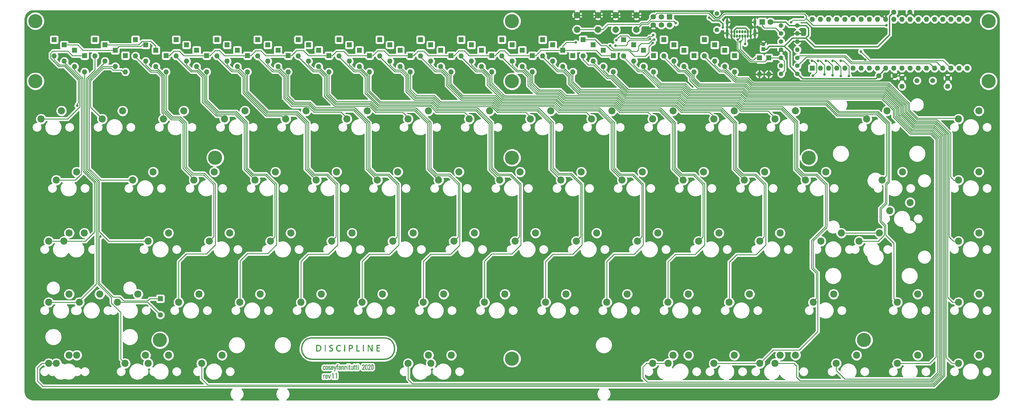
<source format=gtl>
G04 #@! TF.GenerationSoftware,KiCad,Pcbnew,(5.1.5)-3*
G04 #@! TF.CreationDate,2020-06-26T11:57:11-04:00*
G04 #@! TF.ProjectId,discipline-pcb,64697363-6970-46c6-996e-652d7063622e,rev?*
G04 #@! TF.SameCoordinates,Original*
G04 #@! TF.FileFunction,Copper,L1,Top*
G04 #@! TF.FilePolarity,Positive*
%FSLAX46Y46*%
G04 Gerber Fmt 4.6, Leading zero omitted, Abs format (unit mm)*
G04 Created by KiCad (PCBNEW (5.1.5)-3) date 2020-06-26 11:57:11*
%MOMM*%
%LPD*%
G04 APERTURE LIST*
%ADD10C,0.150000*%
%ADD11C,0.010000*%
%ADD12C,0.400000*%
%ADD13C,1.600000*%
%ADD14R,1.200000X1.200000*%
%ADD15C,1.200000*%
%ADD16C,2.200000*%
%ADD17O,1.600000X1.600000*%
%ADD18R,1.600000X1.600000*%
%ADD19O,1.400000X1.400000*%
%ADD20C,1.400000*%
%ADD21C,4.400000*%
%ADD22R,1.700000X1.700000*%
%ADD23C,1.700000*%
%ADD24C,1.500000*%
%ADD25C,1.800000*%
%ADD26R,1.800000X1.800000*%
%ADD27O,0.650000X1.000000*%
%ADD28O,0.900000X2.400000*%
%ADD29O,0.900000X1.700000*%
%ADD30C,2.000000*%
%ADD31C,0.800000*%
%ADD32C,0.250000*%
%ADD33C,0.254000*%
G04 APERTURE END LIST*
D10*
X151085196Y-172974204D02*
G75*
G03X151085196Y-172974204I-56796J0D01*
G01*
D11*
G36*
X151658972Y-173101000D02*
G01*
X151496694Y-173101000D01*
X151496694Y-171634029D01*
X151362156Y-171718413D01*
X151322503Y-171743230D01*
X151286246Y-171765819D01*
X151255305Y-171784992D01*
X151231600Y-171799561D01*
X151217050Y-171808340D01*
X151213990Y-171810091D01*
X151208210Y-171812505D01*
X151204354Y-171810962D01*
X151202040Y-171803315D01*
X151200888Y-171787416D01*
X151200515Y-171761116D01*
X151200515Y-171734234D01*
X151200670Y-171651083D01*
X151315383Y-171575236D01*
X151430095Y-171499388D01*
X151658972Y-171499388D01*
X151658972Y-173101000D01*
G37*
X151658972Y-173101000D02*
X151496694Y-173101000D01*
X151496694Y-171634029D01*
X151362156Y-171718413D01*
X151322503Y-171743230D01*
X151286246Y-171765819D01*
X151255305Y-171784992D01*
X151231600Y-171799561D01*
X151217050Y-171808340D01*
X151213990Y-171810091D01*
X151208210Y-171812505D01*
X151204354Y-171810962D01*
X151202040Y-171803315D01*
X151200888Y-171787416D01*
X151200515Y-171761116D01*
X151200515Y-171734234D01*
X151200670Y-171651083D01*
X151315383Y-171575236D01*
X151430095Y-171499388D01*
X151658972Y-171499388D01*
X151658972Y-173101000D01*
G36*
X148438439Y-171939035D02*
G01*
X148471606Y-171942554D01*
X148504768Y-171947851D01*
X148531151Y-171953828D01*
X148532788Y-171954310D01*
X148580620Y-171974735D01*
X148626988Y-172005329D01*
X148667078Y-172042553D01*
X148686635Y-172067361D01*
X148704974Y-172097070D01*
X148719797Y-172127896D01*
X148731438Y-172161691D01*
X148740229Y-172200304D01*
X148746503Y-172245586D01*
X148750593Y-172299387D01*
X148752830Y-172363557D01*
X148753549Y-172439541D01*
X148753688Y-172593000D01*
X148231577Y-172593000D01*
X148231577Y-172697552D01*
X148232410Y-172752171D01*
X148235277Y-172795424D01*
X148240734Y-172829978D01*
X148249336Y-172858500D01*
X148261636Y-172883658D01*
X148274262Y-172902809D01*
X148305177Y-172934285D01*
X148344787Y-172955098D01*
X148393507Y-172965430D01*
X148422077Y-172966720D01*
X148474696Y-172961517D01*
X148517750Y-172945964D01*
X148551465Y-172919864D01*
X148576069Y-172883021D01*
X148591788Y-172835237D01*
X148595068Y-172817013D01*
X148600068Y-172783500D01*
X148753688Y-172783500D01*
X148753688Y-172817295D01*
X148751756Y-172844151D01*
X148746824Y-172875304D01*
X148743139Y-172891593D01*
X148720553Y-172953800D01*
X148687791Y-173006235D01*
X148644948Y-173048804D01*
X148592114Y-173081412D01*
X148535986Y-173102196D01*
X148496514Y-173109795D01*
X148449075Y-173113867D01*
X148398981Y-173114371D01*
X148351543Y-173111264D01*
X148312070Y-173104506D01*
X148309927Y-173103945D01*
X148248237Y-173080413D01*
X148194451Y-173045500D01*
X148149280Y-172999964D01*
X148113434Y-172944563D01*
X148087624Y-172880055D01*
X148082451Y-172861111D01*
X148079759Y-172842720D01*
X148077469Y-172812191D01*
X148075583Y-172771479D01*
X148074099Y-172722542D01*
X148073017Y-172667333D01*
X148072338Y-172607810D01*
X148072060Y-172545928D01*
X148072184Y-172483643D01*
X148072520Y-172444833D01*
X148230311Y-172444833D01*
X148592889Y-172444833D01*
X148590025Y-172333708D01*
X148588706Y-172290291D01*
X148587079Y-172258200D01*
X148584771Y-172234648D01*
X148581412Y-172216850D01*
X148576629Y-172202021D01*
X148570662Y-172188627D01*
X148545213Y-172146262D01*
X148515209Y-172116464D01*
X148478641Y-172097977D01*
X148433502Y-172089544D01*
X148410972Y-172088695D01*
X148380849Y-172089165D01*
X148359742Y-172091571D01*
X148342576Y-172097092D01*
X148324277Y-172106903D01*
X148319250Y-172109967D01*
X148298023Y-172125125D01*
X148281594Y-172142891D01*
X148266084Y-172167822D01*
X148259800Y-172179779D01*
X148250398Y-172198558D01*
X148243696Y-172214105D01*
X148239172Y-172229433D01*
X148236305Y-172247560D01*
X148234574Y-172271500D01*
X148233457Y-172304269D01*
X148232708Y-172336492D01*
X148230311Y-172444833D01*
X148072520Y-172444833D01*
X148072710Y-172422910D01*
X148073637Y-172365687D01*
X148074965Y-172313927D01*
X148076694Y-172269589D01*
X148078823Y-172234626D01*
X148081353Y-172210996D01*
X148082529Y-172204944D01*
X148106366Y-172133599D01*
X148139323Y-172072741D01*
X148180925Y-172022727D01*
X148230695Y-171983910D01*
X148288157Y-171956649D01*
X148352835Y-171941298D01*
X148424252Y-171938213D01*
X148438439Y-171939035D01*
G37*
X148438439Y-171939035D02*
X148471606Y-171942554D01*
X148504768Y-171947851D01*
X148531151Y-171953828D01*
X148532788Y-171954310D01*
X148580620Y-171974735D01*
X148626988Y-172005329D01*
X148667078Y-172042553D01*
X148686635Y-172067361D01*
X148704974Y-172097070D01*
X148719797Y-172127896D01*
X148731438Y-172161691D01*
X148740229Y-172200304D01*
X148746503Y-172245586D01*
X148750593Y-172299387D01*
X148752830Y-172363557D01*
X148753549Y-172439541D01*
X148753688Y-172593000D01*
X148231577Y-172593000D01*
X148231577Y-172697552D01*
X148232410Y-172752171D01*
X148235277Y-172795424D01*
X148240734Y-172829978D01*
X148249336Y-172858500D01*
X148261636Y-172883658D01*
X148274262Y-172902809D01*
X148305177Y-172934285D01*
X148344787Y-172955098D01*
X148393507Y-172965430D01*
X148422077Y-172966720D01*
X148474696Y-172961517D01*
X148517750Y-172945964D01*
X148551465Y-172919864D01*
X148576069Y-172883021D01*
X148591788Y-172835237D01*
X148595068Y-172817013D01*
X148600068Y-172783500D01*
X148753688Y-172783500D01*
X148753688Y-172817295D01*
X148751756Y-172844151D01*
X148746824Y-172875304D01*
X148743139Y-172891593D01*
X148720553Y-172953800D01*
X148687791Y-173006235D01*
X148644948Y-173048804D01*
X148592114Y-173081412D01*
X148535986Y-173102196D01*
X148496514Y-173109795D01*
X148449075Y-173113867D01*
X148398981Y-173114371D01*
X148351543Y-173111264D01*
X148312070Y-173104506D01*
X148309927Y-173103945D01*
X148248237Y-173080413D01*
X148194451Y-173045500D01*
X148149280Y-172999964D01*
X148113434Y-172944563D01*
X148087624Y-172880055D01*
X148082451Y-172861111D01*
X148079759Y-172842720D01*
X148077469Y-172812191D01*
X148075583Y-172771479D01*
X148074099Y-172722542D01*
X148073017Y-172667333D01*
X148072338Y-172607810D01*
X148072060Y-172545928D01*
X148072184Y-172483643D01*
X148072520Y-172444833D01*
X148230311Y-172444833D01*
X148592889Y-172444833D01*
X148590025Y-172333708D01*
X148588706Y-172290291D01*
X148587079Y-172258200D01*
X148584771Y-172234648D01*
X148581412Y-172216850D01*
X148576629Y-172202021D01*
X148570662Y-172188627D01*
X148545213Y-172146262D01*
X148515209Y-172116464D01*
X148478641Y-172097977D01*
X148433502Y-172089544D01*
X148410972Y-172088695D01*
X148380849Y-172089165D01*
X148359742Y-172091571D01*
X148342576Y-172097092D01*
X148324277Y-172106903D01*
X148319250Y-172109967D01*
X148298023Y-172125125D01*
X148281594Y-172142891D01*
X148266084Y-172167822D01*
X148259800Y-172179779D01*
X148250398Y-172198558D01*
X148243696Y-172214105D01*
X148239172Y-172229433D01*
X148236305Y-172247560D01*
X148234574Y-172271500D01*
X148233457Y-172304269D01*
X148232708Y-172336492D01*
X148230311Y-172444833D01*
X148072520Y-172444833D01*
X148072710Y-172422910D01*
X148073637Y-172365687D01*
X148074965Y-172313927D01*
X148076694Y-172269589D01*
X148078823Y-172234626D01*
X148081353Y-172210996D01*
X148082529Y-172204944D01*
X148106366Y-172133599D01*
X148139323Y-172072741D01*
X148180925Y-172022727D01*
X148230695Y-171983910D01*
X148288157Y-171956649D01*
X148352835Y-171941298D01*
X148424252Y-171938213D01*
X148438439Y-171939035D01*
G36*
X147907022Y-172085000D02*
G01*
X147880563Y-172085053D01*
X147817144Y-172090536D01*
X147756122Y-172105947D01*
X147699738Y-172130113D01*
X147650231Y-172161862D01*
X147609844Y-172200023D01*
X147581876Y-172241314D01*
X147574620Y-172255873D01*
X147568459Y-172269737D01*
X147563302Y-172284152D01*
X147559061Y-172300362D01*
X147555645Y-172319614D01*
X147552965Y-172343154D01*
X147550931Y-172372227D01*
X147549454Y-172408080D01*
X147548443Y-172451959D01*
X147547809Y-172505108D01*
X147547462Y-172568774D01*
X147547312Y-172644203D01*
X147547272Y-172721763D01*
X147547188Y-173101000D01*
X147384911Y-173101000D01*
X147384911Y-171958000D01*
X147547188Y-171958000D01*
X147547188Y-172114006D01*
X147591877Y-172069516D01*
X147653526Y-172017476D01*
X147720973Y-171978152D01*
X147793696Y-171951798D01*
X147861321Y-171939566D01*
X147907022Y-171934884D01*
X147907022Y-172085000D01*
G37*
X147907022Y-172085000D02*
X147880563Y-172085053D01*
X147817144Y-172090536D01*
X147756122Y-172105947D01*
X147699738Y-172130113D01*
X147650231Y-172161862D01*
X147609844Y-172200023D01*
X147581876Y-172241314D01*
X147574620Y-172255873D01*
X147568459Y-172269737D01*
X147563302Y-172284152D01*
X147559061Y-172300362D01*
X147555645Y-172319614D01*
X147552965Y-172343154D01*
X147550931Y-172372227D01*
X147549454Y-172408080D01*
X147548443Y-172451959D01*
X147547809Y-172505108D01*
X147547462Y-172568774D01*
X147547312Y-172644203D01*
X147547272Y-172721763D01*
X147547188Y-173101000D01*
X147384911Y-173101000D01*
X147384911Y-171958000D01*
X147547188Y-171958000D01*
X147547188Y-172114006D01*
X147591877Y-172069516D01*
X147653526Y-172017476D01*
X147720973Y-171978152D01*
X147793696Y-171951798D01*
X147861321Y-171939566D01*
X147907022Y-171934884D01*
X147907022Y-172085000D01*
G36*
X149639535Y-171958173D02*
G01*
X149662567Y-171958930D01*
X149675965Y-171960628D01*
X149681966Y-171963620D01*
X149682807Y-171968264D01*
X149682296Y-171970347D01*
X149679869Y-171978949D01*
X149673963Y-172000092D01*
X149664872Y-172032718D01*
X149652889Y-172075773D01*
X149638308Y-172128198D01*
X149621423Y-172188938D01*
X149602527Y-172256936D01*
X149581916Y-172331134D01*
X149559881Y-172410478D01*
X149536718Y-172493909D01*
X149529776Y-172518916D01*
X149506242Y-172603661D01*
X149483671Y-172684857D01*
X149462367Y-172761421D01*
X149442633Y-172832268D01*
X149424770Y-172896315D01*
X149409082Y-172952477D01*
X149395871Y-172999669D01*
X149385440Y-173036808D01*
X149378092Y-173062809D01*
X149374129Y-173076588D01*
X149373680Y-173078069D01*
X149366427Y-173101000D01*
X149220449Y-173101000D01*
X149213111Y-173078069D01*
X149209423Y-173065703D01*
X149202439Y-173041463D01*
X149192504Y-173006585D01*
X149179964Y-172962302D01*
X149165163Y-172909851D01*
X149148448Y-172850466D01*
X149130162Y-172785382D01*
X149110651Y-172715834D01*
X149090261Y-172643057D01*
X149069335Y-172568285D01*
X149048220Y-172492754D01*
X149027261Y-172417698D01*
X149006802Y-172344353D01*
X148987189Y-172273953D01*
X148968766Y-172207733D01*
X148951880Y-172146929D01*
X148936874Y-172092775D01*
X148924095Y-172046505D01*
X148913887Y-172009356D01*
X148906595Y-171982561D01*
X148902565Y-171967356D01*
X148901855Y-171964295D01*
X148908445Y-171961816D01*
X148926360Y-171959797D01*
X148952814Y-171958454D01*
X148982994Y-171958000D01*
X149014939Y-171958227D01*
X149040964Y-171958844D01*
X149058281Y-171959755D01*
X149064133Y-171960794D01*
X149065820Y-171968149D01*
X149070647Y-171987751D01*
X149078262Y-172018219D01*
X149088313Y-172058170D01*
X149100446Y-172106222D01*
X149114311Y-172160992D01*
X149129556Y-172221098D01*
X149145827Y-172285158D01*
X149162773Y-172351790D01*
X149180042Y-172419610D01*
X149197281Y-172487237D01*
X149214139Y-172553289D01*
X149230263Y-172616382D01*
X149245302Y-172675135D01*
X149258902Y-172728164D01*
X149270712Y-172774089D01*
X149280381Y-172811526D01*
X149287554Y-172839093D01*
X149291881Y-172855408D01*
X149293048Y-172859430D01*
X149295031Y-172853113D01*
X149300156Y-172834266D01*
X149308126Y-172804044D01*
X149318644Y-172763604D01*
X149331410Y-172714099D01*
X149346128Y-172656687D01*
X149362499Y-172592522D01*
X149380226Y-172522760D01*
X149399011Y-172448557D01*
X149402159Y-172436097D01*
X149421305Y-172360294D01*
X149439579Y-172287970D01*
X149456661Y-172220386D01*
X149472233Y-172158802D01*
X149485975Y-172104478D01*
X149497569Y-172058674D01*
X149506696Y-172022651D01*
X149513038Y-171997667D01*
X149516275Y-171984984D01*
X149516412Y-171984458D01*
X149523288Y-171958000D01*
X149604630Y-171958000D01*
X149639535Y-171958173D01*
G37*
X149639535Y-171958173D02*
X149662567Y-171958930D01*
X149675965Y-171960628D01*
X149681966Y-171963620D01*
X149682807Y-171968264D01*
X149682296Y-171970347D01*
X149679869Y-171978949D01*
X149673963Y-172000092D01*
X149664872Y-172032718D01*
X149652889Y-172075773D01*
X149638308Y-172128198D01*
X149621423Y-172188938D01*
X149602527Y-172256936D01*
X149581916Y-172331134D01*
X149559881Y-172410478D01*
X149536718Y-172493909D01*
X149529776Y-172518916D01*
X149506242Y-172603661D01*
X149483671Y-172684857D01*
X149462367Y-172761421D01*
X149442633Y-172832268D01*
X149424770Y-172896315D01*
X149409082Y-172952477D01*
X149395871Y-172999669D01*
X149385440Y-173036808D01*
X149378092Y-173062809D01*
X149374129Y-173076588D01*
X149373680Y-173078069D01*
X149366427Y-173101000D01*
X149220449Y-173101000D01*
X149213111Y-173078069D01*
X149209423Y-173065703D01*
X149202439Y-173041463D01*
X149192504Y-173006585D01*
X149179964Y-172962302D01*
X149165163Y-172909851D01*
X149148448Y-172850466D01*
X149130162Y-172785382D01*
X149110651Y-172715834D01*
X149090261Y-172643057D01*
X149069335Y-172568285D01*
X149048220Y-172492754D01*
X149027261Y-172417698D01*
X149006802Y-172344353D01*
X148987189Y-172273953D01*
X148968766Y-172207733D01*
X148951880Y-172146929D01*
X148936874Y-172092775D01*
X148924095Y-172046505D01*
X148913887Y-172009356D01*
X148906595Y-171982561D01*
X148902565Y-171967356D01*
X148901855Y-171964295D01*
X148908445Y-171961816D01*
X148926360Y-171959797D01*
X148952814Y-171958454D01*
X148982994Y-171958000D01*
X149014939Y-171958227D01*
X149040964Y-171958844D01*
X149058281Y-171959755D01*
X149064133Y-171960794D01*
X149065820Y-171968149D01*
X149070647Y-171987751D01*
X149078262Y-172018219D01*
X149088313Y-172058170D01*
X149100446Y-172106222D01*
X149114311Y-172160992D01*
X149129556Y-172221098D01*
X149145827Y-172285158D01*
X149162773Y-172351790D01*
X149180042Y-172419610D01*
X149197281Y-172487237D01*
X149214139Y-172553289D01*
X149230263Y-172616382D01*
X149245302Y-172675135D01*
X149258902Y-172728164D01*
X149270712Y-172774089D01*
X149280381Y-172811526D01*
X149287554Y-172839093D01*
X149291881Y-172855408D01*
X149293048Y-172859430D01*
X149295031Y-172853113D01*
X149300156Y-172834266D01*
X149308126Y-172804044D01*
X149318644Y-172763604D01*
X149331410Y-172714099D01*
X149346128Y-172656687D01*
X149362499Y-172592522D01*
X149380226Y-172522760D01*
X149399011Y-172448557D01*
X149402159Y-172436097D01*
X149421305Y-172360294D01*
X149439579Y-172287970D01*
X149456661Y-172220386D01*
X149472233Y-172158802D01*
X149485975Y-172104478D01*
X149497569Y-172058674D01*
X149506696Y-172022651D01*
X149513038Y-171997667D01*
X149516275Y-171984984D01*
X149516412Y-171984458D01*
X149523288Y-171958000D01*
X149604630Y-171958000D01*
X149639535Y-171958173D01*
G36*
X150559911Y-173101000D02*
G01*
X150397633Y-173101000D01*
X150397633Y-171634029D01*
X150263095Y-171718413D01*
X150223442Y-171743230D01*
X150187185Y-171765819D01*
X150156244Y-171784992D01*
X150132539Y-171799561D01*
X150117989Y-171808340D01*
X150114929Y-171810091D01*
X150109149Y-171812505D01*
X150105293Y-171810962D01*
X150102979Y-171803315D01*
X150101827Y-171787416D01*
X150101454Y-171761116D01*
X150101454Y-171734234D01*
X150101609Y-171651083D01*
X150216322Y-171575236D01*
X150331034Y-171499388D01*
X150559911Y-171499388D01*
X150559911Y-173101000D01*
G37*
X150559911Y-173101000D02*
X150397633Y-173101000D01*
X150397633Y-171634029D01*
X150263095Y-171718413D01*
X150223442Y-171743230D01*
X150187185Y-171765819D01*
X150156244Y-171784992D01*
X150132539Y-171799561D01*
X150117989Y-171808340D01*
X150114929Y-171810091D01*
X150109149Y-171812505D01*
X150105293Y-171810962D01*
X150102979Y-171803315D01*
X150101827Y-171787416D01*
X150101454Y-171761116D01*
X150101454Y-171734234D01*
X150101609Y-171651083D01*
X150216322Y-171575236D01*
X150331034Y-171499388D01*
X150559911Y-171499388D01*
X150559911Y-173101000D01*
G36*
X150856844Y-169258897D02*
G01*
X150861043Y-169273919D01*
X150868471Y-169300906D01*
X150878677Y-169338202D01*
X150891212Y-169384149D01*
X150905627Y-169437090D01*
X150921472Y-169495366D01*
X150938297Y-169557320D01*
X150955653Y-169621295D01*
X150973091Y-169685633D01*
X150990161Y-169748677D01*
X151006414Y-169808769D01*
X151021400Y-169864252D01*
X151034669Y-169913468D01*
X151045772Y-169954759D01*
X151054260Y-169986468D01*
X151059181Y-170005022D01*
X151066867Y-170033233D01*
X151073782Y-170056772D01*
X151078794Y-170071852D01*
X151079961Y-170074572D01*
X151082495Y-170069618D01*
X151088100Y-170052084D01*
X151096478Y-170023093D01*
X151107328Y-169983766D01*
X151120349Y-169935226D01*
X151135242Y-169878595D01*
X151151706Y-169814995D01*
X151169441Y-169745549D01*
X151188147Y-169671378D01*
X151192746Y-169653002D01*
X151300508Y-169221855D01*
X151380778Y-169221855D01*
X151417707Y-169222280D01*
X151442250Y-169223683D01*
X151456108Y-169226254D01*
X151460984Y-169230182D01*
X151461047Y-169230816D01*
X151459259Y-169241710D01*
X151454554Y-169261929D01*
X151447923Y-169287237D01*
X151447431Y-169289025D01*
X151443675Y-169302824D01*
X151436548Y-169329235D01*
X151426321Y-169367239D01*
X151413269Y-169415817D01*
X151397664Y-169473948D01*
X151379781Y-169540614D01*
X151359893Y-169614794D01*
X151338273Y-169695469D01*
X151315195Y-169781620D01*
X151290932Y-169872226D01*
X151265757Y-169966269D01*
X151256525Y-170000764D01*
X151231121Y-170095397D01*
X151206466Y-170186660D01*
X151182835Y-170273565D01*
X151160506Y-170355123D01*
X151139753Y-170430346D01*
X151120852Y-170498244D01*
X151104079Y-170557829D01*
X151089710Y-170608112D01*
X151078021Y-170648105D01*
X151069287Y-170676818D01*
X151063785Y-170693264D01*
X151062579Y-170696130D01*
X151034632Y-170739451D01*
X150998311Y-170774666D01*
X150952597Y-170802324D01*
X150896473Y-170822974D01*
X150828919Y-170837166D01*
X150792533Y-170841803D01*
X150748436Y-170846456D01*
X150748436Y-170691343D01*
X150792741Y-170687786D01*
X150844389Y-170677321D01*
X150888628Y-170654855D01*
X150925349Y-170620463D01*
X150952812Y-170577536D01*
X150960333Y-170559108D01*
X150969772Y-170531019D01*
X150980233Y-170496562D01*
X150990819Y-170459028D01*
X151000633Y-170421707D01*
X151008779Y-170387892D01*
X151014361Y-170360875D01*
X151016480Y-170343945D01*
X151016481Y-170343822D01*
X151014487Y-170334479D01*
X151008689Y-170312682D01*
X150999392Y-170279478D01*
X150986903Y-170235911D01*
X150971528Y-170183028D01*
X150953573Y-170121873D01*
X150933345Y-170053493D01*
X150911150Y-169978933D01*
X150887293Y-169899238D01*
X150862082Y-169815455D01*
X150850741Y-169777903D01*
X150825098Y-169693041D01*
X150800668Y-169612104D01*
X150777755Y-169536103D01*
X150756662Y-169466052D01*
X150737695Y-169402962D01*
X150721156Y-169347847D01*
X150707350Y-169301719D01*
X150696580Y-169265590D01*
X150689152Y-169240473D01*
X150685369Y-169227380D01*
X150684936Y-169225673D01*
X150691525Y-169224165D01*
X150709431Y-169222939D01*
X150735860Y-169222125D01*
X150765574Y-169221855D01*
X150846212Y-169221855D01*
X150856844Y-169258897D01*
G37*
X150856844Y-169258897D02*
X150861043Y-169273919D01*
X150868471Y-169300906D01*
X150878677Y-169338202D01*
X150891212Y-169384149D01*
X150905627Y-169437090D01*
X150921472Y-169495366D01*
X150938297Y-169557320D01*
X150955653Y-169621295D01*
X150973091Y-169685633D01*
X150990161Y-169748677D01*
X151006414Y-169808769D01*
X151021400Y-169864252D01*
X151034669Y-169913468D01*
X151045772Y-169954759D01*
X151054260Y-169986468D01*
X151059181Y-170005022D01*
X151066867Y-170033233D01*
X151073782Y-170056772D01*
X151078794Y-170071852D01*
X151079961Y-170074572D01*
X151082495Y-170069618D01*
X151088100Y-170052084D01*
X151096478Y-170023093D01*
X151107328Y-169983766D01*
X151120349Y-169935226D01*
X151135242Y-169878595D01*
X151151706Y-169814995D01*
X151169441Y-169745549D01*
X151188147Y-169671378D01*
X151192746Y-169653002D01*
X151300508Y-169221855D01*
X151380778Y-169221855D01*
X151417707Y-169222280D01*
X151442250Y-169223683D01*
X151456108Y-169226254D01*
X151460984Y-169230182D01*
X151461047Y-169230816D01*
X151459259Y-169241710D01*
X151454554Y-169261929D01*
X151447923Y-169287237D01*
X151447431Y-169289025D01*
X151443675Y-169302824D01*
X151436548Y-169329235D01*
X151426321Y-169367239D01*
X151413269Y-169415817D01*
X151397664Y-169473948D01*
X151379781Y-169540614D01*
X151359893Y-169614794D01*
X151338273Y-169695469D01*
X151315195Y-169781620D01*
X151290932Y-169872226D01*
X151265757Y-169966269D01*
X151256525Y-170000764D01*
X151231121Y-170095397D01*
X151206466Y-170186660D01*
X151182835Y-170273565D01*
X151160506Y-170355123D01*
X151139753Y-170430346D01*
X151120852Y-170498244D01*
X151104079Y-170557829D01*
X151089710Y-170608112D01*
X151078021Y-170648105D01*
X151069287Y-170676818D01*
X151063785Y-170693264D01*
X151062579Y-170696130D01*
X151034632Y-170739451D01*
X150998311Y-170774666D01*
X150952597Y-170802324D01*
X150896473Y-170822974D01*
X150828919Y-170837166D01*
X150792533Y-170841803D01*
X150748436Y-170846456D01*
X150748436Y-170691343D01*
X150792741Y-170687786D01*
X150844389Y-170677321D01*
X150888628Y-170654855D01*
X150925349Y-170620463D01*
X150952812Y-170577536D01*
X150960333Y-170559108D01*
X150969772Y-170531019D01*
X150980233Y-170496562D01*
X150990819Y-170459028D01*
X151000633Y-170421707D01*
X151008779Y-170387892D01*
X151014361Y-170360875D01*
X151016480Y-170343945D01*
X151016481Y-170343822D01*
X151014487Y-170334479D01*
X151008689Y-170312682D01*
X150999392Y-170279478D01*
X150986903Y-170235911D01*
X150971528Y-170183028D01*
X150953573Y-170121873D01*
X150933345Y-170053493D01*
X150911150Y-169978933D01*
X150887293Y-169899238D01*
X150862082Y-169815455D01*
X150850741Y-169777903D01*
X150825098Y-169693041D01*
X150800668Y-169612104D01*
X150777755Y-169536103D01*
X150756662Y-169466052D01*
X150737695Y-169402962D01*
X150721156Y-169347847D01*
X150707350Y-169301719D01*
X150696580Y-169265590D01*
X150689152Y-169240473D01*
X150685369Y-169227380D01*
X150684936Y-169225673D01*
X150691525Y-169224165D01*
X150709431Y-169222939D01*
X150735860Y-169222125D01*
X150765574Y-169221855D01*
X150846212Y-169221855D01*
X150856844Y-169258897D01*
G36*
X147712376Y-169202920D02*
G01*
X147784249Y-169213827D01*
X147847903Y-169235586D01*
X147902777Y-169267805D01*
X147948311Y-169310089D01*
X147983946Y-169362046D01*
X148004168Y-169408053D01*
X148010089Y-169429144D01*
X148015817Y-169456712D01*
X148020897Y-169487324D01*
X148024872Y-169517552D01*
X148027286Y-169543962D01*
X148027681Y-169563124D01*
X148025893Y-169571379D01*
X148017907Y-169572739D01*
X147998949Y-169573820D01*
X147972160Y-169574486D01*
X147950706Y-169574633D01*
X147878773Y-169574633D01*
X147873980Y-169527848D01*
X147866287Y-169481482D01*
X147852980Y-169444916D01*
X147832579Y-169414463D01*
X147825314Y-169406445D01*
X147797673Y-169381397D01*
X147769447Y-169365083D01*
X147736643Y-169355993D01*
X147695269Y-169352614D01*
X147682797Y-169352484D01*
X147636661Y-169354978D01*
X147600537Y-169363351D01*
X147571074Y-169378945D01*
X147544924Y-169403099D01*
X147539037Y-169409991D01*
X147529074Y-169422430D01*
X147520772Y-169434343D01*
X147513982Y-169447098D01*
X147508551Y-169462061D01*
X147504329Y-169480600D01*
X147501163Y-169504081D01*
X147498904Y-169533872D01*
X147497399Y-169571340D01*
X147496497Y-169617851D01*
X147496048Y-169674772D01*
X147495899Y-169743471D01*
X147495894Y-169799904D01*
X147495963Y-170100272D01*
X147512599Y-170135550D01*
X147537454Y-170175355D01*
X147569692Y-170204010D01*
X147610287Y-170222073D01*
X147660211Y-170230103D01*
X147678451Y-170230645D01*
X147724081Y-170228537D01*
X147760039Y-170221027D01*
X147790159Y-170206799D01*
X147818275Y-170184535D01*
X147821406Y-170181544D01*
X147851054Y-170143370D01*
X147870068Y-170098202D01*
X147876824Y-170049904D01*
X147876825Y-170049602D01*
X147876825Y-170026188D01*
X148032047Y-170026188D01*
X148031994Y-170045591D01*
X148026640Y-170102134D01*
X148011905Y-170159692D01*
X147989328Y-170214302D01*
X147960445Y-170262001D01*
X147937587Y-170288868D01*
X147898984Y-170319976D01*
X147851591Y-170346549D01*
X147800608Y-170365879D01*
X147779464Y-170371169D01*
X147745784Y-170375804D01*
X147704251Y-170378025D01*
X147659732Y-170377905D01*
X147617097Y-170375518D01*
X147581215Y-170370937D01*
X147567832Y-170367983D01*
X147503769Y-170344531D01*
X147449879Y-170311314D01*
X147405987Y-170268158D01*
X147371915Y-170214887D01*
X147347484Y-170151325D01*
X147347011Y-170149661D01*
X147344551Y-170138178D01*
X147342508Y-170121956D01*
X147340847Y-170099798D01*
X147339536Y-170070509D01*
X147338542Y-170032892D01*
X147337833Y-169985751D01*
X147337374Y-169927891D01*
X147337133Y-169858116D01*
X147337075Y-169789827D01*
X147337088Y-169713719D01*
X147337168Y-169650350D01*
X147337375Y-169598344D01*
X147337771Y-169556331D01*
X147338416Y-169522935D01*
X147339372Y-169496785D01*
X147340698Y-169476507D01*
X147342457Y-169460728D01*
X147344708Y-169448074D01*
X147347514Y-169437173D01*
X147350934Y-169426650D01*
X147353499Y-169419411D01*
X147382857Y-169355734D01*
X147421318Y-169302750D01*
X147468545Y-169260660D01*
X147524199Y-169229669D01*
X147587942Y-169209982D01*
X147659436Y-169201802D01*
X147712376Y-169202920D01*
G37*
X147712376Y-169202920D02*
X147784249Y-169213827D01*
X147847903Y-169235586D01*
X147902777Y-169267805D01*
X147948311Y-169310089D01*
X147983946Y-169362046D01*
X148004168Y-169408053D01*
X148010089Y-169429144D01*
X148015817Y-169456712D01*
X148020897Y-169487324D01*
X148024872Y-169517552D01*
X148027286Y-169543962D01*
X148027681Y-169563124D01*
X148025893Y-169571379D01*
X148017907Y-169572739D01*
X147998949Y-169573820D01*
X147972160Y-169574486D01*
X147950706Y-169574633D01*
X147878773Y-169574633D01*
X147873980Y-169527848D01*
X147866287Y-169481482D01*
X147852980Y-169444916D01*
X147832579Y-169414463D01*
X147825314Y-169406445D01*
X147797673Y-169381397D01*
X147769447Y-169365083D01*
X147736643Y-169355993D01*
X147695269Y-169352614D01*
X147682797Y-169352484D01*
X147636661Y-169354978D01*
X147600537Y-169363351D01*
X147571074Y-169378945D01*
X147544924Y-169403099D01*
X147539037Y-169409991D01*
X147529074Y-169422430D01*
X147520772Y-169434343D01*
X147513982Y-169447098D01*
X147508551Y-169462061D01*
X147504329Y-169480600D01*
X147501163Y-169504081D01*
X147498904Y-169533872D01*
X147497399Y-169571340D01*
X147496497Y-169617851D01*
X147496048Y-169674772D01*
X147495899Y-169743471D01*
X147495894Y-169799904D01*
X147495963Y-170100272D01*
X147512599Y-170135550D01*
X147537454Y-170175355D01*
X147569692Y-170204010D01*
X147610287Y-170222073D01*
X147660211Y-170230103D01*
X147678451Y-170230645D01*
X147724081Y-170228537D01*
X147760039Y-170221027D01*
X147790159Y-170206799D01*
X147818275Y-170184535D01*
X147821406Y-170181544D01*
X147851054Y-170143370D01*
X147870068Y-170098202D01*
X147876824Y-170049904D01*
X147876825Y-170049602D01*
X147876825Y-170026188D01*
X148032047Y-170026188D01*
X148031994Y-170045591D01*
X148026640Y-170102134D01*
X148011905Y-170159692D01*
X147989328Y-170214302D01*
X147960445Y-170262001D01*
X147937587Y-170288868D01*
X147898984Y-170319976D01*
X147851591Y-170346549D01*
X147800608Y-170365879D01*
X147779464Y-170371169D01*
X147745784Y-170375804D01*
X147704251Y-170378025D01*
X147659732Y-170377905D01*
X147617097Y-170375518D01*
X147581215Y-170370937D01*
X147567832Y-170367983D01*
X147503769Y-170344531D01*
X147449879Y-170311314D01*
X147405987Y-170268158D01*
X147371915Y-170214887D01*
X147347484Y-170151325D01*
X147347011Y-170149661D01*
X147344551Y-170138178D01*
X147342508Y-170121956D01*
X147340847Y-170099798D01*
X147339536Y-170070509D01*
X147338542Y-170032892D01*
X147337833Y-169985751D01*
X147337374Y-169927891D01*
X147337133Y-169858116D01*
X147337075Y-169789827D01*
X147337088Y-169713719D01*
X147337168Y-169650350D01*
X147337375Y-169598344D01*
X147337771Y-169556331D01*
X147338416Y-169522935D01*
X147339372Y-169496785D01*
X147340698Y-169476507D01*
X147342457Y-169460728D01*
X147344708Y-169448074D01*
X147347514Y-169437173D01*
X147350934Y-169426650D01*
X147353499Y-169419411D01*
X147382857Y-169355734D01*
X147421318Y-169302750D01*
X147468545Y-169260660D01*
X147524199Y-169229669D01*
X147587942Y-169209982D01*
X147659436Y-169201802D01*
X147712376Y-169202920D01*
G36*
X148586815Y-169206797D02*
G01*
X148651426Y-169223969D01*
X148707723Y-169251795D01*
X148755042Y-169289744D01*
X148792722Y-169337284D01*
X148820101Y-169393882D01*
X148836517Y-169459008D01*
X148836587Y-169459466D01*
X148838772Y-169482293D01*
X148840460Y-169518888D01*
X148841646Y-169568919D01*
X148842327Y-169632051D01*
X148842496Y-169707950D01*
X148842149Y-169796283D01*
X148841961Y-169822827D01*
X148841369Y-169897526D01*
X148840794Y-169959526D01*
X148840164Y-170010240D01*
X148839404Y-170051080D01*
X148838440Y-170083459D01*
X148837200Y-170108787D01*
X148835609Y-170128479D01*
X148833593Y-170143946D01*
X148831080Y-170156600D01*
X148827994Y-170167853D01*
X148824262Y-170179118D01*
X148823198Y-170182164D01*
X148795671Y-170240672D01*
X148757691Y-170290218D01*
X148710164Y-170329852D01*
X148654928Y-170358269D01*
X148622396Y-170367196D01*
X148580467Y-170373500D01*
X148533644Y-170376996D01*
X148486428Y-170377496D01*
X148443323Y-170374815D01*
X148408829Y-170368766D01*
X148407858Y-170368498D01*
X148345268Y-170344687D01*
X148292998Y-170311259D01*
X148251075Y-170268240D01*
X148219524Y-170215656D01*
X148198370Y-170153533D01*
X148198144Y-170152577D01*
X148195219Y-170132636D01*
X148192706Y-170100606D01*
X148190605Y-170058336D01*
X148188916Y-170007675D01*
X148187639Y-169950473D01*
X148187099Y-169911824D01*
X148343205Y-169911824D01*
X148343251Y-169962829D01*
X148343610Y-170003911D01*
X148344322Y-170036464D01*
X148345424Y-170061885D01*
X148346954Y-170081568D01*
X148348952Y-170096909D01*
X148351454Y-170109303D01*
X148353262Y-170116070D01*
X148371377Y-170161034D01*
X148396670Y-170194255D01*
X148430102Y-170216435D01*
X148472634Y-170228275D01*
X148510287Y-170230794D01*
X148544563Y-170228999D01*
X148574151Y-170224144D01*
X148587802Y-170219879D01*
X148622802Y-170199513D01*
X148650199Y-170169760D01*
X148662442Y-170149661D01*
X148665968Y-170142787D01*
X148668901Y-170135576D01*
X148671297Y-170126738D01*
X148673208Y-170114980D01*
X148674690Y-170099010D01*
X148675798Y-170077536D01*
X148676586Y-170049268D01*
X148677108Y-170012912D01*
X148677418Y-169967177D01*
X148677573Y-169910772D01*
X148677625Y-169842404D01*
X148677630Y-169789827D01*
X148677630Y-169458216D01*
X148658040Y-169424890D01*
X148629739Y-169389876D01*
X148592501Y-169365710D01*
X148546605Y-169352555D01*
X148530947Y-169350761D01*
X148478534Y-169352175D01*
X148433767Y-169365196D01*
X148397026Y-169389624D01*
X148368689Y-169425258D01*
X148360717Y-169440577D01*
X148357144Y-169448837D01*
X148354186Y-169457669D01*
X148351775Y-169468456D01*
X148349839Y-169482578D01*
X148348311Y-169501418D01*
X148347120Y-169526357D01*
X148346196Y-169558777D01*
X148345471Y-169600060D01*
X148344874Y-169651586D01*
X148344336Y-169714739D01*
X148343903Y-169774461D01*
X148343435Y-169849500D01*
X148343205Y-169911824D01*
X148187099Y-169911824D01*
X148186774Y-169888577D01*
X148186321Y-169823837D01*
X148186282Y-169758101D01*
X148186654Y-169693219D01*
X148187440Y-169631040D01*
X148188639Y-169573412D01*
X148190251Y-169522184D01*
X148192276Y-169479205D01*
X148194715Y-169446324D01*
X148197567Y-169425390D01*
X148198085Y-169423185D01*
X148220613Y-169362114D01*
X148253660Y-169310118D01*
X148296572Y-169267659D01*
X148348692Y-169235198D01*
X148409364Y-169213196D01*
X148477932Y-169202114D01*
X148514552Y-169200811D01*
X148586815Y-169206797D01*
G37*
X148586815Y-169206797D02*
X148651426Y-169223969D01*
X148707723Y-169251795D01*
X148755042Y-169289744D01*
X148792722Y-169337284D01*
X148820101Y-169393882D01*
X148836517Y-169459008D01*
X148836587Y-169459466D01*
X148838772Y-169482293D01*
X148840460Y-169518888D01*
X148841646Y-169568919D01*
X148842327Y-169632051D01*
X148842496Y-169707950D01*
X148842149Y-169796283D01*
X148841961Y-169822827D01*
X148841369Y-169897526D01*
X148840794Y-169959526D01*
X148840164Y-170010240D01*
X148839404Y-170051080D01*
X148838440Y-170083459D01*
X148837200Y-170108787D01*
X148835609Y-170128479D01*
X148833593Y-170143946D01*
X148831080Y-170156600D01*
X148827994Y-170167853D01*
X148824262Y-170179118D01*
X148823198Y-170182164D01*
X148795671Y-170240672D01*
X148757691Y-170290218D01*
X148710164Y-170329852D01*
X148654928Y-170358269D01*
X148622396Y-170367196D01*
X148580467Y-170373500D01*
X148533644Y-170376996D01*
X148486428Y-170377496D01*
X148443323Y-170374815D01*
X148408829Y-170368766D01*
X148407858Y-170368498D01*
X148345268Y-170344687D01*
X148292998Y-170311259D01*
X148251075Y-170268240D01*
X148219524Y-170215656D01*
X148198370Y-170153533D01*
X148198144Y-170152577D01*
X148195219Y-170132636D01*
X148192706Y-170100606D01*
X148190605Y-170058336D01*
X148188916Y-170007675D01*
X148187639Y-169950473D01*
X148187099Y-169911824D01*
X148343205Y-169911824D01*
X148343251Y-169962829D01*
X148343610Y-170003911D01*
X148344322Y-170036464D01*
X148345424Y-170061885D01*
X148346954Y-170081568D01*
X148348952Y-170096909D01*
X148351454Y-170109303D01*
X148353262Y-170116070D01*
X148371377Y-170161034D01*
X148396670Y-170194255D01*
X148430102Y-170216435D01*
X148472634Y-170228275D01*
X148510287Y-170230794D01*
X148544563Y-170228999D01*
X148574151Y-170224144D01*
X148587802Y-170219879D01*
X148622802Y-170199513D01*
X148650199Y-170169760D01*
X148662442Y-170149661D01*
X148665968Y-170142787D01*
X148668901Y-170135576D01*
X148671297Y-170126738D01*
X148673208Y-170114980D01*
X148674690Y-170099010D01*
X148675798Y-170077536D01*
X148676586Y-170049268D01*
X148677108Y-170012912D01*
X148677418Y-169967177D01*
X148677573Y-169910772D01*
X148677625Y-169842404D01*
X148677630Y-169789827D01*
X148677630Y-169458216D01*
X148658040Y-169424890D01*
X148629739Y-169389876D01*
X148592501Y-169365710D01*
X148546605Y-169352555D01*
X148530947Y-169350761D01*
X148478534Y-169352175D01*
X148433767Y-169365196D01*
X148397026Y-169389624D01*
X148368689Y-169425258D01*
X148360717Y-169440577D01*
X148357144Y-169448837D01*
X148354186Y-169457669D01*
X148351775Y-169468456D01*
X148349839Y-169482578D01*
X148348311Y-169501418D01*
X148347120Y-169526357D01*
X148346196Y-169558777D01*
X148345471Y-169600060D01*
X148344874Y-169651586D01*
X148344336Y-169714739D01*
X148343903Y-169774461D01*
X148343435Y-169849500D01*
X148343205Y-169911824D01*
X148187099Y-169911824D01*
X148186774Y-169888577D01*
X148186321Y-169823837D01*
X148186282Y-169758101D01*
X148186654Y-169693219D01*
X148187440Y-169631040D01*
X148188639Y-169573412D01*
X148190251Y-169522184D01*
X148192276Y-169479205D01*
X148194715Y-169446324D01*
X148197567Y-169425390D01*
X148198085Y-169423185D01*
X148220613Y-169362114D01*
X148253660Y-169310118D01*
X148296572Y-169267659D01*
X148348692Y-169235198D01*
X148409364Y-169213196D01*
X148477932Y-169202114D01*
X148514552Y-169200811D01*
X148586815Y-169206797D01*
G36*
X149393424Y-169203209D02*
G01*
X149453470Y-169213492D01*
X149508939Y-169231672D01*
X149557231Y-169257691D01*
X149588346Y-169283486D01*
X149615143Y-169318144D01*
X149638113Y-169362070D01*
X149655046Y-169410514D01*
X149661516Y-169440577D01*
X149666977Y-169474424D01*
X149669091Y-169496703D01*
X149665791Y-169509817D01*
X149655015Y-169516170D01*
X149634697Y-169518164D01*
X149602774Y-169518204D01*
X149594853Y-169518188D01*
X149520769Y-169518188D01*
X149520769Y-169498302D01*
X149514980Y-169456852D01*
X149499008Y-169417461D01*
X149474947Y-169383389D01*
X149444894Y-169357895D01*
X149424038Y-169347780D01*
X149393446Y-169341006D01*
X149356111Y-169338506D01*
X149317160Y-169340078D01*
X149281723Y-169345520D01*
X149255309Y-169354431D01*
X149219014Y-169380720D01*
X149192077Y-169416701D01*
X149175168Y-169460949D01*
X149168954Y-169512039D01*
X149169819Y-169536801D01*
X149177671Y-169580535D01*
X149194347Y-169617136D01*
X149221011Y-169647790D01*
X149258828Y-169673683D01*
X149308962Y-169696002D01*
X149334780Y-169704854D01*
X149401184Y-169726234D01*
X149455626Y-169744292D01*
X149499656Y-169759771D01*
X149534827Y-169773413D01*
X149562690Y-169785960D01*
X149584795Y-169798154D01*
X149602693Y-169810736D01*
X149617937Y-169824450D01*
X149632077Y-169840036D01*
X149641416Y-169851530D01*
X149669625Y-169897454D01*
X149687856Y-169951644D01*
X149696393Y-170015079D01*
X149697158Y-170043607D01*
X149692923Y-170119003D01*
X149679939Y-170183705D01*
X149657786Y-170238412D01*
X149626047Y-170283821D01*
X149584300Y-170320629D01*
X149532128Y-170349534D01*
X149507407Y-170359341D01*
X149485335Y-170365924D01*
X149459884Y-170370526D01*
X149427769Y-170373545D01*
X149385706Y-170375381D01*
X149372603Y-170375717D01*
X149335829Y-170376285D01*
X149302843Y-170376291D01*
X149276888Y-170375769D01*
X149261205Y-170374753D01*
X149259714Y-170374519D01*
X149193880Y-170356380D01*
X149138374Y-170328989D01*
X149092914Y-170292016D01*
X149057215Y-170245134D01*
X149030994Y-170188014D01*
X149013966Y-170120327D01*
X149009018Y-170084397D01*
X149004328Y-170040300D01*
X149151937Y-170040300D01*
X149156686Y-170080869D01*
X149168555Y-170132868D01*
X149190700Y-170175271D01*
X149222841Y-170207845D01*
X149264701Y-170230362D01*
X149315999Y-170242589D01*
X149354964Y-170244911D01*
X149412323Y-170239669D01*
X149460171Y-170224122D01*
X149498234Y-170198540D01*
X149526234Y-170163190D01*
X149543895Y-170118341D01*
X149550943Y-170064263D01*
X149551065Y-170054115D01*
X149549022Y-170016505D01*
X149543482Y-169988500D01*
X149540004Y-169979885D01*
X149518311Y-169948769D01*
X149486769Y-169921288D01*
X149444214Y-169896721D01*
X149389484Y-169874350D01*
X149347908Y-169860964D01*
X149298643Y-169845419D01*
X149250807Y-169828604D01*
X149207470Y-169811716D01*
X149171703Y-169795951D01*
X149146825Y-169782660D01*
X149119065Y-169761095D01*
X149090579Y-169732296D01*
X149065577Y-169701013D01*
X149048267Y-169672000D01*
X149047695Y-169670731D01*
X149030434Y-169617667D01*
X149022184Y-169559450D01*
X149022473Y-169498857D01*
X149030828Y-169438665D01*
X149046778Y-169381650D01*
X149069849Y-169330588D01*
X149099571Y-169288256D01*
X149115439Y-169272397D01*
X149159411Y-169242276D01*
X149211794Y-169220358D01*
X149269989Y-169206581D01*
X149331398Y-169200885D01*
X149393424Y-169203209D01*
G37*
X149393424Y-169203209D02*
X149453470Y-169213492D01*
X149508939Y-169231672D01*
X149557231Y-169257691D01*
X149588346Y-169283486D01*
X149615143Y-169318144D01*
X149638113Y-169362070D01*
X149655046Y-169410514D01*
X149661516Y-169440577D01*
X149666977Y-169474424D01*
X149669091Y-169496703D01*
X149665791Y-169509817D01*
X149655015Y-169516170D01*
X149634697Y-169518164D01*
X149602774Y-169518204D01*
X149594853Y-169518188D01*
X149520769Y-169518188D01*
X149520769Y-169498302D01*
X149514980Y-169456852D01*
X149499008Y-169417461D01*
X149474947Y-169383389D01*
X149444894Y-169357895D01*
X149424038Y-169347780D01*
X149393446Y-169341006D01*
X149356111Y-169338506D01*
X149317160Y-169340078D01*
X149281723Y-169345520D01*
X149255309Y-169354431D01*
X149219014Y-169380720D01*
X149192077Y-169416701D01*
X149175168Y-169460949D01*
X149168954Y-169512039D01*
X149169819Y-169536801D01*
X149177671Y-169580535D01*
X149194347Y-169617136D01*
X149221011Y-169647790D01*
X149258828Y-169673683D01*
X149308962Y-169696002D01*
X149334780Y-169704854D01*
X149401184Y-169726234D01*
X149455626Y-169744292D01*
X149499656Y-169759771D01*
X149534827Y-169773413D01*
X149562690Y-169785960D01*
X149584795Y-169798154D01*
X149602693Y-169810736D01*
X149617937Y-169824450D01*
X149632077Y-169840036D01*
X149641416Y-169851530D01*
X149669625Y-169897454D01*
X149687856Y-169951644D01*
X149696393Y-170015079D01*
X149697158Y-170043607D01*
X149692923Y-170119003D01*
X149679939Y-170183705D01*
X149657786Y-170238412D01*
X149626047Y-170283821D01*
X149584300Y-170320629D01*
X149532128Y-170349534D01*
X149507407Y-170359341D01*
X149485335Y-170365924D01*
X149459884Y-170370526D01*
X149427769Y-170373545D01*
X149385706Y-170375381D01*
X149372603Y-170375717D01*
X149335829Y-170376285D01*
X149302843Y-170376291D01*
X149276888Y-170375769D01*
X149261205Y-170374753D01*
X149259714Y-170374519D01*
X149193880Y-170356380D01*
X149138374Y-170328989D01*
X149092914Y-170292016D01*
X149057215Y-170245134D01*
X149030994Y-170188014D01*
X149013966Y-170120327D01*
X149009018Y-170084397D01*
X149004328Y-170040300D01*
X149151937Y-170040300D01*
X149156686Y-170080869D01*
X149168555Y-170132868D01*
X149190700Y-170175271D01*
X149222841Y-170207845D01*
X149264701Y-170230362D01*
X149315999Y-170242589D01*
X149354964Y-170244911D01*
X149412323Y-170239669D01*
X149460171Y-170224122D01*
X149498234Y-170198540D01*
X149526234Y-170163190D01*
X149543895Y-170118341D01*
X149550943Y-170064263D01*
X149551065Y-170054115D01*
X149549022Y-170016505D01*
X149543482Y-169988500D01*
X149540004Y-169979885D01*
X149518311Y-169948769D01*
X149486769Y-169921288D01*
X149444214Y-169896721D01*
X149389484Y-169874350D01*
X149347908Y-169860964D01*
X149298643Y-169845419D01*
X149250807Y-169828604D01*
X149207470Y-169811716D01*
X149171703Y-169795951D01*
X149146825Y-169782660D01*
X149119065Y-169761095D01*
X149090579Y-169732296D01*
X149065577Y-169701013D01*
X149048267Y-169672000D01*
X149047695Y-169670731D01*
X149030434Y-169617667D01*
X149022184Y-169559450D01*
X149022473Y-169498857D01*
X149030828Y-169438665D01*
X149046778Y-169381650D01*
X149069849Y-169330588D01*
X149099571Y-169288256D01*
X149115439Y-169272397D01*
X149159411Y-169242276D01*
X149211794Y-169220358D01*
X149269989Y-169206581D01*
X149331398Y-169200885D01*
X149393424Y-169203209D01*
G36*
X150284673Y-169211055D02*
G01*
X150347088Y-169230762D01*
X150402139Y-169261374D01*
X150448408Y-169301848D01*
X150484479Y-169351140D01*
X150490856Y-169362966D01*
X150502396Y-169386571D01*
X150511582Y-169408257D01*
X150518715Y-169430079D01*
X150524097Y-169454093D01*
X150528027Y-169482355D01*
X150530809Y-169516921D01*
X150532742Y-169559846D01*
X150534128Y-169613186D01*
X150535043Y-169664591D01*
X150538105Y-169856855D01*
X150013235Y-169856855D01*
X150016264Y-169975036D01*
X150017808Y-170022818D01*
X150019815Y-170058824D01*
X150022531Y-170085386D01*
X150026205Y-170104836D01*
X150031083Y-170119509D01*
X150031730Y-170120990D01*
X150057847Y-170165999D01*
X150090783Y-170198828D01*
X150131289Y-170219957D01*
X150180115Y-170229867D01*
X150203242Y-170230800D01*
X150238025Y-170228983D01*
X150267837Y-170224056D01*
X150281232Y-170219842D01*
X150319628Y-170196437D01*
X150349960Y-170162679D01*
X150370689Y-170120728D01*
X150379392Y-170082150D01*
X150383512Y-170047355D01*
X150536769Y-170047355D01*
X150536685Y-170084397D01*
X150529968Y-170146131D01*
X150510843Y-170204674D01*
X150480429Y-170257371D01*
X150448419Y-170293822D01*
X150403933Y-170329558D01*
X150356026Y-170354878D01*
X150302247Y-170370632D01*
X150240145Y-170377672D01*
X150205440Y-170378193D01*
X150171862Y-170377199D01*
X150139872Y-170375206D01*
X150114679Y-170372576D01*
X150107624Y-170371417D01*
X150048797Y-170352858D01*
X149995551Y-170322039D01*
X149949010Y-170280087D01*
X149910302Y-170228133D01*
X149880552Y-170167304D01*
X149868849Y-170132022D01*
X149865581Y-170119269D01*
X149862908Y-170105423D01*
X149860771Y-170088985D01*
X149859112Y-170068458D01*
X149857873Y-170042346D01*
X149856996Y-170009151D01*
X149856422Y-169967377D01*
X149856092Y-169915527D01*
X149855949Y-169852103D01*
X149855928Y-169800411D01*
X149856014Y-169722774D01*
X149856372Y-169657681D01*
X149856864Y-169624369D01*
X150014658Y-169624369D01*
X150014658Y-169708688D01*
X150374491Y-169708688D01*
X150374491Y-169611032D01*
X150373566Y-169557802D01*
X150370410Y-169515727D01*
X150364457Y-169481951D01*
X150355137Y-169453617D01*
X150341883Y-169427868D01*
X150336328Y-169419116D01*
X150307535Y-169387647D01*
X150270718Y-169365388D01*
X150228839Y-169352689D01*
X150184858Y-169349900D01*
X150141734Y-169357372D01*
X150102427Y-169375453D01*
X150084303Y-169389323D01*
X150059780Y-169415422D01*
X150041284Y-169445022D01*
X150028175Y-169480286D01*
X150019810Y-169523382D01*
X150015548Y-169576475D01*
X150014658Y-169624369D01*
X149856864Y-169624369D01*
X149857172Y-169603564D01*
X149858584Y-169558855D01*
X149860776Y-169521986D01*
X149863919Y-169491390D01*
X149868182Y-169465500D01*
X149873735Y-169442748D01*
X149880746Y-169421566D01*
X149889386Y-169400387D01*
X149899824Y-169377643D01*
X149902179Y-169372691D01*
X149935422Y-169318548D01*
X149978249Y-169274020D01*
X150029469Y-169239611D01*
X150087889Y-169215824D01*
X150152319Y-169203162D01*
X150221568Y-169202130D01*
X150284673Y-169211055D01*
G37*
X150284673Y-169211055D02*
X150347088Y-169230762D01*
X150402139Y-169261374D01*
X150448408Y-169301848D01*
X150484479Y-169351140D01*
X150490856Y-169362966D01*
X150502396Y-169386571D01*
X150511582Y-169408257D01*
X150518715Y-169430079D01*
X150524097Y-169454093D01*
X150528027Y-169482355D01*
X150530809Y-169516921D01*
X150532742Y-169559846D01*
X150534128Y-169613186D01*
X150535043Y-169664591D01*
X150538105Y-169856855D01*
X150013235Y-169856855D01*
X150016264Y-169975036D01*
X150017808Y-170022818D01*
X150019815Y-170058824D01*
X150022531Y-170085386D01*
X150026205Y-170104836D01*
X150031083Y-170119509D01*
X150031730Y-170120990D01*
X150057847Y-170165999D01*
X150090783Y-170198828D01*
X150131289Y-170219957D01*
X150180115Y-170229867D01*
X150203242Y-170230800D01*
X150238025Y-170228983D01*
X150267837Y-170224056D01*
X150281232Y-170219842D01*
X150319628Y-170196437D01*
X150349960Y-170162679D01*
X150370689Y-170120728D01*
X150379392Y-170082150D01*
X150383512Y-170047355D01*
X150536769Y-170047355D01*
X150536685Y-170084397D01*
X150529968Y-170146131D01*
X150510843Y-170204674D01*
X150480429Y-170257371D01*
X150448419Y-170293822D01*
X150403933Y-170329558D01*
X150356026Y-170354878D01*
X150302247Y-170370632D01*
X150240145Y-170377672D01*
X150205440Y-170378193D01*
X150171862Y-170377199D01*
X150139872Y-170375206D01*
X150114679Y-170372576D01*
X150107624Y-170371417D01*
X150048797Y-170352858D01*
X149995551Y-170322039D01*
X149949010Y-170280087D01*
X149910302Y-170228133D01*
X149880552Y-170167304D01*
X149868849Y-170132022D01*
X149865581Y-170119269D01*
X149862908Y-170105423D01*
X149860771Y-170088985D01*
X149859112Y-170068458D01*
X149857873Y-170042346D01*
X149856996Y-170009151D01*
X149856422Y-169967377D01*
X149856092Y-169915527D01*
X149855949Y-169852103D01*
X149855928Y-169800411D01*
X149856014Y-169722774D01*
X149856372Y-169657681D01*
X149856864Y-169624369D01*
X150014658Y-169624369D01*
X150014658Y-169708688D01*
X150374491Y-169708688D01*
X150374491Y-169611032D01*
X150373566Y-169557802D01*
X150370410Y-169515727D01*
X150364457Y-169481951D01*
X150355137Y-169453617D01*
X150341883Y-169427868D01*
X150336328Y-169419116D01*
X150307535Y-169387647D01*
X150270718Y-169365388D01*
X150228839Y-169352689D01*
X150184858Y-169349900D01*
X150141734Y-169357372D01*
X150102427Y-169375453D01*
X150084303Y-169389323D01*
X150059780Y-169415422D01*
X150041284Y-169445022D01*
X150028175Y-169480286D01*
X150019810Y-169523382D01*
X150015548Y-169576475D01*
X150014658Y-169624369D01*
X149856864Y-169624369D01*
X149857172Y-169603564D01*
X149858584Y-169558855D01*
X149860776Y-169521986D01*
X149863919Y-169491390D01*
X149868182Y-169465500D01*
X149873735Y-169442748D01*
X149880746Y-169421566D01*
X149889386Y-169400387D01*
X149899824Y-169377643D01*
X149902179Y-169372691D01*
X149935422Y-169318548D01*
X149978249Y-169274020D01*
X150029469Y-169239611D01*
X150087889Y-169215824D01*
X150152319Y-169203162D01*
X150221568Y-169202130D01*
X150284673Y-169211055D01*
G36*
X152617357Y-169212302D02*
G01*
X152680532Y-169231194D01*
X152734164Y-169260064D01*
X152778819Y-169299285D01*
X152815062Y-169349230D01*
X152838519Y-169397501D01*
X152841700Y-169405535D01*
X152844434Y-169413468D01*
X152846759Y-169422389D01*
X152848714Y-169433391D01*
X152850339Y-169447563D01*
X152851673Y-169465995D01*
X152852755Y-169489779D01*
X152853624Y-169520004D01*
X152854319Y-169557762D01*
X152854880Y-169604142D01*
X152855344Y-169660235D01*
X152855752Y-169727132D01*
X152856143Y-169805923D01*
X152856555Y-169897698D01*
X152856569Y-169900952D01*
X152858619Y-170364855D01*
X152709880Y-170364855D01*
X152709880Y-170263960D01*
X152689011Y-170292769D01*
X152658447Y-170324159D01*
X152617383Y-170350029D01*
X152568981Y-170368405D01*
X152567104Y-170368912D01*
X152537459Y-170374112D01*
X152498978Y-170377129D01*
X152456438Y-170377964D01*
X152414616Y-170376616D01*
X152378288Y-170373087D01*
X152357103Y-170368893D01*
X152302061Y-170347761D01*
X152256719Y-170317400D01*
X152220848Y-170277434D01*
X152194222Y-170227487D01*
X152176612Y-170167183D01*
X152167792Y-170096146D01*
X152166603Y-170054057D01*
X152166924Y-170047355D01*
X152312143Y-170047355D01*
X152314614Y-170106326D01*
X152323795Y-170154041D01*
X152340226Y-170191937D01*
X152364446Y-170221448D01*
X152382963Y-170235740D01*
X152417477Y-170251484D01*
X152460318Y-170260694D01*
X152507217Y-170263198D01*
X152553906Y-170258825D01*
X152596116Y-170247403D01*
X152602954Y-170244566D01*
X152640772Y-170222982D01*
X152668787Y-170194663D01*
X152689880Y-170157651D01*
X152695119Y-170145224D01*
X152699147Y-170132799D01*
X152702160Y-170118282D01*
X152704354Y-170099580D01*
X152705923Y-170074601D01*
X152707063Y-170041253D01*
X152707969Y-169997443D01*
X152708606Y-169956839D01*
X152711029Y-169792240D01*
X152578163Y-169794562D01*
X152531667Y-169795437D01*
X152496919Y-169796414D01*
X152471556Y-169797802D01*
X152453217Y-169799914D01*
X152439539Y-169803061D01*
X152428160Y-169807552D01*
X152416719Y-169813701D01*
X152412022Y-169816443D01*
X152375575Y-169844148D01*
X152347835Y-169879835D01*
X152328334Y-169924592D01*
X152316600Y-169979504D01*
X152312163Y-170045660D01*
X152312143Y-170047355D01*
X152166924Y-170047355D01*
X152170297Y-169977060D01*
X152181690Y-169910708D01*
X152201243Y-169853528D01*
X152229422Y-169804050D01*
X152255282Y-169772400D01*
X152281450Y-169746997D01*
X152308698Y-169726597D01*
X152339005Y-169710600D01*
X152374349Y-169698410D01*
X152416710Y-169689427D01*
X152468066Y-169683054D01*
X152530397Y-169678691D01*
X152571188Y-169676891D01*
X152711113Y-169671644D01*
X152708614Y-169564930D01*
X152707387Y-169522263D01*
X152705774Y-169490981D01*
X152703421Y-169468360D01*
X152699971Y-169451673D01*
X152695070Y-169438196D01*
X152691005Y-169429994D01*
X152663900Y-169390815D01*
X152629830Y-169362701D01*
X152587407Y-169344835D01*
X152535243Y-169336401D01*
X152531609Y-169336167D01*
X152484317Y-169336541D01*
X152446340Y-169344689D01*
X152414554Y-169361725D01*
X152386696Y-169387777D01*
X152359087Y-169428842D01*
X152344966Y-169473865D01*
X152342991Y-169499604D01*
X152342991Y-169525244D01*
X152187769Y-169525244D01*
X152187873Y-169498786D01*
X152189603Y-169477498D01*
X152193978Y-169449496D01*
X152198644Y-169427077D01*
X152219532Y-169366278D01*
X152251061Y-169314346D01*
X152292554Y-169271720D01*
X152343336Y-169238838D01*
X152402730Y-169216140D01*
X152470060Y-169204064D01*
X152544075Y-169203014D01*
X152617357Y-169212302D01*
G37*
X152617357Y-169212302D02*
X152680532Y-169231194D01*
X152734164Y-169260064D01*
X152778819Y-169299285D01*
X152815062Y-169349230D01*
X152838519Y-169397501D01*
X152841700Y-169405535D01*
X152844434Y-169413468D01*
X152846759Y-169422389D01*
X152848714Y-169433391D01*
X152850339Y-169447563D01*
X152851673Y-169465995D01*
X152852755Y-169489779D01*
X152853624Y-169520004D01*
X152854319Y-169557762D01*
X152854880Y-169604142D01*
X152855344Y-169660235D01*
X152855752Y-169727132D01*
X152856143Y-169805923D01*
X152856555Y-169897698D01*
X152856569Y-169900952D01*
X152858619Y-170364855D01*
X152709880Y-170364855D01*
X152709880Y-170263960D01*
X152689011Y-170292769D01*
X152658447Y-170324159D01*
X152617383Y-170350029D01*
X152568981Y-170368405D01*
X152567104Y-170368912D01*
X152537459Y-170374112D01*
X152498978Y-170377129D01*
X152456438Y-170377964D01*
X152414616Y-170376616D01*
X152378288Y-170373087D01*
X152357103Y-170368893D01*
X152302061Y-170347761D01*
X152256719Y-170317400D01*
X152220848Y-170277434D01*
X152194222Y-170227487D01*
X152176612Y-170167183D01*
X152167792Y-170096146D01*
X152166603Y-170054057D01*
X152166924Y-170047355D01*
X152312143Y-170047355D01*
X152314614Y-170106326D01*
X152323795Y-170154041D01*
X152340226Y-170191937D01*
X152364446Y-170221448D01*
X152382963Y-170235740D01*
X152417477Y-170251484D01*
X152460318Y-170260694D01*
X152507217Y-170263198D01*
X152553906Y-170258825D01*
X152596116Y-170247403D01*
X152602954Y-170244566D01*
X152640772Y-170222982D01*
X152668787Y-170194663D01*
X152689880Y-170157651D01*
X152695119Y-170145224D01*
X152699147Y-170132799D01*
X152702160Y-170118282D01*
X152704354Y-170099580D01*
X152705923Y-170074601D01*
X152707063Y-170041253D01*
X152707969Y-169997443D01*
X152708606Y-169956839D01*
X152711029Y-169792240D01*
X152578163Y-169794562D01*
X152531667Y-169795437D01*
X152496919Y-169796414D01*
X152471556Y-169797802D01*
X152453217Y-169799914D01*
X152439539Y-169803061D01*
X152428160Y-169807552D01*
X152416719Y-169813701D01*
X152412022Y-169816443D01*
X152375575Y-169844148D01*
X152347835Y-169879835D01*
X152328334Y-169924592D01*
X152316600Y-169979504D01*
X152312163Y-170045660D01*
X152312143Y-170047355D01*
X152166924Y-170047355D01*
X152170297Y-169977060D01*
X152181690Y-169910708D01*
X152201243Y-169853528D01*
X152229422Y-169804050D01*
X152255282Y-169772400D01*
X152281450Y-169746997D01*
X152308698Y-169726597D01*
X152339005Y-169710600D01*
X152374349Y-169698410D01*
X152416710Y-169689427D01*
X152468066Y-169683054D01*
X152530397Y-169678691D01*
X152571188Y-169676891D01*
X152711113Y-169671644D01*
X152708614Y-169564930D01*
X152707387Y-169522263D01*
X152705774Y-169490981D01*
X152703421Y-169468360D01*
X152699971Y-169451673D01*
X152695070Y-169438196D01*
X152691005Y-169429994D01*
X152663900Y-169390815D01*
X152629830Y-169362701D01*
X152587407Y-169344835D01*
X152535243Y-169336401D01*
X152531609Y-169336167D01*
X152484317Y-169336541D01*
X152446340Y-169344689D01*
X152414554Y-169361725D01*
X152386696Y-169387777D01*
X152359087Y-169428842D01*
X152344966Y-169473865D01*
X152342991Y-169499604D01*
X152342991Y-169525244D01*
X152187769Y-169525244D01*
X152187873Y-169498786D01*
X152189603Y-169477498D01*
X152193978Y-169449496D01*
X152198644Y-169427077D01*
X152219532Y-169366278D01*
X152251061Y-169314346D01*
X152292554Y-169271720D01*
X152343336Y-169238838D01*
X152402730Y-169216140D01*
X152470060Y-169204064D01*
X152544075Y-169203014D01*
X152617357Y-169212302D01*
G36*
X156181214Y-169654491D02*
G01*
X156181235Y-169748438D01*
X156181357Y-169829356D01*
X156181664Y-169898327D01*
X156182241Y-169956434D01*
X156183172Y-170004759D01*
X156184541Y-170044384D01*
X156186435Y-170076391D01*
X156188936Y-170101862D01*
X156192131Y-170121880D01*
X156196103Y-170137527D01*
X156200938Y-170149885D01*
X156206721Y-170160036D01*
X156213535Y-170169063D01*
X156221465Y-170178047D01*
X156222257Y-170178914D01*
X156244976Y-170200184D01*
X156269493Y-170214616D01*
X156299409Y-170223573D01*
X156338319Y-170228415D01*
X156355813Y-170229441D01*
X156387945Y-170230549D01*
X156410605Y-170229826D01*
X156428389Y-170226567D01*
X156445892Y-170220067D01*
X156459892Y-170213478D01*
X156487807Y-170197039D01*
X156507464Y-170177544D01*
X156518126Y-170161484D01*
X156537519Y-170128494D01*
X156539482Y-169675175D01*
X156541445Y-169221855D01*
X156703325Y-169221855D01*
X156703325Y-170364855D01*
X156541618Y-170364855D01*
X156539568Y-170307780D01*
X156537519Y-170250705D01*
X156515335Y-170282233D01*
X156480256Y-170320422D01*
X156435622Y-170350434D01*
X156393165Y-170367645D01*
X156357234Y-170374737D01*
X156314069Y-170377955D01*
X156269407Y-170377288D01*
X156228988Y-170372728D01*
X156208470Y-170367911D01*
X156157024Y-170344868D01*
X156112602Y-170309674D01*
X156075399Y-170262522D01*
X156045868Y-170204254D01*
X156029519Y-170163772D01*
X156027473Y-169692813D01*
X156025427Y-169221855D01*
X156181214Y-169221855D01*
X156181214Y-169654491D01*
G37*
X156181214Y-169654491D02*
X156181235Y-169748438D01*
X156181357Y-169829356D01*
X156181664Y-169898327D01*
X156182241Y-169956434D01*
X156183172Y-170004759D01*
X156184541Y-170044384D01*
X156186435Y-170076391D01*
X156188936Y-170101862D01*
X156192131Y-170121880D01*
X156196103Y-170137527D01*
X156200938Y-170149885D01*
X156206721Y-170160036D01*
X156213535Y-170169063D01*
X156221465Y-170178047D01*
X156222257Y-170178914D01*
X156244976Y-170200184D01*
X156269493Y-170214616D01*
X156299409Y-170223573D01*
X156338319Y-170228415D01*
X156355813Y-170229441D01*
X156387945Y-170230549D01*
X156410605Y-170229826D01*
X156428389Y-170226567D01*
X156445892Y-170220067D01*
X156459892Y-170213478D01*
X156487807Y-170197039D01*
X156507464Y-170177544D01*
X156518126Y-170161484D01*
X156537519Y-170128494D01*
X156539482Y-169675175D01*
X156541445Y-169221855D01*
X156703325Y-169221855D01*
X156703325Y-170364855D01*
X156541618Y-170364855D01*
X156539568Y-170307780D01*
X156537519Y-170250705D01*
X156515335Y-170282233D01*
X156480256Y-170320422D01*
X156435622Y-170350434D01*
X156393165Y-170367645D01*
X156357234Y-170374737D01*
X156314069Y-170377955D01*
X156269407Y-170377288D01*
X156228988Y-170372728D01*
X156208470Y-170367911D01*
X156157024Y-170344868D01*
X156112602Y-170309674D01*
X156075399Y-170262522D01*
X156045868Y-170204254D01*
X156029519Y-170163772D01*
X156027473Y-169692813D01*
X156025427Y-169221855D01*
X156181214Y-169221855D01*
X156181214Y-169654491D01*
G36*
X160888429Y-168751622D02*
G01*
X160943736Y-168760894D01*
X160991588Y-168777453D01*
X161034794Y-168802286D01*
X161076161Y-168836377D01*
X161078057Y-168838176D01*
X161118200Y-168885188D01*
X161148166Y-168940449D01*
X161165908Y-168993474D01*
X161168160Y-169009400D01*
X161170173Y-169038035D01*
X161171948Y-169077978D01*
X161173484Y-169127830D01*
X161174782Y-169186190D01*
X161175842Y-169251659D01*
X161176665Y-169322835D01*
X161177251Y-169398319D01*
X161177600Y-169476711D01*
X161177713Y-169556610D01*
X161177588Y-169636617D01*
X161177228Y-169715330D01*
X161176632Y-169791350D01*
X161175801Y-169863277D01*
X161174734Y-169929711D01*
X161173433Y-169989251D01*
X161171896Y-170040497D01*
X161170125Y-170082048D01*
X161168120Y-170112506D01*
X161165882Y-170130469D01*
X161165683Y-170131365D01*
X161143780Y-170196178D01*
X161110946Y-170252209D01*
X161067667Y-170298962D01*
X161014432Y-170335945D01*
X160951728Y-170362664D01*
X160931393Y-170368539D01*
X160898304Y-170374295D01*
X160856283Y-170377513D01*
X160810215Y-170378209D01*
X160764987Y-170376397D01*
X160725486Y-170372094D01*
X160704617Y-170367815D01*
X160647169Y-170346308D01*
X160594466Y-170314868D01*
X160549223Y-170275580D01*
X160514158Y-170230530D01*
X160505266Y-170214722D01*
X160496505Y-170194003D01*
X160486723Y-170165510D01*
X160477970Y-170135241D01*
X160477612Y-170133850D01*
X160475013Y-170123087D01*
X160472765Y-170111856D01*
X160470843Y-170099102D01*
X160469220Y-170083770D01*
X160467873Y-170064803D01*
X160466775Y-170041148D01*
X160465901Y-170011748D01*
X160465226Y-169975548D01*
X160464725Y-169931493D01*
X160464372Y-169878527D01*
X160464142Y-169815596D01*
X160464010Y-169741644D01*
X160463949Y-169655615D01*
X160463936Y-169564050D01*
X160463950Y-169465954D01*
X160464011Y-169380912D01*
X160464145Y-169307866D01*
X160464376Y-169245758D01*
X160464732Y-169193531D01*
X160465237Y-169150127D01*
X160465918Y-169114489D01*
X160466800Y-169085558D01*
X160467910Y-169062277D01*
X160468878Y-169048994D01*
X160622686Y-169048994D01*
X160622686Y-169560522D01*
X160622706Y-169658456D01*
X160622784Y-169743300D01*
X160622941Y-169816072D01*
X160623201Y-169877792D01*
X160623586Y-169929481D01*
X160624121Y-169972158D01*
X160624829Y-170006843D01*
X160625731Y-170034556D01*
X160626852Y-170056317D01*
X160628215Y-170073146D01*
X160629843Y-170086062D01*
X160631758Y-170096086D01*
X160633984Y-170104237D01*
X160635088Y-170107551D01*
X160657615Y-170154090D01*
X160688860Y-170189579D01*
X160728909Y-170214076D01*
X160777846Y-170227635D01*
X160820241Y-170230662D01*
X160854660Y-170229540D01*
X160880772Y-170225487D01*
X160904254Y-170217471D01*
X160911964Y-170213984D01*
X160950059Y-170190869D01*
X160979071Y-170160601D01*
X161001544Y-170121438D01*
X161017797Y-170086161D01*
X161017797Y-169041938D01*
X161001123Y-169005059D01*
X160980600Y-168970812D01*
X160952898Y-168939800D01*
X160921872Y-168915793D01*
X160898177Y-168904462D01*
X160864378Y-168897487D01*
X160823700Y-168895208D01*
X160782585Y-168897658D01*
X160751379Y-168903690D01*
X160711402Y-168922001D01*
X160676029Y-168951432D01*
X160648378Y-168989068D01*
X160638982Y-169008653D01*
X160622686Y-169048994D01*
X160468878Y-169048994D01*
X160469273Y-169043589D01*
X160470916Y-169028436D01*
X160472863Y-169015760D01*
X160475141Y-169004505D01*
X160477776Y-168993611D01*
X160477893Y-168993152D01*
X160496421Y-168935771D01*
X160520726Y-168888609D01*
X160552692Y-168848319D01*
X160567722Y-168833674D01*
X160611500Y-168799413D01*
X160658536Y-168774646D01*
X160711339Y-168758535D01*
X160772414Y-168750246D01*
X160822859Y-168748652D01*
X160888429Y-168751622D01*
G37*
X160888429Y-168751622D02*
X160943736Y-168760894D01*
X160991588Y-168777453D01*
X161034794Y-168802286D01*
X161076161Y-168836377D01*
X161078057Y-168838176D01*
X161118200Y-168885188D01*
X161148166Y-168940449D01*
X161165908Y-168993474D01*
X161168160Y-169009400D01*
X161170173Y-169038035D01*
X161171948Y-169077978D01*
X161173484Y-169127830D01*
X161174782Y-169186190D01*
X161175842Y-169251659D01*
X161176665Y-169322835D01*
X161177251Y-169398319D01*
X161177600Y-169476711D01*
X161177713Y-169556610D01*
X161177588Y-169636617D01*
X161177228Y-169715330D01*
X161176632Y-169791350D01*
X161175801Y-169863277D01*
X161174734Y-169929711D01*
X161173433Y-169989251D01*
X161171896Y-170040497D01*
X161170125Y-170082048D01*
X161168120Y-170112506D01*
X161165882Y-170130469D01*
X161165683Y-170131365D01*
X161143780Y-170196178D01*
X161110946Y-170252209D01*
X161067667Y-170298962D01*
X161014432Y-170335945D01*
X160951728Y-170362664D01*
X160931393Y-170368539D01*
X160898304Y-170374295D01*
X160856283Y-170377513D01*
X160810215Y-170378209D01*
X160764987Y-170376397D01*
X160725486Y-170372094D01*
X160704617Y-170367815D01*
X160647169Y-170346308D01*
X160594466Y-170314868D01*
X160549223Y-170275580D01*
X160514158Y-170230530D01*
X160505266Y-170214722D01*
X160496505Y-170194003D01*
X160486723Y-170165510D01*
X160477970Y-170135241D01*
X160477612Y-170133850D01*
X160475013Y-170123087D01*
X160472765Y-170111856D01*
X160470843Y-170099102D01*
X160469220Y-170083770D01*
X160467873Y-170064803D01*
X160466775Y-170041148D01*
X160465901Y-170011748D01*
X160465226Y-169975548D01*
X160464725Y-169931493D01*
X160464372Y-169878527D01*
X160464142Y-169815596D01*
X160464010Y-169741644D01*
X160463949Y-169655615D01*
X160463936Y-169564050D01*
X160463950Y-169465954D01*
X160464011Y-169380912D01*
X160464145Y-169307866D01*
X160464376Y-169245758D01*
X160464732Y-169193531D01*
X160465237Y-169150127D01*
X160465918Y-169114489D01*
X160466800Y-169085558D01*
X160467910Y-169062277D01*
X160468878Y-169048994D01*
X160622686Y-169048994D01*
X160622686Y-169560522D01*
X160622706Y-169658456D01*
X160622784Y-169743300D01*
X160622941Y-169816072D01*
X160623201Y-169877792D01*
X160623586Y-169929481D01*
X160624121Y-169972158D01*
X160624829Y-170006843D01*
X160625731Y-170034556D01*
X160626852Y-170056317D01*
X160628215Y-170073146D01*
X160629843Y-170086062D01*
X160631758Y-170096086D01*
X160633984Y-170104237D01*
X160635088Y-170107551D01*
X160657615Y-170154090D01*
X160688860Y-170189579D01*
X160728909Y-170214076D01*
X160777846Y-170227635D01*
X160820241Y-170230662D01*
X160854660Y-170229540D01*
X160880772Y-170225487D01*
X160904254Y-170217471D01*
X160911964Y-170213984D01*
X160950059Y-170190869D01*
X160979071Y-170160601D01*
X161001544Y-170121438D01*
X161017797Y-170086161D01*
X161017797Y-169041938D01*
X161001123Y-169005059D01*
X160980600Y-168970812D01*
X160952898Y-168939800D01*
X160921872Y-168915793D01*
X160898177Y-168904462D01*
X160864378Y-168897487D01*
X160823700Y-168895208D01*
X160782585Y-168897658D01*
X160751379Y-168903690D01*
X160711402Y-168922001D01*
X160676029Y-168951432D01*
X160648378Y-168989068D01*
X160638982Y-169008653D01*
X160622686Y-169048994D01*
X160468878Y-169048994D01*
X160469273Y-169043589D01*
X160470916Y-169028436D01*
X160472863Y-169015760D01*
X160475141Y-169004505D01*
X160477776Y-168993611D01*
X160477893Y-168993152D01*
X160496421Y-168935771D01*
X160520726Y-168888609D01*
X160552692Y-168848319D01*
X160567722Y-168833674D01*
X160611500Y-168799413D01*
X160658536Y-168774646D01*
X160711339Y-168758535D01*
X160772414Y-168750246D01*
X160822859Y-168748652D01*
X160888429Y-168751622D01*
G36*
X162721938Y-168751424D02*
G01*
X162761583Y-168756261D01*
X162779533Y-168760013D01*
X162842083Y-168782992D01*
X162896421Y-168817154D01*
X162941769Y-168861688D01*
X162977351Y-168915783D01*
X163002389Y-168978628D01*
X163007410Y-168997706D01*
X163009433Y-169008213D01*
X163011187Y-169022022D01*
X163012689Y-169040109D01*
X163013957Y-169063451D01*
X163015009Y-169093025D01*
X163015863Y-169129807D01*
X163016538Y-169174773D01*
X163017050Y-169228900D01*
X163017418Y-169293164D01*
X163017660Y-169368541D01*
X163017794Y-169456009D01*
X163017838Y-169556543D01*
X163017838Y-169564050D01*
X163017825Y-169666992D01*
X163017745Y-169756855D01*
X163017534Y-169834668D01*
X163017131Y-169901464D01*
X163016473Y-169958272D01*
X163015497Y-170006124D01*
X163014142Y-170046051D01*
X163012345Y-170079084D01*
X163010043Y-170106253D01*
X163007175Y-170128591D01*
X163003677Y-170147127D01*
X162999487Y-170162893D01*
X162994544Y-170176920D01*
X162988784Y-170190238D01*
X162982144Y-170203880D01*
X162978698Y-170210705D01*
X162944991Y-170261969D01*
X162900361Y-170305694D01*
X162846571Y-170340521D01*
X162785384Y-170365094D01*
X162774337Y-170368163D01*
X162740822Y-170374065D01*
X162698567Y-170377430D01*
X162652420Y-170378260D01*
X162607229Y-170376556D01*
X162567840Y-170372321D01*
X162547191Y-170368089D01*
X162483377Y-170344908D01*
X162429446Y-170312085D01*
X162384677Y-170268953D01*
X162348347Y-170214848D01*
X162324871Y-170163208D01*
X162308964Y-170121438D01*
X162308964Y-169567577D01*
X162308977Y-169465796D01*
X162309034Y-169377141D01*
X162309111Y-169327935D01*
X162461506Y-169327935D01*
X162461534Y-169404590D01*
X162461783Y-169493331D01*
X162462197Y-169592272D01*
X162462657Y-169687717D01*
X162463120Y-169770090D01*
X162463614Y-169840434D01*
X162464170Y-169899786D01*
X162464815Y-169949188D01*
X162465581Y-169989680D01*
X162466495Y-170022302D01*
X162467588Y-170048094D01*
X162468889Y-170068096D01*
X162470427Y-170083348D01*
X162472232Y-170094891D01*
X162474333Y-170103765D01*
X162476759Y-170111010D01*
X162476851Y-170111250D01*
X162500964Y-170157301D01*
X162533448Y-170192085D01*
X162574487Y-170215721D01*
X162624264Y-170228326D01*
X162661741Y-170230662D01*
X162696160Y-170229540D01*
X162722272Y-170225487D01*
X162745754Y-170217471D01*
X162753464Y-170213984D01*
X162791559Y-170190869D01*
X162820571Y-170160601D01*
X162843044Y-170121438D01*
X162859297Y-170086161D01*
X162859297Y-169041938D01*
X162842578Y-169004956D01*
X162818212Y-168965591D01*
X162784779Y-168931898D01*
X162746413Y-168908006D01*
X162744801Y-168907298D01*
X162717919Y-168900012D01*
X162682773Y-168896258D01*
X162644711Y-168896043D01*
X162609081Y-168899371D01*
X162581230Y-168906249D01*
X162579101Y-168907123D01*
X162544723Y-168927261D01*
X162513550Y-168954984D01*
X162490668Y-168985673D01*
X162488852Y-168989076D01*
X162483441Y-169000480D01*
X162478751Y-169012686D01*
X162474736Y-169026722D01*
X162471352Y-169043612D01*
X162468552Y-169064382D01*
X162466293Y-169090059D01*
X162464528Y-169121667D01*
X162463212Y-169160233D01*
X162462300Y-169206783D01*
X162461747Y-169262341D01*
X162461506Y-169327935D01*
X162309111Y-169327935D01*
X162309154Y-169300626D01*
X162309362Y-169235268D01*
X162309678Y-169180080D01*
X162310125Y-169134078D01*
X162310725Y-169096277D01*
X162311501Y-169065691D01*
X162312474Y-169041336D01*
X162313666Y-169022226D01*
X162315099Y-169007377D01*
X162316797Y-168995803D01*
X162318780Y-168986519D01*
X162321071Y-168978540D01*
X162322278Y-168974911D01*
X162339318Y-168930576D01*
X162357711Y-168895259D01*
X162380359Y-168863948D01*
X162398138Y-168844006D01*
X162438579Y-168809625D01*
X162488125Y-168780808D01*
X162542080Y-168760167D01*
X162554908Y-168756782D01*
X162588134Y-168751595D01*
X162630314Y-168749021D01*
X162676549Y-168748987D01*
X162721938Y-168751424D01*
G37*
X162721938Y-168751424D02*
X162761583Y-168756261D01*
X162779533Y-168760013D01*
X162842083Y-168782992D01*
X162896421Y-168817154D01*
X162941769Y-168861688D01*
X162977351Y-168915783D01*
X163002389Y-168978628D01*
X163007410Y-168997706D01*
X163009433Y-169008213D01*
X163011187Y-169022022D01*
X163012689Y-169040109D01*
X163013957Y-169063451D01*
X163015009Y-169093025D01*
X163015863Y-169129807D01*
X163016538Y-169174773D01*
X163017050Y-169228900D01*
X163017418Y-169293164D01*
X163017660Y-169368541D01*
X163017794Y-169456009D01*
X163017838Y-169556543D01*
X163017838Y-169564050D01*
X163017825Y-169666992D01*
X163017745Y-169756855D01*
X163017534Y-169834668D01*
X163017131Y-169901464D01*
X163016473Y-169958272D01*
X163015497Y-170006124D01*
X163014142Y-170046051D01*
X163012345Y-170079084D01*
X163010043Y-170106253D01*
X163007175Y-170128591D01*
X163003677Y-170147127D01*
X162999487Y-170162893D01*
X162994544Y-170176920D01*
X162988784Y-170190238D01*
X162982144Y-170203880D01*
X162978698Y-170210705D01*
X162944991Y-170261969D01*
X162900361Y-170305694D01*
X162846571Y-170340521D01*
X162785384Y-170365094D01*
X162774337Y-170368163D01*
X162740822Y-170374065D01*
X162698567Y-170377430D01*
X162652420Y-170378260D01*
X162607229Y-170376556D01*
X162567840Y-170372321D01*
X162547191Y-170368089D01*
X162483377Y-170344908D01*
X162429446Y-170312085D01*
X162384677Y-170268953D01*
X162348347Y-170214848D01*
X162324871Y-170163208D01*
X162308964Y-170121438D01*
X162308964Y-169567577D01*
X162308977Y-169465796D01*
X162309034Y-169377141D01*
X162309111Y-169327935D01*
X162461506Y-169327935D01*
X162461534Y-169404590D01*
X162461783Y-169493331D01*
X162462197Y-169592272D01*
X162462657Y-169687717D01*
X162463120Y-169770090D01*
X162463614Y-169840434D01*
X162464170Y-169899786D01*
X162464815Y-169949188D01*
X162465581Y-169989680D01*
X162466495Y-170022302D01*
X162467588Y-170048094D01*
X162468889Y-170068096D01*
X162470427Y-170083348D01*
X162472232Y-170094891D01*
X162474333Y-170103765D01*
X162476759Y-170111010D01*
X162476851Y-170111250D01*
X162500964Y-170157301D01*
X162533448Y-170192085D01*
X162574487Y-170215721D01*
X162624264Y-170228326D01*
X162661741Y-170230662D01*
X162696160Y-170229540D01*
X162722272Y-170225487D01*
X162745754Y-170217471D01*
X162753464Y-170213984D01*
X162791559Y-170190869D01*
X162820571Y-170160601D01*
X162843044Y-170121438D01*
X162859297Y-170086161D01*
X162859297Y-169041938D01*
X162842578Y-169004956D01*
X162818212Y-168965591D01*
X162784779Y-168931898D01*
X162746413Y-168908006D01*
X162744801Y-168907298D01*
X162717919Y-168900012D01*
X162682773Y-168896258D01*
X162644711Y-168896043D01*
X162609081Y-168899371D01*
X162581230Y-168906249D01*
X162579101Y-168907123D01*
X162544723Y-168927261D01*
X162513550Y-168954984D01*
X162490668Y-168985673D01*
X162488852Y-168989076D01*
X162483441Y-169000480D01*
X162478751Y-169012686D01*
X162474736Y-169026722D01*
X162471352Y-169043612D01*
X162468552Y-169064382D01*
X162466293Y-169090059D01*
X162464528Y-169121667D01*
X162463212Y-169160233D01*
X162462300Y-169206783D01*
X162461747Y-169262341D01*
X162461506Y-169327935D01*
X162309111Y-169327935D01*
X162309154Y-169300626D01*
X162309362Y-169235268D01*
X162309678Y-169180080D01*
X162310125Y-169134078D01*
X162310725Y-169096277D01*
X162311501Y-169065691D01*
X162312474Y-169041336D01*
X162313666Y-169022226D01*
X162315099Y-169007377D01*
X162316797Y-168995803D01*
X162318780Y-168986519D01*
X162321071Y-168978540D01*
X162322278Y-168974911D01*
X162339318Y-168930576D01*
X162357711Y-168895259D01*
X162380359Y-168863948D01*
X162398138Y-168844006D01*
X162438579Y-168809625D01*
X162488125Y-168780808D01*
X162542080Y-168760167D01*
X162554908Y-168756782D01*
X162588134Y-168751595D01*
X162630314Y-168749021D01*
X162676549Y-168748987D01*
X162721938Y-168751424D01*
G36*
X155618403Y-169054286D02*
G01*
X155620297Y-169218327D01*
X155835491Y-169222223D01*
X155835491Y-169370022D01*
X155615878Y-169370022D01*
X155618088Y-169745730D01*
X155620297Y-170121438D01*
X155636673Y-170154686D01*
X155653150Y-170181718D01*
X155673334Y-170200697D01*
X155699916Y-170212993D01*
X155735591Y-170219980D01*
X155769965Y-170222561D01*
X155835491Y-170225427D01*
X155835491Y-170371911D01*
X155763172Y-170371319D01*
X155727391Y-170370180D01*
X155692057Y-170367623D01*
X155662654Y-170364100D01*
X155652047Y-170362153D01*
X155624339Y-170354705D01*
X155597546Y-170345415D01*
X155586663Y-170340717D01*
X155554049Y-170318596D01*
X155523266Y-170286223D01*
X155497401Y-170247399D01*
X155481091Y-170210715D01*
X155477694Y-170200371D01*
X155474812Y-170190235D01*
X155472395Y-170179089D01*
X155470395Y-170165715D01*
X155468761Y-170148895D01*
X155467446Y-170127411D01*
X155466398Y-170100046D01*
X155465569Y-170065580D01*
X155464910Y-170022797D01*
X155464371Y-169970478D01*
X155463903Y-169907405D01*
X155463457Y-169832360D01*
X155463103Y-169766897D01*
X155460993Y-169370022D01*
X155341603Y-169370022D01*
X155341603Y-169221855D01*
X155461547Y-169221855D01*
X155461547Y-168890244D01*
X155616509Y-168890244D01*
X155618403Y-169054286D01*
G37*
X155618403Y-169054286D02*
X155620297Y-169218327D01*
X155835491Y-169222223D01*
X155835491Y-169370022D01*
X155615878Y-169370022D01*
X155618088Y-169745730D01*
X155620297Y-170121438D01*
X155636673Y-170154686D01*
X155653150Y-170181718D01*
X155673334Y-170200697D01*
X155699916Y-170212993D01*
X155735591Y-170219980D01*
X155769965Y-170222561D01*
X155835491Y-170225427D01*
X155835491Y-170371911D01*
X155763172Y-170371319D01*
X155727391Y-170370180D01*
X155692057Y-170367623D01*
X155662654Y-170364100D01*
X155652047Y-170362153D01*
X155624339Y-170354705D01*
X155597546Y-170345415D01*
X155586663Y-170340717D01*
X155554049Y-170318596D01*
X155523266Y-170286223D01*
X155497401Y-170247399D01*
X155481091Y-170210715D01*
X155477694Y-170200371D01*
X155474812Y-170190235D01*
X155472395Y-170179089D01*
X155470395Y-170165715D01*
X155468761Y-170148895D01*
X155467446Y-170127411D01*
X155466398Y-170100046D01*
X155465569Y-170065580D01*
X155464910Y-170022797D01*
X155464371Y-169970478D01*
X155463903Y-169907405D01*
X155463457Y-169832360D01*
X155463103Y-169766897D01*
X155460993Y-169370022D01*
X155341603Y-169370022D01*
X155341603Y-169221855D01*
X155461547Y-169221855D01*
X155461547Y-168890244D01*
X155616509Y-168890244D01*
X155618403Y-169054286D01*
G36*
X157133714Y-169221855D02*
G01*
X157352436Y-169221855D01*
X157352436Y-169370022D01*
X157133714Y-169370022D01*
X157134023Y-169742202D01*
X157134128Y-169828059D01*
X157134346Y-169900980D01*
X157134764Y-169962142D01*
X157135468Y-170012720D01*
X157136547Y-170053890D01*
X157138085Y-170086827D01*
X157140171Y-170112707D01*
X157142890Y-170132707D01*
X157146330Y-170148002D01*
X157150578Y-170159766D01*
X157155720Y-170169178D01*
X157161844Y-170177411D01*
X157166557Y-170182874D01*
X157193752Y-170204115D01*
X157231005Y-170217488D01*
X157279230Y-170223285D01*
X157294228Y-170223589D01*
X157352436Y-170223744D01*
X157352436Y-170371911D01*
X157280116Y-170371081D01*
X157245414Y-170370173D01*
X157212211Y-170368425D01*
X157185488Y-170366137D01*
X157175637Y-170364804D01*
X157119452Y-170349307D01*
X157072562Y-170323352D01*
X157034861Y-170286818D01*
X157006244Y-170239581D01*
X156986604Y-170181519D01*
X156978368Y-170136137D01*
X156977082Y-170119225D01*
X156975871Y-170089786D01*
X156974763Y-170049404D01*
X156973783Y-169999664D01*
X156972956Y-169942149D01*
X156972310Y-169878444D01*
X156971871Y-169810133D01*
X156971663Y-169738800D01*
X156971654Y-169728091D01*
X156971436Y-169370022D01*
X156858547Y-169370022D01*
X156858547Y-169221855D01*
X156971436Y-169221855D01*
X156971436Y-168890244D01*
X157133714Y-168890244D01*
X157133714Y-169221855D01*
G37*
X157133714Y-169221855D02*
X157352436Y-169221855D01*
X157352436Y-169370022D01*
X157133714Y-169370022D01*
X157134023Y-169742202D01*
X157134128Y-169828059D01*
X157134346Y-169900980D01*
X157134764Y-169962142D01*
X157135468Y-170012720D01*
X157136547Y-170053890D01*
X157138085Y-170086827D01*
X157140171Y-170112707D01*
X157142890Y-170132707D01*
X157146330Y-170148002D01*
X157150578Y-170159766D01*
X157155720Y-170169178D01*
X157161844Y-170177411D01*
X157166557Y-170182874D01*
X157193752Y-170204115D01*
X157231005Y-170217488D01*
X157279230Y-170223285D01*
X157294228Y-170223589D01*
X157352436Y-170223744D01*
X157352436Y-170371911D01*
X157280116Y-170371081D01*
X157245414Y-170370173D01*
X157212211Y-170368425D01*
X157185488Y-170366137D01*
X157175637Y-170364804D01*
X157119452Y-170349307D01*
X157072562Y-170323352D01*
X157034861Y-170286818D01*
X157006244Y-170239581D01*
X156986604Y-170181519D01*
X156978368Y-170136137D01*
X156977082Y-170119225D01*
X156975871Y-170089786D01*
X156974763Y-170049404D01*
X156973783Y-169999664D01*
X156972956Y-169942149D01*
X156972310Y-169878444D01*
X156971871Y-169810133D01*
X156971663Y-169738800D01*
X156971654Y-169728091D01*
X156971436Y-169370022D01*
X156858547Y-169370022D01*
X156858547Y-169221855D01*
X156971436Y-169221855D01*
X156971436Y-168890244D01*
X157133714Y-168890244D01*
X157133714Y-169221855D01*
G36*
X157726380Y-169221855D02*
G01*
X157945103Y-169221855D01*
X157945103Y-169370022D01*
X157726380Y-169370022D01*
X157726380Y-169739551D01*
X157726431Y-169823417D01*
X157726606Y-169894344D01*
X157726935Y-169953507D01*
X157727451Y-170002079D01*
X157728184Y-170041232D01*
X157729167Y-170072140D01*
X157730432Y-170095975D01*
X157732009Y-170113912D01*
X157733930Y-170127122D01*
X157736227Y-170136780D01*
X157737149Y-170139604D01*
X157753375Y-170173231D01*
X157775936Y-170197461D01*
X157806565Y-170213266D01*
X157846997Y-170221620D01*
X157886894Y-170223589D01*
X157945103Y-170223744D01*
X157945103Y-170371911D01*
X157872783Y-170371081D01*
X157838000Y-170370165D01*
X157804638Y-170368395D01*
X157777716Y-170366076D01*
X157767801Y-170364732D01*
X157712029Y-170349482D01*
X157665588Y-170323936D01*
X157628039Y-170287688D01*
X157598946Y-170240330D01*
X157580489Y-170190868D01*
X157577846Y-170180425D01*
X157575588Y-170167882D01*
X157573673Y-170152041D01*
X157572062Y-170131705D01*
X157570712Y-170105677D01*
X157569584Y-170072760D01*
X157568638Y-170031758D01*
X157567831Y-169981473D01*
X157567123Y-169920708D01*
X157566474Y-169848266D01*
X157565843Y-169762951D01*
X157565822Y-169759841D01*
X157563144Y-169370022D01*
X157451214Y-169370022D01*
X157451214Y-169221855D01*
X157564103Y-169221855D01*
X157564103Y-168890244D01*
X157726380Y-168890244D01*
X157726380Y-169221855D01*
G37*
X157726380Y-169221855D02*
X157945103Y-169221855D01*
X157945103Y-169370022D01*
X157726380Y-169370022D01*
X157726380Y-169739551D01*
X157726431Y-169823417D01*
X157726606Y-169894344D01*
X157726935Y-169953507D01*
X157727451Y-170002079D01*
X157728184Y-170041232D01*
X157729167Y-170072140D01*
X157730432Y-170095975D01*
X157732009Y-170113912D01*
X157733930Y-170127122D01*
X157736227Y-170136780D01*
X157737149Y-170139604D01*
X157753375Y-170173231D01*
X157775936Y-170197461D01*
X157806565Y-170213266D01*
X157846997Y-170221620D01*
X157886894Y-170223589D01*
X157945103Y-170223744D01*
X157945103Y-170371911D01*
X157872783Y-170371081D01*
X157838000Y-170370165D01*
X157804638Y-170368395D01*
X157777716Y-170366076D01*
X157767801Y-170364732D01*
X157712029Y-170349482D01*
X157665588Y-170323936D01*
X157628039Y-170287688D01*
X157598946Y-170240330D01*
X157580489Y-170190868D01*
X157577846Y-170180425D01*
X157575588Y-170167882D01*
X157573673Y-170152041D01*
X157572062Y-170131705D01*
X157570712Y-170105677D01*
X157569584Y-170072760D01*
X157568638Y-170031758D01*
X157567831Y-169981473D01*
X157567123Y-169920708D01*
X157566474Y-169848266D01*
X157565843Y-169762951D01*
X157565822Y-169759841D01*
X157563144Y-169370022D01*
X157451214Y-169370022D01*
X157451214Y-169221855D01*
X157564103Y-169221855D01*
X157564103Y-168890244D01*
X157726380Y-168890244D01*
X157726380Y-169221855D01*
G36*
X152046658Y-168911411D02*
G01*
X151973034Y-168911411D01*
X151930853Y-168912237D01*
X151899582Y-168915244D01*
X151876088Y-168921227D01*
X151857240Y-168930978D01*
X151840117Y-168945088D01*
X151824681Y-168964275D01*
X151813348Y-168989474D01*
X151805694Y-169022604D01*
X151801297Y-169065580D01*
X151799731Y-169120318D01*
X151799714Y-169127886D01*
X151799714Y-169221855D01*
X152046658Y-169221855D01*
X152046658Y-169355911D01*
X151799714Y-169355911D01*
X151799714Y-170364855D01*
X151637436Y-170364855D01*
X151637436Y-169355911D01*
X151517491Y-169355911D01*
X151517491Y-169221855D01*
X151577464Y-169221855D01*
X151604688Y-169221663D01*
X151625655Y-169221150D01*
X151637070Y-169220413D01*
X151638218Y-169220091D01*
X151638743Y-169212828D01*
X151639725Y-169193729D01*
X151641057Y-169165062D01*
X151642634Y-169129089D01*
X151644218Y-169091327D01*
X151646456Y-169042836D01*
X151648859Y-169005818D01*
X151651756Y-168977635D01*
X151655476Y-168955651D01*
X151660347Y-168937228D01*
X151665101Y-168923781D01*
X151690098Y-168877011D01*
X151725803Y-168834959D01*
X151768865Y-168801164D01*
X151794129Y-168787534D01*
X151812630Y-168779532D01*
X151829317Y-168773853D01*
X151847358Y-168770006D01*
X151869919Y-168767499D01*
X151900168Y-168765840D01*
X151941274Y-168764539D01*
X151942589Y-168764504D01*
X152046658Y-168761706D01*
X152046658Y-168911411D01*
G37*
X152046658Y-168911411D02*
X151973034Y-168911411D01*
X151930853Y-168912237D01*
X151899582Y-168915244D01*
X151876088Y-168921227D01*
X151857240Y-168930978D01*
X151840117Y-168945088D01*
X151824681Y-168964275D01*
X151813348Y-168989474D01*
X151805694Y-169022604D01*
X151801297Y-169065580D01*
X151799731Y-169120318D01*
X151799714Y-169127886D01*
X151799714Y-169221855D01*
X152046658Y-169221855D01*
X152046658Y-169355911D01*
X151799714Y-169355911D01*
X151799714Y-170364855D01*
X151637436Y-170364855D01*
X151637436Y-169355911D01*
X151517491Y-169355911D01*
X151517491Y-169221855D01*
X151577464Y-169221855D01*
X151604688Y-169221663D01*
X151625655Y-169221150D01*
X151637070Y-169220413D01*
X151638218Y-169220091D01*
X151638743Y-169212828D01*
X151639725Y-169193729D01*
X151641057Y-169165062D01*
X151642634Y-169129089D01*
X151644218Y-169091327D01*
X151646456Y-169042836D01*
X151648859Y-169005818D01*
X151651756Y-168977635D01*
X151655476Y-168955651D01*
X151660347Y-168937228D01*
X151665101Y-168923781D01*
X151690098Y-168877011D01*
X151725803Y-168834959D01*
X151768865Y-168801164D01*
X151794129Y-168787534D01*
X151812630Y-168779532D01*
X151829317Y-168773853D01*
X151847358Y-168770006D01*
X151869919Y-168767499D01*
X151900168Y-168765840D01*
X151941274Y-168764539D01*
X151942589Y-168764504D01*
X152046658Y-168761706D01*
X152046658Y-168911411D01*
G36*
X153552352Y-169205433D02*
G01*
X153580999Y-169207946D01*
X153604740Y-169212804D01*
X153628160Y-169220673D01*
X153630273Y-169221499D01*
X153676937Y-169246858D01*
X153718313Y-169282779D01*
X153750592Y-169325787D01*
X153756403Y-169336463D01*
X153764001Y-169351949D01*
X153770577Y-169366987D01*
X153776218Y-169382698D01*
X153781010Y-169400203D01*
X153785038Y-169420626D01*
X153788389Y-169445086D01*
X153791150Y-169474707D01*
X153793406Y-169510610D01*
X153795244Y-169553917D01*
X153796750Y-169605749D01*
X153798010Y-169667228D01*
X153799110Y-169739476D01*
X153800138Y-169823615D01*
X153801156Y-169918591D01*
X153805774Y-170364855D01*
X153641716Y-170364855D01*
X153639701Y-169922119D01*
X153639289Y-169828332D01*
X153638888Y-169747574D01*
X153638377Y-169678762D01*
X153637634Y-169620816D01*
X153636538Y-169572652D01*
X153634967Y-169533190D01*
X153632800Y-169501347D01*
X153629916Y-169476041D01*
X153626193Y-169456191D01*
X153621509Y-169440714D01*
X153615744Y-169428530D01*
X153608776Y-169418555D01*
X153600482Y-169409709D01*
X153590743Y-169400908D01*
X153580163Y-169391713D01*
X153544239Y-169367515D01*
X153502250Y-169353637D01*
X153452194Y-169349529D01*
X153429624Y-169350487D01*
X153378933Y-169360119D01*
X153336797Y-169380903D01*
X153303668Y-169412435D01*
X153280000Y-169454313D01*
X153268433Y-169493726D01*
X153266428Y-169509847D01*
X153264718Y-169537040D01*
X153263295Y-169575743D01*
X153262152Y-169626392D01*
X153261280Y-169689428D01*
X153260672Y-169765288D01*
X153260319Y-169854410D01*
X153260214Y-169949754D01*
X153260214Y-170364855D01*
X153097936Y-170364855D01*
X153097936Y-169221855D01*
X153260214Y-169221855D01*
X153260214Y-169358673D01*
X153280486Y-169327306D01*
X153320334Y-169277997D01*
X153368883Y-169239635D01*
X153397797Y-169223993D01*
X153418706Y-169214884D01*
X153437115Y-169209111D01*
X153457333Y-169205957D01*
X153483667Y-169204703D01*
X153514214Y-169204596D01*
X153552352Y-169205433D01*
G37*
X153552352Y-169205433D02*
X153580999Y-169207946D01*
X153604740Y-169212804D01*
X153628160Y-169220673D01*
X153630273Y-169221499D01*
X153676937Y-169246858D01*
X153718313Y-169282779D01*
X153750592Y-169325787D01*
X153756403Y-169336463D01*
X153764001Y-169351949D01*
X153770577Y-169366987D01*
X153776218Y-169382698D01*
X153781010Y-169400203D01*
X153785038Y-169420626D01*
X153788389Y-169445086D01*
X153791150Y-169474707D01*
X153793406Y-169510610D01*
X153795244Y-169553917D01*
X153796750Y-169605749D01*
X153798010Y-169667228D01*
X153799110Y-169739476D01*
X153800138Y-169823615D01*
X153801156Y-169918591D01*
X153805774Y-170364855D01*
X153641716Y-170364855D01*
X153639701Y-169922119D01*
X153639289Y-169828332D01*
X153638888Y-169747574D01*
X153638377Y-169678762D01*
X153637634Y-169620816D01*
X153636538Y-169572652D01*
X153634967Y-169533190D01*
X153632800Y-169501347D01*
X153629916Y-169476041D01*
X153626193Y-169456191D01*
X153621509Y-169440714D01*
X153615744Y-169428530D01*
X153608776Y-169418555D01*
X153600482Y-169409709D01*
X153590743Y-169400908D01*
X153580163Y-169391713D01*
X153544239Y-169367515D01*
X153502250Y-169353637D01*
X153452194Y-169349529D01*
X153429624Y-169350487D01*
X153378933Y-169360119D01*
X153336797Y-169380903D01*
X153303668Y-169412435D01*
X153280000Y-169454313D01*
X153268433Y-169493726D01*
X153266428Y-169509847D01*
X153264718Y-169537040D01*
X153263295Y-169575743D01*
X153262152Y-169626392D01*
X153261280Y-169689428D01*
X153260672Y-169765288D01*
X153260319Y-169854410D01*
X153260214Y-169949754D01*
X153260214Y-170364855D01*
X153097936Y-170364855D01*
X153097936Y-169221855D01*
X153260214Y-169221855D01*
X153260214Y-169358673D01*
X153280486Y-169327306D01*
X153320334Y-169277997D01*
X153368883Y-169239635D01*
X153397797Y-169223993D01*
X153418706Y-169214884D01*
X153437115Y-169209111D01*
X153457333Y-169205957D01*
X153483667Y-169204703D01*
X153514214Y-169204596D01*
X153552352Y-169205433D01*
G36*
X154533741Y-169210793D02*
G01*
X154589133Y-169229516D01*
X154635333Y-169257883D01*
X154672766Y-169296417D01*
X154701851Y-169345646D01*
X154723012Y-169406094D01*
X154734147Y-169460467D01*
X154735979Y-169479989D01*
X154737578Y-169513173D01*
X154738936Y-169559568D01*
X154740046Y-169618727D01*
X154740902Y-169690199D01*
X154741495Y-169773538D01*
X154741818Y-169868293D01*
X154741880Y-169937582D01*
X154741880Y-170364855D01*
X154579603Y-170364855D01*
X154579603Y-169934063D01*
X154579472Y-169830554D01*
X154579082Y-169739681D01*
X154578437Y-169661662D01*
X154577540Y-169596719D01*
X154576394Y-169545069D01*
X154575004Y-169506935D01*
X154573373Y-169482534D01*
X154572076Y-169473688D01*
X154554318Y-169429261D01*
X154526278Y-169394370D01*
X154488332Y-169369302D01*
X154440857Y-169354345D01*
X154411033Y-169350547D01*
X154359359Y-169351612D01*
X154313672Y-169362066D01*
X154276353Y-169381241D01*
X154263213Y-169392250D01*
X154250849Y-169404852D01*
X154240170Y-169417484D01*
X154231050Y-169431230D01*
X154223369Y-169447176D01*
X154217002Y-169466408D01*
X154211828Y-169490013D01*
X154207722Y-169519075D01*
X154204563Y-169554681D01*
X154202228Y-169597916D01*
X154200593Y-169649867D01*
X154199536Y-169711619D01*
X154198934Y-169784257D01*
X154198663Y-169868869D01*
X154198603Y-169963309D01*
X154198603Y-170364855D01*
X154043380Y-170364855D01*
X154043380Y-169221855D01*
X154196839Y-169221855D01*
X154201248Y-169243904D01*
X154203688Y-169263298D01*
X154205289Y-169289833D01*
X154205658Y-169308785D01*
X154205658Y-169351618D01*
X154225588Y-169320250D01*
X154262358Y-169274963D01*
X154307792Y-169240022D01*
X154360426Y-169215947D01*
X154418797Y-169203258D01*
X154481440Y-169202476D01*
X154533741Y-169210793D01*
G37*
X154533741Y-169210793D02*
X154589133Y-169229516D01*
X154635333Y-169257883D01*
X154672766Y-169296417D01*
X154701851Y-169345646D01*
X154723012Y-169406094D01*
X154734147Y-169460467D01*
X154735979Y-169479989D01*
X154737578Y-169513173D01*
X154738936Y-169559568D01*
X154740046Y-169618727D01*
X154740902Y-169690199D01*
X154741495Y-169773538D01*
X154741818Y-169868293D01*
X154741880Y-169937582D01*
X154741880Y-170364855D01*
X154579603Y-170364855D01*
X154579603Y-169934063D01*
X154579472Y-169830554D01*
X154579082Y-169739681D01*
X154578437Y-169661662D01*
X154577540Y-169596719D01*
X154576394Y-169545069D01*
X154575004Y-169506935D01*
X154573373Y-169482534D01*
X154572076Y-169473688D01*
X154554318Y-169429261D01*
X154526278Y-169394370D01*
X154488332Y-169369302D01*
X154440857Y-169354345D01*
X154411033Y-169350547D01*
X154359359Y-169351612D01*
X154313672Y-169362066D01*
X154276353Y-169381241D01*
X154263213Y-169392250D01*
X154250849Y-169404852D01*
X154240170Y-169417484D01*
X154231050Y-169431230D01*
X154223369Y-169447176D01*
X154217002Y-169466408D01*
X154211828Y-169490013D01*
X154207722Y-169519075D01*
X154204563Y-169554681D01*
X154202228Y-169597916D01*
X154200593Y-169649867D01*
X154199536Y-169711619D01*
X154198934Y-169784257D01*
X154198663Y-169868869D01*
X154198603Y-169963309D01*
X154198603Y-170364855D01*
X154043380Y-170364855D01*
X154043380Y-169221855D01*
X154196839Y-169221855D01*
X154201248Y-169243904D01*
X154203688Y-169263298D01*
X154205289Y-169289833D01*
X154205658Y-169308785D01*
X154205658Y-169351618D01*
X154225588Y-169320250D01*
X154262358Y-169274963D01*
X154307792Y-169240022D01*
X154360426Y-169215947D01*
X154418797Y-169203258D01*
X154481440Y-169202476D01*
X154533741Y-169210793D01*
G36*
X155165214Y-170364855D02*
G01*
X155002936Y-170364855D01*
X155002936Y-169221855D01*
X155165214Y-169221855D01*
X155165214Y-170364855D01*
G37*
X155165214Y-170364855D02*
X155002936Y-170364855D01*
X155002936Y-169221855D01*
X155165214Y-169221855D01*
X155165214Y-170364855D01*
G36*
X158311991Y-170364855D02*
G01*
X158149714Y-170364855D01*
X158149714Y-169221855D01*
X158311991Y-169221855D01*
X158311991Y-170364855D01*
G37*
X158311991Y-170364855D02*
X158149714Y-170364855D01*
X158149714Y-169221855D01*
X158311991Y-169221855D01*
X158311991Y-170364855D01*
G36*
X159926444Y-168749187D02*
G01*
X159970574Y-168752237D01*
X160007754Y-168757911D01*
X160015333Y-168759725D01*
X160079964Y-168783249D01*
X160135113Y-168817225D01*
X160180779Y-168861648D01*
X160216958Y-168916517D01*
X160243647Y-168981827D01*
X160249718Y-169003133D01*
X160256833Y-169042923D01*
X160260673Y-169091925D01*
X160261249Y-169145625D01*
X160258569Y-169199512D01*
X160252643Y-169249073D01*
X160249146Y-169267716D01*
X160240586Y-169305020D01*
X160230912Y-169341003D01*
X160219542Y-169376842D01*
X160205893Y-169413715D01*
X160189383Y-169452799D01*
X160169429Y-169495270D01*
X160145450Y-169542305D01*
X160116862Y-169595083D01*
X160083083Y-169654778D01*
X160043530Y-169722569D01*
X159997622Y-169799633D01*
X159944776Y-169887146D01*
X159933179Y-169906244D01*
X159746654Y-170213161D01*
X160002989Y-170215011D01*
X160259325Y-170216862D01*
X160259325Y-170364855D01*
X159546714Y-170364855D01*
X159546776Y-170234327D01*
X159755600Y-169881550D01*
X159795109Y-169814609D01*
X159833492Y-169749207D01*
X159869951Y-169686724D01*
X159903691Y-169628544D01*
X159933913Y-169576048D01*
X159959821Y-169530619D01*
X159980619Y-169493639D01*
X159995509Y-169466490D01*
X160001683Y-169454688D01*
X160039290Y-169372045D01*
X160067721Y-169292417D01*
X160086563Y-169217393D01*
X160095404Y-169148562D01*
X160094773Y-169096393D01*
X160089313Y-169052823D01*
X160080920Y-169018484D01*
X160068075Y-168988566D01*
X160052760Y-168963372D01*
X160022874Y-168929531D01*
X159986309Y-168907506D01*
X159941936Y-168896739D01*
X159915202Y-168895404D01*
X159867848Y-168899573D01*
X159828911Y-168912703D01*
X159794809Y-168936327D01*
X159776344Y-168954873D01*
X159750912Y-168988680D01*
X159731788Y-169027597D01*
X159717920Y-169074429D01*
X159708251Y-169131978D01*
X159707541Y-169137863D01*
X159699342Y-169207744D01*
X159539658Y-169207744D01*
X159539751Y-169160119D01*
X159542712Y-169113914D01*
X159550677Y-169062324D01*
X159562508Y-169010526D01*
X159577067Y-168963693D01*
X159589316Y-168934490D01*
X159623494Y-168879398D01*
X159667272Y-168831621D01*
X159718339Y-168793071D01*
X159774384Y-168765663D01*
X159804241Y-168756566D01*
X159838090Y-168751274D01*
X159880554Y-168748840D01*
X159926444Y-168749187D01*
G37*
X159926444Y-168749187D02*
X159970574Y-168752237D01*
X160007754Y-168757911D01*
X160015333Y-168759725D01*
X160079964Y-168783249D01*
X160135113Y-168817225D01*
X160180779Y-168861648D01*
X160216958Y-168916517D01*
X160243647Y-168981827D01*
X160249718Y-169003133D01*
X160256833Y-169042923D01*
X160260673Y-169091925D01*
X160261249Y-169145625D01*
X160258569Y-169199512D01*
X160252643Y-169249073D01*
X160249146Y-169267716D01*
X160240586Y-169305020D01*
X160230912Y-169341003D01*
X160219542Y-169376842D01*
X160205893Y-169413715D01*
X160189383Y-169452799D01*
X160169429Y-169495270D01*
X160145450Y-169542305D01*
X160116862Y-169595083D01*
X160083083Y-169654778D01*
X160043530Y-169722569D01*
X159997622Y-169799633D01*
X159944776Y-169887146D01*
X159933179Y-169906244D01*
X159746654Y-170213161D01*
X160002989Y-170215011D01*
X160259325Y-170216862D01*
X160259325Y-170364855D01*
X159546714Y-170364855D01*
X159546776Y-170234327D01*
X159755600Y-169881550D01*
X159795109Y-169814609D01*
X159833492Y-169749207D01*
X159869951Y-169686724D01*
X159903691Y-169628544D01*
X159933913Y-169576048D01*
X159959821Y-169530619D01*
X159980619Y-169493639D01*
X159995509Y-169466490D01*
X160001683Y-169454688D01*
X160039290Y-169372045D01*
X160067721Y-169292417D01*
X160086563Y-169217393D01*
X160095404Y-169148562D01*
X160094773Y-169096393D01*
X160089313Y-169052823D01*
X160080920Y-169018484D01*
X160068075Y-168988566D01*
X160052760Y-168963372D01*
X160022874Y-168929531D01*
X159986309Y-168907506D01*
X159941936Y-168896739D01*
X159915202Y-168895404D01*
X159867848Y-168899573D01*
X159828911Y-168912703D01*
X159794809Y-168936327D01*
X159776344Y-168954873D01*
X159750912Y-168988680D01*
X159731788Y-169027597D01*
X159717920Y-169074429D01*
X159708251Y-169131978D01*
X159707541Y-169137863D01*
X159699342Y-169207744D01*
X159539658Y-169207744D01*
X159539751Y-169160119D01*
X159542712Y-169113914D01*
X159550677Y-169062324D01*
X159562508Y-169010526D01*
X159577067Y-168963693D01*
X159589316Y-168934490D01*
X159623494Y-168879398D01*
X159667272Y-168831621D01*
X159718339Y-168793071D01*
X159774384Y-168765663D01*
X159804241Y-168756566D01*
X159838090Y-168751274D01*
X159880554Y-168748840D01*
X159926444Y-168749187D01*
G36*
X161770308Y-168749337D02*
G01*
X161814438Y-168752544D01*
X161851045Y-168758314D01*
X161856880Y-168759737D01*
X161921243Y-168783189D01*
X161976074Y-168816959D01*
X162021232Y-168860833D01*
X162056579Y-168914599D01*
X162081974Y-168978043D01*
X162097276Y-169050951D01*
X162102345Y-169133110D01*
X162102344Y-169133661D01*
X162097593Y-169215673D01*
X162083245Y-169297453D01*
X162058700Y-169381200D01*
X162023362Y-169469111D01*
X161994703Y-169528772D01*
X161981873Y-169552785D01*
X161962521Y-169587309D01*
X161937537Y-169630849D01*
X161907812Y-169681907D01*
X161874235Y-169738988D01*
X161837698Y-169800595D01*
X161799090Y-169865233D01*
X161759302Y-169931405D01*
X161719224Y-169997615D01*
X161679747Y-170062366D01*
X161641761Y-170124163D01*
X161608420Y-170177883D01*
X161586405Y-170213161D01*
X161843615Y-170215011D01*
X162100825Y-170216862D01*
X162100825Y-170364855D01*
X161388214Y-170364855D01*
X161388214Y-170233543D01*
X161586740Y-169898796D01*
X161625643Y-169833021D01*
X161663697Y-169768344D01*
X161700038Y-169706253D01*
X161733803Y-169648242D01*
X161764127Y-169595800D01*
X161790147Y-169550418D01*
X161810998Y-169513587D01*
X161825817Y-169486799D01*
X161829782Y-169479383D01*
X161871572Y-169391925D01*
X161903167Y-169308309D01*
X161924440Y-169229386D01*
X161935260Y-169156005D01*
X161935498Y-169089016D01*
X161925027Y-169029271D01*
X161905415Y-168980678D01*
X161879151Y-168942641D01*
X161847392Y-168916483D01*
X161808326Y-168901179D01*
X161760137Y-168895703D01*
X161755103Y-168895657D01*
X161707758Y-168899874D01*
X161668487Y-168913691D01*
X161633805Y-168938612D01*
X161617844Y-168954873D01*
X161591007Y-168991042D01*
X161571005Y-169033251D01*
X161556861Y-169084088D01*
X161548378Y-169138952D01*
X161540616Y-169207744D01*
X161379032Y-169207744D01*
X161383347Y-169135425D01*
X161392004Y-169060926D01*
X161408333Y-168991555D01*
X161431447Y-168930935D01*
X161435093Y-168923513D01*
X161465611Y-168876511D01*
X161506218Y-168833458D01*
X161553623Y-168796965D01*
X161604538Y-168769645D01*
X161646069Y-168756037D01*
X161680795Y-168750990D01*
X161723984Y-168748788D01*
X161770308Y-168749337D01*
G37*
X161770308Y-168749337D02*
X161814438Y-168752544D01*
X161851045Y-168758314D01*
X161856880Y-168759737D01*
X161921243Y-168783189D01*
X161976074Y-168816959D01*
X162021232Y-168860833D01*
X162056579Y-168914599D01*
X162081974Y-168978043D01*
X162097276Y-169050951D01*
X162102345Y-169133110D01*
X162102344Y-169133661D01*
X162097593Y-169215673D01*
X162083245Y-169297453D01*
X162058700Y-169381200D01*
X162023362Y-169469111D01*
X161994703Y-169528772D01*
X161981873Y-169552785D01*
X161962521Y-169587309D01*
X161937537Y-169630849D01*
X161907812Y-169681907D01*
X161874235Y-169738988D01*
X161837698Y-169800595D01*
X161799090Y-169865233D01*
X161759302Y-169931405D01*
X161719224Y-169997615D01*
X161679747Y-170062366D01*
X161641761Y-170124163D01*
X161608420Y-170177883D01*
X161586405Y-170213161D01*
X161843615Y-170215011D01*
X162100825Y-170216862D01*
X162100825Y-170364855D01*
X161388214Y-170364855D01*
X161388214Y-170233543D01*
X161586740Y-169898796D01*
X161625643Y-169833021D01*
X161663697Y-169768344D01*
X161700038Y-169706253D01*
X161733803Y-169648242D01*
X161764127Y-169595800D01*
X161790147Y-169550418D01*
X161810998Y-169513587D01*
X161825817Y-169486799D01*
X161829782Y-169479383D01*
X161871572Y-169391925D01*
X161903167Y-169308309D01*
X161924440Y-169229386D01*
X161935260Y-169156005D01*
X161935498Y-169089016D01*
X161925027Y-169029271D01*
X161905415Y-168980678D01*
X161879151Y-168942641D01*
X161847392Y-168916483D01*
X161808326Y-168901179D01*
X161760137Y-168895703D01*
X161755103Y-168895657D01*
X161707758Y-168899874D01*
X161668487Y-168913691D01*
X161633805Y-168938612D01*
X161617844Y-168954873D01*
X161591007Y-168991042D01*
X161571005Y-169033251D01*
X161556861Y-169084088D01*
X161548378Y-169138952D01*
X161540616Y-169207744D01*
X161379032Y-169207744D01*
X161383347Y-169135425D01*
X161392004Y-169060926D01*
X161408333Y-168991555D01*
X161431447Y-168930935D01*
X161435093Y-168923513D01*
X161465611Y-168876511D01*
X161506218Y-168833458D01*
X161553623Y-168796965D01*
X161604538Y-168769645D01*
X161646069Y-168756037D01*
X161680795Y-168750990D01*
X161723984Y-168748788D01*
X161770308Y-168749337D01*
G36*
X155165214Y-168981966D02*
G01*
X155002936Y-168981966D01*
X155002936Y-168826744D01*
X155165214Y-168826744D01*
X155165214Y-168981966D01*
G37*
X155165214Y-168981966D02*
X155002936Y-168981966D01*
X155002936Y-168826744D01*
X155165214Y-168826744D01*
X155165214Y-168981966D01*
G36*
X158311991Y-168981966D02*
G01*
X158149714Y-168981966D01*
X158149714Y-168826744D01*
X158311991Y-168826744D01*
X158311991Y-168981966D01*
G37*
X158311991Y-168981966D02*
X158149714Y-168981966D01*
X158149714Y-168826744D01*
X158311991Y-168826744D01*
X158311991Y-168981966D01*
D12*
X144037456Y-167154210D02*
X166337456Y-167154210D01*
X144057456Y-160474210D02*
X166337456Y-160474210D01*
X166327456Y-160474210D02*
G75*
G02X166327456Y-167154210I0J-3340000D01*
G01*
X144027456Y-167154210D02*
G75*
G02X144027456Y-160474210I0J3340000D01*
G01*
D11*
G36*
X164749072Y-162655368D02*
G01*
X164884771Y-162657925D01*
X164975079Y-162663614D01*
X165029945Y-162673607D01*
X165059319Y-162689070D01*
X165073151Y-162711174D01*
X165074608Y-162715472D01*
X165081021Y-162794519D01*
X165073315Y-162829739D01*
X165056010Y-162852466D01*
X165017542Y-162867835D01*
X164947162Y-162877197D01*
X164834122Y-162881902D01*
X164667674Y-162883300D01*
X164646928Y-162883310D01*
X164241098Y-162883310D01*
X164250485Y-163185303D01*
X164259872Y-163487295D01*
X164610836Y-163496561D01*
X164961800Y-163505828D01*
X164961800Y-163699506D01*
X164243548Y-163699506D01*
X164243548Y-164415807D01*
X165076068Y-164434081D01*
X165076068Y-164629968D01*
X164569186Y-164638922D01*
X164353731Y-164640947D01*
X164197101Y-164638059D01*
X164092985Y-164629900D01*
X164035072Y-164616111D01*
X164022335Y-164607907D01*
X164009968Y-164563582D01*
X163999695Y-164464305D01*
X163991522Y-164320384D01*
X163985452Y-164142124D01*
X163981490Y-163939834D01*
X163979639Y-163723818D01*
X163979905Y-163504386D01*
X163982291Y-163291842D01*
X163986802Y-163096495D01*
X163993442Y-162928651D01*
X164002214Y-162798616D01*
X164013125Y-162716699D01*
X164021543Y-162693953D01*
X164067798Y-162676565D01*
X164168692Y-162664409D01*
X164327682Y-162657231D01*
X164548224Y-162654779D01*
X164558032Y-162654776D01*
X164749072Y-162655368D01*
G37*
X164749072Y-162655368D02*
X164884771Y-162657925D01*
X164975079Y-162663614D01*
X165029945Y-162673607D01*
X165059319Y-162689070D01*
X165073151Y-162711174D01*
X165074608Y-162715472D01*
X165081021Y-162794519D01*
X165073315Y-162829739D01*
X165056010Y-162852466D01*
X165017542Y-162867835D01*
X164947162Y-162877197D01*
X164834122Y-162881902D01*
X164667674Y-162883300D01*
X164646928Y-162883310D01*
X164241098Y-162883310D01*
X164250485Y-163185303D01*
X164259872Y-163487295D01*
X164610836Y-163496561D01*
X164961800Y-163505828D01*
X164961800Y-163699506D01*
X164243548Y-163699506D01*
X164243548Y-164415807D01*
X165076068Y-164434081D01*
X165076068Y-164629968D01*
X164569186Y-164638922D01*
X164353731Y-164640947D01*
X164197101Y-164638059D01*
X164092985Y-164629900D01*
X164035072Y-164616111D01*
X164022335Y-164607907D01*
X164009968Y-164563582D01*
X163999695Y-164464305D01*
X163991522Y-164320384D01*
X163985452Y-164142124D01*
X163981490Y-163939834D01*
X163979639Y-163723818D01*
X163979905Y-163504386D01*
X163982291Y-163291842D01*
X163986802Y-163096495D01*
X163993442Y-162928651D01*
X164002214Y-162798616D01*
X164013125Y-162716699D01*
X164021543Y-162693953D01*
X164067798Y-162676565D01*
X164168692Y-162664409D01*
X164327682Y-162657231D01*
X164548224Y-162654779D01*
X164558032Y-162654776D01*
X164749072Y-162655368D01*
G36*
X162734069Y-163640268D02*
G01*
X162725425Y-164629968D01*
X162611158Y-164639583D01*
X162517601Y-164634566D01*
X162445477Y-164609338D01*
X162442159Y-164606936D01*
X162412497Y-164568132D01*
X162356197Y-164479783D01*
X162277860Y-164349678D01*
X162182092Y-164185608D01*
X162073495Y-163995362D01*
X161956674Y-163786732D01*
X161944856Y-163765409D01*
X161502285Y-162966146D01*
X161493546Y-163798057D01*
X161484808Y-164629968D01*
X161378221Y-164640235D01*
X161271634Y-164650501D01*
X161280277Y-163660800D01*
X161288921Y-162671099D01*
X161440339Y-162661298D01*
X161541129Y-162660739D01*
X161603506Y-162681279D01*
X161652550Y-162730572D01*
X161684699Y-162780561D01*
X161742835Y-162879148D01*
X161821926Y-163017470D01*
X161916944Y-163186666D01*
X162022859Y-163377872D01*
X162105117Y-163527999D01*
X162496890Y-164246351D01*
X162529538Y-162671099D01*
X162636125Y-162660833D01*
X162742713Y-162650567D01*
X162734069Y-163640268D01*
G37*
X162734069Y-163640268D02*
X162725425Y-164629968D01*
X162611158Y-164639583D01*
X162517601Y-164634566D01*
X162445477Y-164609338D01*
X162442159Y-164606936D01*
X162412497Y-164568132D01*
X162356197Y-164479783D01*
X162277860Y-164349678D01*
X162182092Y-164185608D01*
X162073495Y-163995362D01*
X161956674Y-163786732D01*
X161944856Y-163765409D01*
X161502285Y-162966146D01*
X161493546Y-163798057D01*
X161484808Y-164629968D01*
X161378221Y-164640235D01*
X161271634Y-164650501D01*
X161280277Y-163660800D01*
X161288921Y-162671099D01*
X161440339Y-162661298D01*
X161541129Y-162660739D01*
X161603506Y-162681279D01*
X161652550Y-162730572D01*
X161684699Y-162780561D01*
X161742835Y-162879148D01*
X161821926Y-163017470D01*
X161916944Y-163186666D01*
X162022859Y-163377872D01*
X162105117Y-163527999D01*
X162496890Y-164246351D01*
X162529538Y-162671099D01*
X162636125Y-162660833D01*
X162742713Y-162650567D01*
X162734069Y-163640268D01*
G36*
X159893227Y-162660967D02*
G01*
X160015656Y-162671099D01*
X160015656Y-164629968D01*
X159770798Y-164650234D01*
X159770798Y-162650834D01*
X159893227Y-162660967D01*
G37*
X159893227Y-162660967D02*
X160015656Y-162671099D01*
X160015656Y-164629968D01*
X159770798Y-164650234D01*
X159770798Y-162650834D01*
X159893227Y-162660967D01*
G36*
X157869063Y-162660967D02*
G01*
X157991492Y-162671099D01*
X158008878Y-164415629D01*
X158742392Y-164434081D01*
X158742392Y-164629968D01*
X158267114Y-164638967D01*
X158097108Y-164640682D01*
X157950808Y-164639315D01*
X157840400Y-164635199D01*
X157778070Y-164628668D01*
X157769235Y-164625364D01*
X157763550Y-164588205D01*
X157758388Y-164493994D01*
X157753938Y-164350974D01*
X157750385Y-164167387D01*
X157747916Y-163951478D01*
X157746718Y-163711488D01*
X157746633Y-163626798D01*
X157746633Y-162650834D01*
X157869063Y-162660967D01*
G37*
X157869063Y-162660967D02*
X157991492Y-162671099D01*
X158008878Y-164415629D01*
X158742392Y-164434081D01*
X158742392Y-164629968D01*
X158267114Y-164638967D01*
X158097108Y-164640682D01*
X157950808Y-164639315D01*
X157840400Y-164635199D01*
X157778070Y-164628668D01*
X157769235Y-164625364D01*
X157763550Y-164588205D01*
X157758388Y-164493994D01*
X157753938Y-164350974D01*
X157750385Y-164167387D01*
X157747916Y-163951478D01*
X157746718Y-163711488D01*
X157746633Y-163626798D01*
X157746633Y-162650834D01*
X157869063Y-162660967D01*
G36*
X155863650Y-162660711D02*
G01*
X156033793Y-162669015D01*
X156154340Y-162680525D01*
X156240993Y-162698121D01*
X156309451Y-162724684D01*
X156356603Y-162751175D01*
X156483192Y-162851186D01*
X156561203Y-162971445D01*
X156597976Y-163126571D01*
X156603301Y-163242436D01*
X156579591Y-163453977D01*
X156508446Y-163622394D01*
X156388472Y-163748994D01*
X156218272Y-163835080D01*
X155996453Y-163881960D01*
X155912375Y-163889009D01*
X155657173Y-163903782D01*
X155657173Y-164646292D01*
X155548347Y-164646292D01*
X155467677Y-164640319D01*
X155419230Y-164625812D01*
X155417756Y-164624527D01*
X155412174Y-164587498D01*
X155407121Y-164493586D01*
X155402789Y-164351203D01*
X155399368Y-164168760D01*
X155397049Y-163954668D01*
X155396024Y-163717340D01*
X155395991Y-163665414D01*
X155396428Y-163387409D01*
X155397972Y-163167721D01*
X155400974Y-162999379D01*
X155405476Y-162883310D01*
X155657173Y-162883310D01*
X155657173Y-163269643D01*
X155658914Y-163422368D01*
X155663650Y-163550448D01*
X155670653Y-163640207D01*
X155678938Y-163677740D01*
X155730938Y-163694686D01*
X155824375Y-163698293D01*
X155936910Y-163689223D01*
X156046201Y-163668137D01*
X156051371Y-163666725D01*
X156190303Y-163602535D01*
X156281681Y-163497595D01*
X156329504Y-163346643D01*
X156335892Y-163292377D01*
X156341468Y-163185561D01*
X156329626Y-163116034D01*
X156290997Y-163056290D01*
X156235758Y-162998296D01*
X156171379Y-162937956D01*
X156115104Y-162903537D01*
X156045070Y-162887790D01*
X155939416Y-162883466D01*
X155888973Y-162883310D01*
X155657173Y-162883310D01*
X155405476Y-162883310D01*
X155405783Y-162875408D01*
X155412749Y-162788836D01*
X155422223Y-162732690D01*
X155434555Y-162699996D01*
X155445090Y-162687318D01*
X155493218Y-162668250D01*
X155585445Y-162658270D01*
X155729471Y-162656887D01*
X155863650Y-162660711D01*
G37*
X155863650Y-162660711D02*
X156033793Y-162669015D01*
X156154340Y-162680525D01*
X156240993Y-162698121D01*
X156309451Y-162724684D01*
X156356603Y-162751175D01*
X156483192Y-162851186D01*
X156561203Y-162971445D01*
X156597976Y-163126571D01*
X156603301Y-163242436D01*
X156579591Y-163453977D01*
X156508446Y-163622394D01*
X156388472Y-163748994D01*
X156218272Y-163835080D01*
X155996453Y-163881960D01*
X155912375Y-163889009D01*
X155657173Y-163903782D01*
X155657173Y-164646292D01*
X155548347Y-164646292D01*
X155467677Y-164640319D01*
X155419230Y-164625812D01*
X155417756Y-164624527D01*
X155412174Y-164587498D01*
X155407121Y-164493586D01*
X155402789Y-164351203D01*
X155399368Y-164168760D01*
X155397049Y-163954668D01*
X155396024Y-163717340D01*
X155395991Y-163665414D01*
X155396428Y-163387409D01*
X155397972Y-163167721D01*
X155400974Y-162999379D01*
X155405476Y-162883310D01*
X155657173Y-162883310D01*
X155657173Y-163269643D01*
X155658914Y-163422368D01*
X155663650Y-163550448D01*
X155670653Y-163640207D01*
X155678938Y-163677740D01*
X155730938Y-163694686D01*
X155824375Y-163698293D01*
X155936910Y-163689223D01*
X156046201Y-163668137D01*
X156051371Y-163666725D01*
X156190303Y-163602535D01*
X156281681Y-163497595D01*
X156329504Y-163346643D01*
X156335892Y-163292377D01*
X156341468Y-163185561D01*
X156329626Y-163116034D01*
X156290997Y-163056290D01*
X156235758Y-162998296D01*
X156171379Y-162937956D01*
X156115104Y-162903537D01*
X156045070Y-162887790D01*
X155939416Y-162883466D01*
X155888973Y-162883310D01*
X155657173Y-162883310D01*
X155405476Y-162883310D01*
X155405783Y-162875408D01*
X155412749Y-162788836D01*
X155422223Y-162732690D01*
X155434555Y-162699996D01*
X155445090Y-162687318D01*
X155493218Y-162668250D01*
X155585445Y-162658270D01*
X155729471Y-162656887D01*
X155863650Y-162660711D01*
G36*
X154155374Y-164646292D02*
G01*
X154040082Y-164646292D01*
X153959195Y-164635741D01*
X153911587Y-164609863D01*
X153908977Y-164605085D01*
X153905221Y-164562951D01*
X153902376Y-164464122D01*
X153900505Y-164317194D01*
X153899669Y-164130761D01*
X153899931Y-163913418D01*
X153901352Y-163673761D01*
X153901840Y-163617489D01*
X153910515Y-162671099D01*
X154032944Y-162660967D01*
X154155374Y-162650834D01*
X154155374Y-164646292D01*
G37*
X154155374Y-164646292D02*
X154040082Y-164646292D01*
X153959195Y-164635741D01*
X153911587Y-164609863D01*
X153908977Y-164605085D01*
X153905221Y-164562951D01*
X153902376Y-164464122D01*
X153900505Y-164317194D01*
X153899669Y-164130761D01*
X153899931Y-163913418D01*
X153901352Y-163673761D01*
X153901840Y-163617489D01*
X153910515Y-162671099D01*
X154032944Y-162660967D01*
X154155374Y-162650834D01*
X154155374Y-164646292D01*
G36*
X148131852Y-164629968D02*
G01*
X148025522Y-164640216D01*
X147939522Y-164635155D01*
X147902579Y-164607170D01*
X147898618Y-164564485D01*
X147895587Y-164465130D01*
X147893557Y-164317724D01*
X147892596Y-164130887D01*
X147892773Y-163913238D01*
X147894159Y-163673398D01*
X147894642Y-163617489D01*
X147903317Y-162671099D01*
X148131852Y-162671099D01*
X148131852Y-164629968D01*
G37*
X148131852Y-164629968D02*
X148025522Y-164640216D01*
X147939522Y-164635155D01*
X147902579Y-164607170D01*
X147898618Y-164564485D01*
X147895587Y-164465130D01*
X147893557Y-164317724D01*
X147892596Y-164130887D01*
X147892773Y-163913238D01*
X147894159Y-163673398D01*
X147894642Y-163617489D01*
X147903317Y-162671099D01*
X148131852Y-162671099D01*
X148131852Y-164629968D01*
G36*
X145844792Y-162663531D02*
G01*
X146057901Y-162687634D01*
X146234495Y-162736457D01*
X146387427Y-162812457D01*
X146394580Y-162816950D01*
X146546193Y-162950535D01*
X146660045Y-163130150D01*
X146732980Y-163346453D01*
X146761840Y-163590101D01*
X146743731Y-163850102D01*
X146681412Y-164098167D01*
X146579948Y-164296471D01*
X146436000Y-164449859D01*
X146254602Y-164559414D01*
X146163426Y-164588215D01*
X146035359Y-164612240D01*
X145884217Y-164630801D01*
X145723819Y-164643212D01*
X145567982Y-164648785D01*
X145430523Y-164646834D01*
X145325259Y-164636671D01*
X145266009Y-164617610D01*
X145258782Y-164608931D01*
X145254647Y-164565780D01*
X145251459Y-164465980D01*
X145249295Y-164318171D01*
X145248228Y-164130992D01*
X145248335Y-163913086D01*
X145249689Y-163673092D01*
X145250169Y-163617489D01*
X145256898Y-162883310D01*
X145503703Y-162883310D01*
X145503703Y-164417758D01*
X145757967Y-164417758D01*
X145915175Y-164412346D01*
X146032635Y-164393063D01*
X146135227Y-164355341D01*
X146157903Y-164344300D01*
X146295793Y-164246591D01*
X146392863Y-164109937D01*
X146452488Y-163927864D01*
X146476152Y-163734335D01*
X146474971Y-163502917D01*
X146439735Y-163316878D01*
X146367335Y-163164100D01*
X146310872Y-163090229D01*
X146204191Y-162989823D01*
X146084972Y-162926035D01*
X145936269Y-162892618D01*
X145749610Y-162883310D01*
X145503703Y-162883310D01*
X145256898Y-162883310D01*
X145258844Y-162671099D01*
X145582316Y-162661693D01*
X145844792Y-162663531D01*
G37*
X145844792Y-162663531D02*
X146057901Y-162687634D01*
X146234495Y-162736457D01*
X146387427Y-162812457D01*
X146394580Y-162816950D01*
X146546193Y-162950535D01*
X146660045Y-163130150D01*
X146732980Y-163346453D01*
X146761840Y-163590101D01*
X146743731Y-163850102D01*
X146681412Y-164098167D01*
X146579948Y-164296471D01*
X146436000Y-164449859D01*
X146254602Y-164559414D01*
X146163426Y-164588215D01*
X146035359Y-164612240D01*
X145884217Y-164630801D01*
X145723819Y-164643212D01*
X145567982Y-164648785D01*
X145430523Y-164646834D01*
X145325259Y-164636671D01*
X145266009Y-164617610D01*
X145258782Y-164608931D01*
X145254647Y-164565780D01*
X145251459Y-164465980D01*
X145249295Y-164318171D01*
X145248228Y-164130992D01*
X145248335Y-163913086D01*
X145249689Y-163673092D01*
X145250169Y-163617489D01*
X145256898Y-162883310D01*
X145503703Y-162883310D01*
X145503703Y-164417758D01*
X145757967Y-164417758D01*
X145915175Y-164412346D01*
X146032635Y-164393063D01*
X146135227Y-164355341D01*
X146157903Y-164344300D01*
X146295793Y-164246591D01*
X146392863Y-164109937D01*
X146452488Y-163927864D01*
X146476152Y-163734335D01*
X146474971Y-163502917D01*
X146439735Y-163316878D01*
X146367335Y-163164100D01*
X146310872Y-163090229D01*
X146204191Y-162989823D01*
X146084972Y-162926035D01*
X145936269Y-162892618D01*
X145749610Y-162883310D01*
X145503703Y-162883310D01*
X145256898Y-162883310D01*
X145258844Y-162671099D01*
X145582316Y-162661693D01*
X145844792Y-162663531D01*
G36*
X152408386Y-162635959D02*
G01*
X152621244Y-162690119D01*
X152679962Y-162716878D01*
X152784487Y-162784344D01*
X152836756Y-162860616D01*
X152849461Y-162949349D01*
X152834489Y-163012693D01*
X152786729Y-163026512D01*
X152701921Y-162991031D01*
X152651765Y-162959858D01*
X152513590Y-162891158D01*
X152352941Y-162860803D01*
X152332306Y-162859344D01*
X152143062Y-162872186D01*
X151989583Y-162938547D01*
X151866387Y-163061565D01*
X151806649Y-163160111D01*
X151768065Y-163242415D01*
X151743490Y-163320306D01*
X151729877Y-163412270D01*
X151724181Y-163536793D01*
X151723274Y-163666152D01*
X151725317Y-163830258D01*
X151733073Y-163946696D01*
X151749257Y-164033021D01*
X151776585Y-164106793D01*
X151798048Y-164149694D01*
X151908533Y-164293309D01*
X152054800Y-164390362D01*
X152224605Y-164438527D01*
X152405703Y-164435479D01*
X152585849Y-164378891D01*
X152687818Y-164318677D01*
X152759436Y-164274662D01*
X152811380Y-164254634D01*
X152813691Y-164254519D01*
X152844489Y-164280286D01*
X152849916Y-164343086D01*
X152833021Y-164421166D01*
X152796856Y-164492776D01*
X152777122Y-164515256D01*
X152656447Y-164591254D01*
X152493250Y-164643959D01*
X152307205Y-164669959D01*
X152117982Y-164665847D01*
X152012312Y-164647796D01*
X151824801Y-164571180D01*
X151668871Y-164441890D01*
X151547844Y-164266117D01*
X151465039Y-164050050D01*
X151423778Y-163799878D01*
X151424759Y-163552590D01*
X151466364Y-163300088D01*
X151547477Y-163078068D01*
X151663241Y-162897078D01*
X151776084Y-162789979D01*
X151967945Y-162687333D01*
X152184666Y-162635512D01*
X152408386Y-162635959D01*
G37*
X152408386Y-162635959D02*
X152621244Y-162690119D01*
X152679962Y-162716878D01*
X152784487Y-162784344D01*
X152836756Y-162860616D01*
X152849461Y-162949349D01*
X152834489Y-163012693D01*
X152786729Y-163026512D01*
X152701921Y-162991031D01*
X152651765Y-162959858D01*
X152513590Y-162891158D01*
X152352941Y-162860803D01*
X152332306Y-162859344D01*
X152143062Y-162872186D01*
X151989583Y-162938547D01*
X151866387Y-163061565D01*
X151806649Y-163160111D01*
X151768065Y-163242415D01*
X151743490Y-163320306D01*
X151729877Y-163412270D01*
X151724181Y-163536793D01*
X151723274Y-163666152D01*
X151725317Y-163830258D01*
X151733073Y-163946696D01*
X151749257Y-164033021D01*
X151776585Y-164106793D01*
X151798048Y-164149694D01*
X151908533Y-164293309D01*
X152054800Y-164390362D01*
X152224605Y-164438527D01*
X152405703Y-164435479D01*
X152585849Y-164378891D01*
X152687818Y-164318677D01*
X152759436Y-164274662D01*
X152811380Y-164254634D01*
X152813691Y-164254519D01*
X152844489Y-164280286D01*
X152849916Y-164343086D01*
X152833021Y-164421166D01*
X152796856Y-164492776D01*
X152777122Y-164515256D01*
X152656447Y-164591254D01*
X152493250Y-164643959D01*
X152307205Y-164669959D01*
X152117982Y-164665847D01*
X152012312Y-164647796D01*
X151824801Y-164571180D01*
X151668871Y-164441890D01*
X151547844Y-164266117D01*
X151465039Y-164050050D01*
X151423778Y-163799878D01*
X151424759Y-163552590D01*
X151466364Y-163300088D01*
X151547477Y-163078068D01*
X151663241Y-162897078D01*
X151776084Y-162789979D01*
X151967945Y-162687333D01*
X152184666Y-162635512D01*
X152408386Y-162635959D01*
G36*
X150058620Y-162650150D02*
G01*
X150181691Y-162684296D01*
X150274180Y-162728554D01*
X150316406Y-162773391D01*
X150334272Y-162857763D01*
X150327489Y-162931595D01*
X150307760Y-162961945D01*
X150264101Y-162958916D01*
X150187416Y-162930900D01*
X150153942Y-162914901D01*
X149996013Y-162858251D01*
X149846929Y-162847564D01*
X149717597Y-162878974D01*
X149618923Y-162948617D01*
X149561814Y-163052629D01*
X149552032Y-163128169D01*
X149575421Y-163240997D01*
X149649293Y-163340158D01*
X149779204Y-163431459D01*
X149898620Y-163490354D01*
X150125834Y-163606298D01*
X150289152Y-163724770D01*
X150372520Y-163819849D01*
X150414719Y-163927832D01*
X150432425Y-164068767D01*
X150424946Y-164214800D01*
X150391589Y-164338078D01*
X150385724Y-164350194D01*
X150276350Y-164493769D01*
X150122757Y-164598390D01*
X149935744Y-164660265D01*
X149726111Y-164675603D01*
X149535708Y-164648620D01*
X149419119Y-164610095D01*
X149316971Y-164558593D01*
X149253173Y-164506351D01*
X149250539Y-164502652D01*
X149229230Y-164437173D01*
X149229852Y-164361057D01*
X149251456Y-164308359D01*
X149256050Y-164304820D01*
X149300715Y-164307535D01*
X149379113Y-164335935D01*
X149422808Y-164356995D01*
X149596979Y-164424087D01*
X149764628Y-164446056D01*
X149915771Y-164426186D01*
X150040425Y-164367761D01*
X150128607Y-164274064D01*
X150170333Y-164148378D01*
X150172340Y-164110470D01*
X150150853Y-164021260D01*
X150082869Y-163932090D01*
X149963105Y-163838044D01*
X149786278Y-163734206D01*
X149744317Y-163712201D01*
X149560379Y-163608427D01*
X149431276Y-163511457D01*
X149348801Y-163411095D01*
X149304745Y-163297144D01*
X149290899Y-163159409D01*
X149290849Y-163148930D01*
X149316523Y-162961799D01*
X149393178Y-162815336D01*
X149520261Y-162710107D01*
X149697220Y-162646681D01*
X149793478Y-162631877D01*
X149923154Y-162631036D01*
X150058620Y-162650150D01*
G37*
X150058620Y-162650150D02*
X150181691Y-162684296D01*
X150274180Y-162728554D01*
X150316406Y-162773391D01*
X150334272Y-162857763D01*
X150327489Y-162931595D01*
X150307760Y-162961945D01*
X150264101Y-162958916D01*
X150187416Y-162930900D01*
X150153942Y-162914901D01*
X149996013Y-162858251D01*
X149846929Y-162847564D01*
X149717597Y-162878974D01*
X149618923Y-162948617D01*
X149561814Y-163052629D01*
X149552032Y-163128169D01*
X149575421Y-163240997D01*
X149649293Y-163340158D01*
X149779204Y-163431459D01*
X149898620Y-163490354D01*
X150125834Y-163606298D01*
X150289152Y-163724770D01*
X150372520Y-163819849D01*
X150414719Y-163927832D01*
X150432425Y-164068767D01*
X150424946Y-164214800D01*
X150391589Y-164338078D01*
X150385724Y-164350194D01*
X150276350Y-164493769D01*
X150122757Y-164598390D01*
X149935744Y-164660265D01*
X149726111Y-164675603D01*
X149535708Y-164648620D01*
X149419119Y-164610095D01*
X149316971Y-164558593D01*
X149253173Y-164506351D01*
X149250539Y-164502652D01*
X149229230Y-164437173D01*
X149229852Y-164361057D01*
X149251456Y-164308359D01*
X149256050Y-164304820D01*
X149300715Y-164307535D01*
X149379113Y-164335935D01*
X149422808Y-164356995D01*
X149596979Y-164424087D01*
X149764628Y-164446056D01*
X149915771Y-164426186D01*
X150040425Y-164367761D01*
X150128607Y-164274064D01*
X150170333Y-164148378D01*
X150172340Y-164110470D01*
X150150853Y-164021260D01*
X150082869Y-163932090D01*
X149963105Y-163838044D01*
X149786278Y-163734206D01*
X149744317Y-163712201D01*
X149560379Y-163608427D01*
X149431276Y-163511457D01*
X149348801Y-163411095D01*
X149304745Y-163297144D01*
X149290899Y-163159409D01*
X149290849Y-163148930D01*
X149316523Y-162961799D01*
X149393178Y-162815336D01*
X149520261Y-162710107D01*
X149697220Y-162646681D01*
X149793478Y-162631877D01*
X149923154Y-162631036D01*
X150058620Y-162650150D01*
D13*
X325471062Y-78716416D03*
X320471062Y-78716416D03*
X330125530Y-58926178D03*
X325125530Y-58926178D03*
D14*
X284477676Y-70404866D03*
D15*
X284477676Y-68904866D03*
D13*
X327680238Y-79506040D03*
X327680238Y-82006040D03*
X341906112Y-79506040D03*
X341906112Y-82006040D03*
D16*
X68262500Y-146843750D03*
X61912500Y-149383750D03*
X308768750Y-127793750D03*
X302418750Y-130333750D03*
X330200000Y-118268750D03*
X323850000Y-120808750D03*
X89693750Y-146843750D03*
X83343750Y-149383750D03*
X275466206Y-165893750D03*
X269116206Y-168433750D03*
X256410884Y-165883620D03*
X250060884Y-168423620D03*
D17*
X96678750Y-153314400D03*
D18*
X96678750Y-148234400D03*
D19*
X290026316Y-78138982D03*
D20*
X295106316Y-78138982D03*
D19*
X290026316Y-75645517D03*
D20*
X295106316Y-75645517D03*
D19*
X290026316Y-73152052D03*
D20*
X295106316Y-73152052D03*
D19*
X295106316Y-70580211D03*
D20*
X290026316Y-70580211D03*
D19*
X295106316Y-68060499D03*
D20*
X290026316Y-68060499D03*
D19*
X295106316Y-65567034D03*
D20*
X290026316Y-65567034D03*
D19*
X290026316Y-63073204D03*
D20*
X295106316Y-63073204D03*
D21*
X206213345Y-61694750D03*
X206213345Y-80444750D03*
D18*
X299753430Y-76389182D03*
D17*
X348013430Y-61149182D03*
X302293430Y-76389182D03*
X345473430Y-61149182D03*
X304833430Y-76389182D03*
X342933430Y-61149182D03*
X307373430Y-76389182D03*
X340393430Y-61149182D03*
X309913430Y-76389182D03*
X337853430Y-61149182D03*
X312453430Y-76389182D03*
X335313430Y-61149182D03*
X314993430Y-76389182D03*
X332773430Y-61149182D03*
X317533430Y-76389182D03*
X330233430Y-61149182D03*
X320073430Y-76389182D03*
X327693430Y-61149182D03*
X322613430Y-76389182D03*
X325153430Y-61149182D03*
X325153430Y-76389182D03*
X322613430Y-61149182D03*
X327693430Y-76389182D03*
X320073430Y-61149182D03*
X330233430Y-76389182D03*
X317533430Y-61149182D03*
X332773430Y-76389182D03*
X314993430Y-61149182D03*
X335313430Y-76389182D03*
X312453430Y-61149182D03*
X337853430Y-76389182D03*
X309913430Y-61149182D03*
X340393430Y-76389182D03*
X307373430Y-61149182D03*
X342933430Y-76389182D03*
X304833430Y-61149182D03*
X345473430Y-76389182D03*
X302293430Y-61149182D03*
X348013430Y-76389182D03*
X299753430Y-61149182D03*
D16*
X283390128Y-168433750D03*
X289740128Y-165893750D03*
X254833936Y-168433750D03*
X261183936Y-165893750D03*
X180207573Y-165901640D03*
X173857573Y-168441640D03*
X92893031Y-168429819D03*
X99243031Y-165889819D03*
X64293700Y-168423620D03*
X70643700Y-165883620D03*
X68262500Y-127783620D03*
X61912500Y-130323620D03*
D22*
X255293830Y-60350870D03*
D23*
X255293830Y-62890870D03*
X252753830Y-60350870D03*
X252753830Y-62890870D03*
X250213830Y-60350870D03*
X250213830Y-62890870D03*
D16*
X323056250Y-89693750D03*
X316706250Y-92233750D03*
X314325250Y-130333750D03*
X320675250Y-127793750D03*
X71437450Y-149383750D03*
X77787450Y-146843750D03*
X68262450Y-165883620D03*
X61912450Y-168423620D03*
X92075050Y-165893750D03*
X85725050Y-168433750D03*
X115887450Y-165883620D03*
X109537450Y-168423620D03*
X73025050Y-127783620D03*
X66675050Y-130323620D03*
X306387250Y-146843750D03*
X300037250Y-149383750D03*
X64293750Y-111283750D03*
X70643750Y-108743750D03*
X321468250Y-111283750D03*
X327818250Y-108743750D03*
X294481250Y-89693750D03*
X288131250Y-92233750D03*
X132556250Y-108743750D03*
X126206250Y-111283750D03*
X65881250Y-89693750D03*
X59531250Y-92233750D03*
X84931250Y-89693750D03*
X78581250Y-92233750D03*
X103981250Y-89693750D03*
X97631250Y-92233750D03*
X123031250Y-89693750D03*
X116681250Y-92233750D03*
X142081250Y-89693750D03*
X135731250Y-92233750D03*
X161131250Y-89693750D03*
X154781250Y-92233750D03*
X180181250Y-89693750D03*
X173831250Y-92233750D03*
X199231250Y-89693750D03*
X192881250Y-92233750D03*
X218281250Y-89693750D03*
X211931250Y-92233750D03*
X237331250Y-89693750D03*
X230981250Y-92233750D03*
X256381250Y-89693750D03*
X250031250Y-92233750D03*
X275431250Y-89693750D03*
X269081250Y-92233750D03*
X351631250Y-89693750D03*
X345281250Y-92233750D03*
X94456250Y-108743750D03*
X88106250Y-111283750D03*
X113506250Y-108743750D03*
X107156250Y-111283750D03*
X151606250Y-108743750D03*
X145256250Y-111283750D03*
X170656250Y-108743750D03*
X164306250Y-111283750D03*
X189706250Y-108743750D03*
X183356250Y-111283750D03*
X208756250Y-108743750D03*
X202406250Y-111283750D03*
X227806250Y-108743750D03*
X221456250Y-111283750D03*
X246856250Y-108743750D03*
X240506250Y-111283750D03*
X265906250Y-108743750D03*
X259556250Y-111283750D03*
X284956250Y-108743750D03*
X278606250Y-111283750D03*
X304006250Y-108743750D03*
X297656250Y-111283750D03*
X351631250Y-108743750D03*
X345281250Y-111283750D03*
X99218750Y-127793750D03*
X92868750Y-130333750D03*
X118268750Y-127793750D03*
X111918750Y-130333750D03*
X137318750Y-127793750D03*
X130968750Y-130333750D03*
X156368250Y-127793750D03*
X150018250Y-130333750D03*
X175418250Y-127793750D03*
X169068250Y-130333750D03*
X194468250Y-127793750D03*
X188118250Y-130333750D03*
X213518250Y-127793750D03*
X207168250Y-130333750D03*
X232568250Y-127793750D03*
X226218250Y-130333750D03*
X251618250Y-127793750D03*
X245268250Y-130333750D03*
X270668250Y-127793750D03*
X264318250Y-130333750D03*
X289718250Y-127793750D03*
X283368250Y-130333750D03*
X351631250Y-127793750D03*
X345281250Y-130333750D03*
X108743750Y-146843750D03*
X102393750Y-149383750D03*
X127793750Y-146843750D03*
X121443750Y-149383750D03*
X146843750Y-146843750D03*
X140493750Y-149383750D03*
X165894250Y-146843750D03*
X159544250Y-149383750D03*
X184944250Y-146843750D03*
X178594250Y-149383750D03*
X203994250Y-146843750D03*
X197644250Y-149383750D03*
X223044250Y-146843750D03*
X216694250Y-149383750D03*
X242094250Y-146843750D03*
X235744250Y-149383750D03*
X261144250Y-146843750D03*
X254794250Y-149383750D03*
X280194250Y-146843750D03*
X273844250Y-149383750D03*
X332581250Y-146843750D03*
X326231250Y-149383750D03*
X351631250Y-146843750D03*
X345281250Y-149383750D03*
X187325250Y-165893750D03*
X180975250Y-168433750D03*
X313531250Y-165893750D03*
X307181250Y-168433750D03*
X332581250Y-165893750D03*
X326231250Y-168433750D03*
X351631250Y-165893750D03*
X345281250Y-168433750D03*
X294521528Y-165883620D03*
X288171528Y-168423620D03*
D24*
X337251644Y-80256240D03*
X332371644Y-80256240D03*
D25*
X286667716Y-61970830D03*
D26*
X284127716Y-61970830D03*
D27*
X278823468Y-66391022D03*
X280523468Y-66391022D03*
X279673468Y-66391022D03*
X277973468Y-66391022D03*
X277123468Y-66391022D03*
X276273468Y-66391022D03*
X275423468Y-66391022D03*
X274573468Y-66391022D03*
X280523468Y-65066022D03*
X279668468Y-65066022D03*
X278818468Y-65066022D03*
X277968468Y-65066022D03*
X277118468Y-65066022D03*
X276268468Y-65066022D03*
X275418468Y-65066022D03*
X274568468Y-65066022D03*
D28*
X281873468Y-65411022D03*
X273223468Y-65411022D03*
D29*
X281873468Y-62031022D03*
X273223468Y-62031022D03*
D20*
X270047614Y-59350838D03*
X270047614Y-64450838D03*
D30*
X244985732Y-59836074D03*
X244985732Y-64336074D03*
X238485732Y-59836074D03*
X238485732Y-64336074D03*
X232985732Y-59836074D03*
X232985732Y-64336074D03*
X226485732Y-59836074D03*
X226485732Y-64336074D03*
D17*
X63600284Y-72555612D03*
D18*
X63600284Y-67475612D03*
D17*
X73108673Y-77516199D03*
D18*
X73108673Y-72436199D03*
D17*
X85786525Y-77516199D03*
D18*
X85786525Y-72436199D03*
D17*
X88955988Y-72555612D03*
D18*
X88955988Y-67475612D03*
D17*
X101633840Y-72555612D03*
D18*
X101633840Y-67475612D03*
D17*
X114311692Y-72555612D03*
D18*
X114311692Y-67475612D03*
D17*
X126989544Y-72555612D03*
D18*
X126989544Y-67475612D03*
D17*
X139667396Y-72555612D03*
D18*
X139667396Y-67475612D03*
D17*
X152345248Y-72555612D03*
D18*
X152345248Y-67475612D03*
D17*
X165023100Y-72555612D03*
D18*
X165023100Y-67475612D03*
D17*
X177700952Y-72555612D03*
D18*
X177700952Y-67475612D03*
D17*
X190378804Y-72555612D03*
D18*
X190378804Y-67475612D03*
D17*
X203056656Y-72555612D03*
D18*
X203056656Y-67475612D03*
D17*
X215734508Y-72555612D03*
D18*
X215734508Y-67475612D03*
D17*
X228342376Y-72555612D03*
D18*
X228342376Y-67475612D03*
D17*
X275541929Y-77516199D03*
D18*
X275541929Y-72436199D03*
D17*
X66769747Y-74209141D03*
D18*
X66769747Y-69129141D03*
D17*
X82617062Y-75862670D03*
D18*
X82617062Y-70782670D03*
D17*
X92125451Y-74209141D03*
D18*
X92125451Y-69129141D03*
D17*
X104803303Y-74209141D03*
D18*
X104803303Y-69129141D03*
D17*
X117481155Y-74209141D03*
D18*
X117481155Y-69129141D03*
D17*
X130159007Y-74209141D03*
D18*
X130159007Y-69129141D03*
D17*
X142836859Y-74209141D03*
D18*
X142836859Y-69129141D03*
D17*
X155514711Y-74209141D03*
D18*
X155514711Y-69129141D03*
D17*
X168192563Y-74209141D03*
D18*
X168192563Y-69129141D03*
D17*
X180870415Y-74209141D03*
D18*
X180870415Y-69129141D03*
D17*
X193548267Y-74209141D03*
D18*
X193548267Y-69129141D03*
D17*
X206226119Y-74209141D03*
D18*
X206226119Y-69129141D03*
D17*
X218886475Y-74209141D03*
D18*
X218886475Y-69129141D03*
D17*
X231493149Y-74209141D03*
D18*
X231493149Y-69129141D03*
D17*
X272453205Y-75862670D03*
D18*
X272453205Y-70782670D03*
D17*
X69939210Y-75862670D03*
D18*
X69939210Y-70782670D03*
D17*
X79447599Y-74209141D03*
D18*
X79447599Y-69129141D03*
D17*
X95294914Y-75862670D03*
D18*
X95294914Y-70782670D03*
D17*
X107972766Y-75862670D03*
D18*
X107972766Y-70782670D03*
D17*
X120650618Y-75862670D03*
D18*
X120650618Y-70782670D03*
D17*
X133328470Y-75862670D03*
D18*
X133328470Y-70782670D03*
D17*
X146006322Y-75862670D03*
D18*
X146006322Y-70782670D03*
D17*
X158684174Y-75862670D03*
D18*
X158684174Y-70782670D03*
D17*
X171362026Y-75862670D03*
D18*
X171362026Y-70782670D03*
D17*
X184039878Y-75862670D03*
D18*
X184039878Y-70782670D03*
D17*
X196717730Y-75862670D03*
D18*
X196717730Y-70782670D03*
D17*
X209395582Y-75862670D03*
D18*
X209395582Y-70782670D03*
D17*
X234643922Y-75862670D03*
D18*
X234643922Y-70782670D03*
D17*
X269364481Y-74209141D03*
D18*
X269364481Y-69129141D03*
D17*
X98464377Y-77516199D03*
D18*
X98464377Y-72436199D03*
D17*
X111142229Y-77516199D03*
D18*
X111142229Y-72436199D03*
D17*
X123820081Y-77516199D03*
D18*
X123820081Y-72436199D03*
D17*
X136497933Y-77516199D03*
D18*
X136497933Y-72436199D03*
D17*
X149175785Y-77516199D03*
D18*
X149175785Y-72436199D03*
D17*
X161853637Y-77516199D03*
D18*
X161853637Y-72436199D03*
D17*
X174531489Y-77516199D03*
D18*
X174531489Y-72436199D03*
D17*
X187209341Y-77516199D03*
D18*
X187209341Y-72436199D03*
D17*
X199887193Y-77516199D03*
D18*
X199887193Y-72436199D03*
D17*
X212565045Y-77516199D03*
D18*
X212565045Y-72436199D03*
D17*
X222038442Y-75862670D03*
D18*
X222038442Y-70782670D03*
D17*
X237794695Y-77516199D03*
D18*
X237794695Y-72436199D03*
D17*
X266089606Y-72555612D03*
D18*
X266089606Y-67475612D03*
D17*
X259788058Y-75862670D03*
D18*
X259788058Y-70782670D03*
D17*
X76278136Y-72555612D03*
D18*
X76278136Y-67475612D03*
D17*
X256637284Y-74209141D03*
D18*
X256637284Y-69129141D03*
D17*
X253486511Y-72555612D03*
D18*
X253486511Y-67475612D03*
D17*
X250335738Y-77516199D03*
D18*
X250335738Y-72436199D03*
D17*
X225190409Y-77516199D03*
D18*
X225190409Y-72436199D03*
D17*
X244096241Y-74209141D03*
D18*
X244096241Y-69129141D03*
D17*
X240945468Y-72555612D03*
D18*
X240945468Y-67475612D03*
D17*
X262938832Y-77516199D03*
D18*
X262938832Y-72436199D03*
D17*
X247184965Y-75862670D03*
D18*
X247184965Y-70782670D03*
D17*
X286174982Y-78242196D03*
D18*
X286174982Y-73162196D03*
D17*
X283305310Y-78242196D03*
D18*
X283305310Y-73162196D03*
D21*
X206213345Y-166958110D03*
X206213345Y-104302994D03*
X298671968Y-104302994D03*
X113754723Y-104302994D03*
X315860803Y-161146960D03*
X96565888Y-161146960D03*
X354660309Y-80444750D03*
X354660309Y-61694750D03*
X57766382Y-61694750D03*
X57766382Y-80444750D03*
D31*
X317286426Y-147658536D03*
X127275644Y-177842586D03*
X254608590Y-121534022D03*
X275168740Y-121971472D03*
X104895702Y-124176220D03*
X324443108Y-92679820D03*
X316988960Y-87990356D03*
X333332092Y-169513538D03*
X283427796Y-173083130D03*
X289709578Y-173223114D03*
X276603576Y-172995640D03*
X249954122Y-173205616D03*
X342571036Y-93839906D03*
X303515500Y-88952746D03*
X57598608Y-86468030D03*
X276813552Y-62031022D03*
X235045826Y-65487928D03*
X316289040Y-78243970D03*
X212438410Y-178122554D03*
X263037486Y-64331925D03*
X262302584Y-60237471D03*
X286239392Y-65381785D03*
X317630206Y-71261001D03*
X316265388Y-73704406D03*
X317630206Y-66116687D03*
X319939898Y-71261001D03*
X322459562Y-71261001D03*
X315075545Y-66116687D03*
X312520886Y-66116687D03*
X309966227Y-66116687D03*
X307411568Y-66116687D03*
X304856909Y-66116687D03*
X302302250Y-66116687D03*
X326390000Y-117830600D03*
X70586600Y-128854200D03*
X75184000Y-75438000D03*
X244002560Y-80385920D03*
X231505760Y-80385920D03*
X218048840Y-80385920D03*
X209986880Y-80385920D03*
X201787760Y-80385920D03*
X193883280Y-80385920D03*
X178023520Y-80385920D03*
X166517320Y-80385920D03*
X154792680Y-80385920D03*
X141178280Y-80385920D03*
X128574800Y-80385920D03*
X297261280Y-76738480D03*
X271849908Y-63633140D03*
X267650388Y-60605986D03*
X250080466Y-68467729D03*
X250461158Y-67472794D03*
X236725634Y-69327582D03*
X303565560Y-78348840D03*
X301493431Y-74046080D03*
X249202787Y-67247085D03*
X238455200Y-69336920D03*
X250199094Y-66012868D03*
X238720406Y-67640182D03*
X78028800Y-128879600D03*
X70815200Y-88036400D03*
X299928280Y-78745080D03*
X299664120Y-74122280D03*
X226085400Y-68366640D03*
X306130960Y-78567280D03*
X303966880Y-74046080D03*
X306110640Y-74046080D03*
X308650640Y-78831440D03*
X308645560Y-74046080D03*
X311195720Y-78831440D03*
X278825616Y-68797705D03*
X322885786Y-63003212D03*
X293116000Y-62026800D03*
X276534836Y-67473316D03*
X277266951Y-68198326D03*
X314871702Y-71192276D03*
X257249287Y-62351160D03*
D32*
X274573468Y-65071022D02*
X274568468Y-65066022D01*
D12*
X274568468Y-66386022D02*
X274573468Y-66391022D01*
X274568468Y-65066022D02*
X274568468Y-66386022D01*
X280523468Y-65066022D02*
X280523468Y-66391022D01*
D32*
X273223468Y-63961022D02*
X273223468Y-62031022D01*
X273223468Y-65411022D02*
X273223468Y-63961022D01*
X273923468Y-62031022D02*
X276813552Y-62031022D01*
X273223468Y-62031022D02*
X273923468Y-62031022D01*
X281873468Y-63131022D02*
X281873468Y-65411022D01*
X281873468Y-62031022D02*
X281873468Y-63131022D01*
X281503468Y-65411022D02*
X280523468Y-66391022D01*
X281873468Y-65411022D02*
X281503468Y-65411022D01*
X273593468Y-65411022D02*
X274573468Y-66391022D01*
X273223468Y-65411022D02*
X273593468Y-65411022D01*
D12*
X281873468Y-67011022D02*
X281873468Y-65411022D01*
X281873468Y-67149186D02*
X281873468Y-67011022D01*
X283629148Y-68904866D02*
X281873468Y-67149186D01*
X284477676Y-68904866D02*
X283629148Y-68904866D01*
X283410298Y-78259694D02*
X283410298Y-77981500D01*
X280243160Y-79118870D02*
X281433024Y-80308734D01*
D32*
X276813552Y-62031022D02*
X281873468Y-62031022D01*
D12*
X286174982Y-78242196D02*
X283305310Y-78242196D01*
X280243160Y-76311416D02*
X280243160Y-75829246D01*
X280243160Y-74814362D02*
X280243160Y-75829246D01*
X280243160Y-75829246D02*
X280243160Y-79118870D01*
X323878744Y-80308734D02*
X325471062Y-78716416D01*
X281433024Y-80308734D02*
X323878744Y-80308734D01*
X326890614Y-78716416D02*
X327680238Y-79506040D01*
X325471062Y-78716416D02*
X326890614Y-78716416D01*
X279181221Y-73752423D02*
X279178155Y-73752423D01*
X274573468Y-66850641D02*
X274573468Y-66391022D01*
X279178155Y-73752423D02*
X275991146Y-70565414D01*
X275991146Y-68268319D02*
X274573468Y-66850641D01*
X275991146Y-70565414D02*
X275991146Y-68268319D01*
X248635857Y-59836074D02*
X244985732Y-59836074D01*
X249861743Y-58610188D02*
X248635857Y-59836074D01*
X267666860Y-58610188D02*
X249861743Y-58610188D01*
X269575168Y-60518496D02*
X267666860Y-58610188D01*
X321165415Y-59701167D02*
X298358667Y-59701167D01*
X322613430Y-61149182D02*
X321165415Y-59701167D01*
X298358667Y-59701167D02*
X297513686Y-58856186D01*
X297513686Y-58856186D02*
X272170268Y-58856186D01*
X272170268Y-58856186D02*
X270507958Y-60518496D01*
X270507958Y-60518496D02*
X269575168Y-60518496D01*
X243571519Y-59836074D02*
X238485732Y-59836074D01*
X244985732Y-59836074D02*
X243571519Y-59836074D01*
X237071519Y-59836074D02*
X232985732Y-59836074D01*
X238485732Y-59836074D02*
X237071519Y-59836074D01*
X231571519Y-59836074D02*
X226485732Y-59836074D01*
X232985732Y-59836074D02*
X231571519Y-59836074D01*
X283305310Y-77110826D02*
X283299784Y-77105300D01*
X283305310Y-78242196D02*
X283305310Y-77110826D01*
X283299784Y-77105300D02*
X283299784Y-75880385D01*
X283299784Y-75880385D02*
X282249104Y-74829705D01*
X280258503Y-74829705D02*
X280045218Y-74616420D01*
X282249104Y-74829705D02*
X280258503Y-74829705D01*
X280243160Y-74814362D02*
X280045218Y-74616420D01*
X280045218Y-74616420D02*
X279181221Y-73752423D01*
X275418468Y-66386022D02*
X275423468Y-66391022D01*
X275418468Y-65066022D02*
X275418468Y-66386022D01*
X279668468Y-66386022D02*
X279673468Y-66391022D01*
X279668468Y-65066022D02*
X279668468Y-66386022D01*
X279668468Y-64606403D02*
X279668468Y-65066022D01*
X278887683Y-63825618D02*
X279668468Y-64606403D01*
X276148628Y-63825618D02*
X278887683Y-63825618D01*
X275418468Y-65066022D02*
X275418468Y-64555778D01*
X275418468Y-64555778D02*
X276148628Y-63825618D01*
X268385304Y-61340902D02*
X267650388Y-60605986D01*
X268630276Y-61585874D02*
X268385304Y-61340902D01*
X270852522Y-61585874D02*
X268630276Y-61585874D01*
X271849908Y-62583260D02*
X270852522Y-61585874D01*
X271849908Y-63633140D02*
X271849908Y-62583260D01*
D32*
X244363240Y-72659240D02*
X247766840Y-72659240D01*
X248853960Y-69694235D02*
X250080466Y-68467729D01*
X242605560Y-70901560D02*
X244363240Y-72659240D01*
X232064078Y-67475612D02*
X233960950Y-69372484D01*
X228342376Y-67475612D02*
X232064078Y-67475612D01*
X247766840Y-72659240D02*
X248853960Y-71572120D01*
X233960950Y-69372484D02*
X235620564Y-69372484D01*
X248853960Y-71572120D02*
X248853960Y-69694235D01*
X235620564Y-69372484D02*
X237149640Y-70901560D01*
X237149640Y-70901560D02*
X242605560Y-70901560D01*
X63600284Y-72555612D02*
X63600284Y-72714464D01*
X71579220Y-79923488D02*
X71579220Y-88462644D01*
X66995034Y-75339302D02*
X71579220Y-79923488D01*
X63600284Y-72555612D02*
X63600284Y-73686982D01*
X65252604Y-75339302D02*
X66995034Y-75339302D01*
X63600284Y-73686982D02*
X65252604Y-75339302D01*
X71579220Y-88462644D02*
X67808114Y-92233750D01*
X67808114Y-92233750D02*
X59531250Y-92233750D01*
X85095111Y-77516199D02*
X84580524Y-77001612D01*
X74939126Y-80291236D02*
X74939126Y-88591626D01*
X85786525Y-77516199D02*
X85095111Y-77516199D01*
X84580524Y-77001612D02*
X81990820Y-77001612D01*
X74939126Y-88591626D02*
X78581250Y-92233750D01*
X81990820Y-77001612D02*
X81325896Y-76336688D01*
X81325896Y-76336688D02*
X78893674Y-76336688D01*
X78893674Y-76336688D02*
X74939126Y-80291236D01*
X97090818Y-86362924D02*
X97090818Y-87727742D01*
X97090818Y-86362924D02*
X97090818Y-85260571D01*
X98709711Y-92233750D02*
X97631250Y-92233750D01*
X98770594Y-92294633D02*
X98709711Y-92233750D01*
X97631250Y-90678116D02*
X97631250Y-92233750D01*
X97090818Y-90137684D02*
X97631250Y-90678116D01*
X97090818Y-87517770D02*
X97090818Y-90137684D01*
X97090818Y-87517770D02*
X97090818Y-87727742D01*
X97090818Y-85260571D02*
X97090818Y-85768110D01*
X97090818Y-85768110D02*
X97090818Y-87517770D01*
X97090818Y-81821812D02*
X97090818Y-85768110D01*
X97090818Y-79030604D02*
X97090818Y-81821812D01*
X95586766Y-77526552D02*
X97090818Y-79030604D01*
X93661986Y-77526552D02*
X95586766Y-77526552D01*
X88955988Y-72820554D02*
X93661986Y-77526552D01*
X88955988Y-72555612D02*
X88955988Y-72820554D01*
X101633840Y-72555612D02*
X101633840Y-72864850D01*
X101633840Y-72555612D02*
X101633840Y-72689870D01*
X116557331Y-92233750D02*
X116681250Y-92233750D01*
X115620847Y-91297266D02*
X116557331Y-92233750D01*
X114144549Y-91297266D02*
X115620847Y-91297266D01*
X101633840Y-72555612D02*
X101633840Y-72812356D01*
X101633840Y-72812356D02*
X106295542Y-77474058D01*
X106295542Y-77474058D02*
X108097836Y-77474058D01*
X108097836Y-77474058D02*
X109777644Y-79153866D01*
X109777644Y-79153866D02*
X109777644Y-86930361D01*
X109777644Y-86930361D02*
X114144549Y-91297266D01*
X135402318Y-92233750D02*
X135731250Y-92233750D01*
X134465834Y-91297266D02*
X135402318Y-92233750D01*
X129583985Y-91297266D02*
X134465834Y-91297266D01*
X122444937Y-84158218D02*
X122724981Y-84438262D01*
X122724981Y-84438262D02*
X129583985Y-91297266D01*
X122446196Y-84159477D02*
X122724981Y-84438262D01*
X122446196Y-79066376D02*
X122446196Y-84159477D01*
X120836380Y-77456560D02*
X122446196Y-79066376D01*
X118946596Y-77456560D02*
X120836380Y-77456560D01*
X114311692Y-72555612D02*
X114311692Y-72821656D01*
X114311692Y-72821656D02*
X118946596Y-77456560D01*
X126989544Y-72555612D02*
X126989544Y-72830956D01*
X154781250Y-91875314D02*
X154781250Y-92233750D01*
X142723312Y-88268749D02*
X144544490Y-90089927D01*
X137683984Y-88268749D02*
X142723312Y-88268749D01*
X152995863Y-90089927D02*
X154781250Y-91875314D01*
X144544490Y-90089927D02*
X152995863Y-90089927D01*
X126989544Y-72813458D02*
X131632646Y-77456560D01*
X126989544Y-72555612D02*
X126989544Y-72813458D01*
X131632646Y-77456560D02*
X133522430Y-77456560D01*
X133522430Y-77456560D02*
X135132246Y-79066376D01*
X135132246Y-79066376D02*
X135132246Y-85717011D01*
X135132246Y-85717011D02*
X137683984Y-88268749D01*
X163750434Y-90142420D02*
X172208301Y-90142420D01*
X172208301Y-90142420D02*
X173831250Y-91765369D01*
X151001129Y-88200179D02*
X161808193Y-88200179D01*
X161808193Y-88200179D02*
X163750434Y-90142420D01*
X139667396Y-72822758D02*
X144301198Y-77456560D01*
X139667396Y-72555612D02*
X139667396Y-72822758D01*
X173831250Y-91765369D02*
X173831250Y-92233750D01*
X144301198Y-77456560D02*
X146225978Y-77456560D01*
X146225978Y-77456560D02*
X147783300Y-79013882D01*
X147783300Y-79013882D02*
X147783300Y-84982350D01*
X147783300Y-84982350D02*
X151001129Y-88200179D01*
X192881250Y-91550438D02*
X192881250Y-92233750D01*
X191473232Y-90142420D02*
X192881250Y-91550438D01*
X164544323Y-88252672D02*
X180758166Y-88252672D01*
X152345248Y-72814560D02*
X156987248Y-77456560D01*
X182647914Y-90142420D02*
X191473232Y-90142420D01*
X152345248Y-72555612D02*
X152345248Y-72814560D01*
X156987248Y-77456560D02*
X158894530Y-77456560D01*
X180758166Y-88252672D02*
X182647914Y-90142420D01*
X158894530Y-77456560D02*
X160486848Y-79048878D01*
X160486848Y-79048878D02*
X160486848Y-84195197D01*
X160486848Y-84195197D02*
X164544323Y-88252672D01*
X211931250Y-91545479D02*
X211931250Y-92233750D01*
X210528191Y-90142420D02*
X211931250Y-91545479D01*
X183405387Y-88268749D02*
X199862212Y-88268749D01*
X181499562Y-86362924D02*
X183405387Y-88268749D01*
X165023100Y-72823860D02*
X169655800Y-77456560D01*
X199862212Y-88268749D02*
X201735883Y-90142420D01*
X165023100Y-72555612D02*
X165023100Y-72823860D01*
X169655800Y-77456560D02*
X171580580Y-77456560D01*
X171580580Y-77456560D02*
X173137902Y-79013882D01*
X175882811Y-86362924D02*
X181499562Y-86362924D01*
X173137902Y-79013882D02*
X173137902Y-83618015D01*
X201735883Y-90142420D02*
X210528191Y-90142420D01*
X173137902Y-83618015D02*
X175882811Y-86362924D01*
X218874578Y-88252672D02*
X220764326Y-90142420D01*
X200502028Y-86362924D02*
X202391776Y-88252672D01*
X202391776Y-88252672D02*
X218874578Y-88252672D01*
X190403887Y-86362924D02*
X200502028Y-86362924D01*
X220764326Y-90142420D02*
X229373178Y-90142420D01*
X229373178Y-90142420D02*
X230981250Y-91750492D01*
X230981250Y-91750492D02*
X230981250Y-92233750D01*
X185859308Y-81818345D02*
X186068924Y-82027961D01*
X186068924Y-82027961D02*
X190403887Y-86362924D01*
X185841450Y-81800487D02*
X186068924Y-82027961D01*
X185841450Y-79048878D02*
X185841450Y-81800487D01*
X184249132Y-77456560D02*
X185841450Y-79048878D01*
X182341850Y-77456560D02*
X184249132Y-77456560D01*
X177700952Y-72555612D02*
X177700952Y-72815662D01*
X177700952Y-72815662D02*
X182341850Y-77456560D01*
X250031250Y-91535561D02*
X250031250Y-92233750D01*
X248638109Y-90142420D02*
X250031250Y-91535561D01*
X239812791Y-90142420D02*
X248638109Y-90142420D01*
X221656707Y-88252672D02*
X237923043Y-88252672D01*
X219789386Y-86385351D02*
X221656707Y-88252672D01*
X203254091Y-86385351D02*
X219789386Y-86385351D01*
X237923043Y-88252672D02*
X239812791Y-90142420D01*
X190378804Y-72807464D02*
X195027900Y-77456560D01*
X190378804Y-72555612D02*
X190378804Y-72807464D01*
X195027900Y-77456560D02*
X196917684Y-77456560D01*
X196917684Y-77456560D02*
X198492504Y-79031380D01*
X198492504Y-79031380D02*
X198492504Y-81623764D01*
X198492504Y-81623764D02*
X203254091Y-86385351D01*
X258926737Y-90142420D02*
X267745561Y-90142420D01*
X257036989Y-88252672D02*
X258926737Y-90142420D01*
X267745561Y-90142420D02*
X269081250Y-91478109D01*
X222490101Y-86362924D02*
X238655070Y-86362924D01*
X220652846Y-84525669D02*
X222490101Y-86362924D01*
X213940236Y-84525669D02*
X220652846Y-84525669D01*
X238655070Y-86362924D02*
X240544818Y-88252672D01*
X203056656Y-72816764D02*
X207713950Y-77474058D01*
X203056656Y-72555612D02*
X203056656Y-72816764D01*
X207713950Y-77474058D02*
X209603734Y-77474058D01*
X209603734Y-77474058D02*
X211196052Y-79066376D01*
X269081250Y-91478109D02*
X269081250Y-92233750D01*
X240544818Y-88252672D02*
X257036989Y-88252672D01*
X211196052Y-79066376D02*
X211196052Y-81781485D01*
X211196052Y-81781485D02*
X213940236Y-84525669D01*
X288131250Y-92233750D02*
X288051962Y-92233750D01*
X276032961Y-88252672D02*
X277502765Y-89722476D01*
X259766625Y-88252672D02*
X276032961Y-88252672D01*
X241289089Y-86362924D02*
X257876877Y-86362924D01*
X286013125Y-89722476D02*
X288131250Y-91840601D01*
X239399341Y-84473176D02*
X241289089Y-86362924D01*
X227010993Y-84473176D02*
X239399341Y-84473176D01*
X277502765Y-89722476D02*
X286013125Y-89722476D01*
X215734508Y-72826064D02*
X220365004Y-77456560D01*
X215734508Y-72555612D02*
X215734508Y-72826064D01*
X257876877Y-86362924D02*
X259766625Y-88252672D01*
X220365004Y-77456560D02*
X222237290Y-77456560D01*
X223794612Y-79013882D02*
X223794612Y-81256795D01*
X288131250Y-91840601D02*
X288131250Y-92233750D01*
X222237290Y-77456560D02*
X223794612Y-79013882D01*
X223794612Y-81256795D02*
X227010993Y-84473176D01*
X278296654Y-87832728D02*
X276826850Y-86362924D01*
X316706250Y-92226860D02*
X315776656Y-91297266D01*
X307430269Y-91297266D02*
X303965731Y-87832728D01*
X276826850Y-86362924D02*
X260606513Y-86362924D01*
X316706250Y-92233750D02*
X316706250Y-92226860D01*
X260606513Y-86362924D02*
X258716765Y-84473176D01*
X303965731Y-87832728D02*
X278296654Y-87832728D01*
X315776656Y-91297266D02*
X307430269Y-91297266D01*
X258716765Y-84473176D02*
X241944983Y-84473176D01*
X241944983Y-84473176D02*
X239932795Y-82460988D01*
X228342376Y-73686982D02*
X229994696Y-75339302D01*
X228342376Y-72555612D02*
X228342376Y-73686982D01*
X229994696Y-75339302D02*
X231703708Y-75339302D01*
X231703708Y-75339302D02*
X235920726Y-79556320D01*
X235920726Y-79556320D02*
X237005602Y-79556320D01*
X239910270Y-82460988D02*
X239932795Y-82460988D01*
X237005602Y-79556320D02*
X239910270Y-82460988D01*
X276328194Y-79433834D02*
X277355990Y-79433834D01*
X275541929Y-78647569D02*
X276328194Y-79433834D01*
X275541929Y-77516199D02*
X275541929Y-78647569D01*
X277058524Y-79433834D02*
X277355990Y-79433834D01*
X279788212Y-79433834D02*
X277355990Y-79433834D01*
X281258044Y-80903666D02*
X279788212Y-79433834D01*
X323469702Y-80903666D02*
X281258044Y-80903666D01*
X329972476Y-87406440D02*
X323469702Y-80903666D01*
X329972476Y-89390196D02*
X329972476Y-87406440D01*
X332509686Y-91927406D02*
X329972476Y-89390196D01*
X344974906Y-91927406D02*
X332509686Y-91927406D01*
X345281250Y-92233750D02*
X344974906Y-91927406D01*
X82662896Y-70782670D02*
X82617062Y-70782670D01*
X83828110Y-69617456D02*
X82662896Y-70782670D01*
X90587136Y-69617456D02*
X83828110Y-69617456D01*
X92125451Y-69129141D02*
X91075451Y-69129141D01*
X91075451Y-69129141D02*
X90587136Y-69617456D01*
X70933713Y-69129141D02*
X66769747Y-69129141D01*
X72587242Y-70782670D02*
X70933713Y-69129141D01*
X72587242Y-70782670D02*
X82617062Y-70782670D01*
X303565560Y-75458320D02*
X302153320Y-74046080D01*
X303565560Y-78348840D02*
X303565560Y-75458320D01*
X302153320Y-74046080D02*
X301493431Y-74046080D01*
X250050082Y-67472794D02*
X250461158Y-67472794D01*
X242788440Y-70444360D02*
X243443760Y-71099680D01*
X246461280Y-68671440D02*
X248851436Y-68671440D01*
X237133901Y-69727581D02*
X237850680Y-70444360D01*
X237125633Y-69727581D02*
X237133901Y-69727581D01*
X245155720Y-71099680D02*
X245643400Y-70612000D01*
X236725634Y-69327582D02*
X237125633Y-69727581D01*
X243443760Y-71099680D02*
X245155720Y-71099680D01*
X245643400Y-69489320D02*
X246461280Y-68671440D01*
X245643400Y-70612000D02*
X245643400Y-69489320D01*
X237850680Y-70444360D02*
X242788440Y-70444360D01*
X248851436Y-68671440D02*
X250050082Y-67472794D01*
X66769747Y-74466589D02*
X72051657Y-79748499D01*
X66769747Y-74209141D02*
X66769747Y-74466589D01*
X72051657Y-79748499D02*
X72051657Y-103525843D01*
X72051657Y-103525843D02*
X72068751Y-103542937D01*
X72068751Y-103542937D02*
X72068751Y-109427751D01*
X70212752Y-111283750D02*
X64293750Y-111283750D01*
X72068751Y-109427751D02*
X70212752Y-111283750D01*
X88106250Y-111283750D02*
X78075003Y-111283750D01*
X78075003Y-111283750D02*
X74904309Y-108113056D01*
X74904309Y-108113056D02*
X74518828Y-107727575D01*
X80136032Y-75862670D02*
X82617062Y-75862670D01*
X78720266Y-75862670D02*
X80136032Y-75862670D01*
X74484178Y-80098758D02*
X78720266Y-75862670D01*
X74484178Y-107692925D02*
X74484178Y-80098758D01*
X74904309Y-108113056D02*
X74484178Y-107692925D01*
X107156250Y-111283750D02*
X106277093Y-110404593D01*
X106277093Y-110404593D02*
X106277093Y-110037267D01*
X106277093Y-110037267D02*
X103766251Y-107526425D01*
X103766251Y-107526425D02*
X103766251Y-93757753D01*
X103766251Y-93757753D02*
X102457247Y-92448749D01*
X102457247Y-92448749D02*
X100079556Y-92448749D01*
X100079556Y-92448749D02*
X97790915Y-90160108D01*
X97790915Y-90160108D02*
X97564355Y-89933548D01*
X97546542Y-89915735D02*
X97790915Y-90160108D01*
X97546542Y-78838902D02*
X97546542Y-89915735D01*
X95779244Y-77071604D02*
X97546542Y-78838902D01*
X93856544Y-77071604D02*
X95779244Y-77071604D01*
X92125451Y-75340511D02*
X93856544Y-77071604D01*
X92125451Y-74209141D02*
X92125451Y-75340511D01*
X114292442Y-90808749D02*
X119967251Y-90808749D01*
X125106251Y-110183751D02*
X126206250Y-111283750D01*
X122816251Y-93657749D02*
X122816251Y-107893751D01*
X122816251Y-107893751D02*
X125106251Y-110183751D01*
X119967251Y-90808749D02*
X122816251Y-93657749D01*
X110390074Y-86906381D02*
X114292442Y-90808749D01*
X110232592Y-86748899D02*
X110390074Y-86906381D01*
X110232592Y-78961388D02*
X110232592Y-86748899D01*
X108290314Y-77019110D02*
X110232592Y-78961388D01*
X106481902Y-77019110D02*
X108290314Y-77019110D01*
X104803303Y-75340511D02*
X106481902Y-77019110D01*
X104803303Y-74209141D02*
X104803303Y-75340511D01*
X139010151Y-90808749D02*
X129817380Y-90808749D01*
X145256250Y-111283750D02*
X141866251Y-107893751D01*
X141866251Y-93664849D02*
X139010151Y-90808749D01*
X141866251Y-107893751D02*
X141866251Y-93664849D01*
X117481155Y-75340511D02*
X119142256Y-77001612D01*
X117481155Y-74209141D02*
X117481155Y-75340511D01*
X119142256Y-77001612D02*
X121028858Y-77001612D01*
X121028858Y-77001612D02*
X122901144Y-78873898D01*
X122901144Y-83892513D02*
X123128618Y-84119987D01*
X122901144Y-78873898D02*
X122901144Y-83892513D01*
X129817380Y-90808749D02*
X123128618Y-84119987D01*
X123128618Y-84119987D02*
X122920059Y-83911428D01*
X137916382Y-87818738D02*
X142909712Y-87818738D01*
X144708464Y-89617490D02*
X144701969Y-89610995D01*
X160916251Y-107893751D02*
X160916251Y-93657749D01*
X142909712Y-87818738D02*
X144701969Y-89610995D01*
X160916251Y-93657749D02*
X156875992Y-89617490D01*
X164306250Y-111283750D02*
X160916251Y-107893751D01*
X156875992Y-89617490D02*
X144708464Y-89617490D01*
X130159007Y-75340511D02*
X131820108Y-77001612D01*
X130159007Y-74209141D02*
X130159007Y-75340511D01*
X131820108Y-77001612D02*
X133714908Y-77001612D01*
X133714908Y-77001612D02*
X135587194Y-78873898D01*
X135587194Y-85489550D02*
X135970742Y-85873098D01*
X135587194Y-78873898D02*
X135587194Y-85489550D01*
X135970742Y-85873098D02*
X137916382Y-87818738D01*
X179966251Y-107893751D02*
X183356250Y-111283750D01*
X179966251Y-93657749D02*
X179966251Y-107893751D01*
X163914407Y-89669983D02*
X175978485Y-89669983D01*
X151204606Y-87727742D02*
X161972166Y-87727742D01*
X142836859Y-75340511D02*
X144497960Y-77001612D01*
X142836859Y-74209141D02*
X142836859Y-75340511D01*
X161972166Y-87727742D02*
X163914407Y-89669983D01*
X144497960Y-77001612D02*
X146418456Y-77001612D01*
X146418456Y-77001612D02*
X148238248Y-78821404D01*
X148238248Y-78821404D02*
X148238248Y-84761384D01*
X175978485Y-89669983D02*
X179966251Y-93657749D01*
X148238248Y-84761384D02*
X151204606Y-87727742D01*
X199084717Y-107962217D02*
X199084717Y-93726215D01*
X202406250Y-111283750D02*
X199084717Y-107962217D01*
X199084717Y-93726215D02*
X195028485Y-89669983D01*
X195028485Y-89669983D02*
X182811887Y-89669983D01*
X182811887Y-89669983D02*
X180899713Y-87757809D01*
X180899713Y-87757809D02*
X164731869Y-87757809D01*
X155514711Y-75340511D02*
X157175812Y-77001612D01*
X155514711Y-74209141D02*
X155514711Y-75340511D01*
X157175812Y-77001612D02*
X159087008Y-77001612D01*
X159087008Y-77001612D02*
X160941796Y-78856400D01*
X160941796Y-83967736D02*
X161097358Y-84123298D01*
X160941796Y-78856400D02*
X160941796Y-83967736D01*
X164731869Y-87757809D02*
X161097358Y-84123298D01*
X218087183Y-107914683D02*
X221456250Y-111283750D01*
X218087183Y-93678681D02*
X218087183Y-107914683D01*
X214078485Y-89669983D02*
X218087183Y-93678681D01*
X201899857Y-89669983D02*
X214078485Y-89669983D01*
X183592788Y-87780235D02*
X200010109Y-87780235D01*
X181703040Y-85890487D02*
X183592788Y-87780235D01*
X176092783Y-85890487D02*
X181703040Y-85890487D01*
X168192563Y-75340511D02*
X169853664Y-77001612D01*
X200010109Y-87780235D02*
X201899857Y-89669983D01*
X168192563Y-74209141D02*
X168192563Y-75340511D01*
X169853664Y-77001612D02*
X171773058Y-77001612D01*
X171773058Y-77001612D02*
X173592850Y-78821404D01*
X173592850Y-78821404D02*
X173592850Y-83390554D01*
X173592850Y-83390554D02*
X176092783Y-85890487D01*
X237116251Y-93657749D02*
X237116251Y-107893751D01*
X233128485Y-89669983D02*
X237116251Y-93657749D01*
X190567861Y-85890487D02*
X200712000Y-85890487D01*
X220974298Y-89669983D02*
X233128485Y-89669983D01*
X200712000Y-85890487D02*
X202601748Y-87780235D01*
X237116251Y-107893751D02*
X240506250Y-111283750D01*
X202601748Y-87780235D02*
X219084550Y-87780235D01*
X219084550Y-87780235D02*
X220974298Y-89669983D01*
X180870415Y-75340511D02*
X182531516Y-77001612D01*
X180870415Y-74209141D02*
X180870415Y-75340511D01*
X182531516Y-77001612D02*
X184441610Y-77001612D01*
X184441610Y-77001612D02*
X186296398Y-78856400D01*
X186296398Y-81619024D02*
X186333454Y-81656080D01*
X186296398Y-78856400D02*
X186296398Y-81619024D01*
X186309319Y-81631945D02*
X186333454Y-81656080D01*
X186333454Y-81656080D02*
X190567861Y-85890487D01*
X256167034Y-107894534D02*
X259556250Y-111283750D01*
X256167034Y-93658532D02*
X256167034Y-107894534D01*
X252178485Y-89669983D02*
X256167034Y-93658532D01*
X239976764Y-89669983D02*
X252178485Y-89669983D01*
X238087016Y-87780235D02*
X239976764Y-89669983D01*
X221866679Y-87780235D02*
X238087016Y-87780235D01*
X219984572Y-85898128D02*
X221866679Y-87780235D01*
X193548267Y-74209141D02*
X193548267Y-75340511D01*
X195209368Y-77001612D02*
X197127660Y-77001612D01*
X197127660Y-77001612D02*
X198947452Y-78821404D01*
X193548267Y-75340511D02*
X195209368Y-77001612D01*
X198947452Y-78821404D02*
X198947452Y-81396303D01*
X203449277Y-85898128D02*
X219984572Y-85898128D01*
X198947452Y-81396303D02*
X203449277Y-85898128D01*
X275216251Y-107893751D02*
X278606250Y-111283750D01*
X275216251Y-96389087D02*
X275216251Y-107893751D01*
X275216251Y-96389087D02*
X275216251Y-96582375D01*
X259136709Y-89669983D02*
X271228485Y-89669983D01*
X238821918Y-85890487D02*
X240711666Y-87780235D01*
X271228485Y-89669983D02*
X275216251Y-93657749D01*
X222654074Y-85890487D02*
X238821918Y-85890487D01*
X220816819Y-84053232D02*
X222654074Y-85890487D01*
X240711666Y-87780235D02*
X257246961Y-87780235D01*
X214150208Y-84053232D02*
X220816819Y-84053232D01*
X275216251Y-93657749D02*
X275216251Y-96389087D01*
X257246961Y-87780235D02*
X259136709Y-89669983D01*
X206226119Y-75340511D02*
X207904718Y-77019110D01*
X206226119Y-74209141D02*
X206226119Y-75340511D01*
X207904718Y-77019110D02*
X209796212Y-77019110D01*
X209796212Y-77019110D02*
X211651000Y-78873898D01*
X211651000Y-81554024D02*
X214150208Y-84053232D01*
X211651000Y-78873898D02*
X211651000Y-81554024D01*
X290055086Y-89250039D02*
X289162705Y-89250039D01*
X294276952Y-93471905D02*
X290055086Y-89250039D01*
X294276952Y-107904452D02*
X294276952Y-93471905D01*
X297656250Y-111283750D02*
X294276952Y-107904452D01*
X289858541Y-89250039D02*
X289162705Y-89250039D01*
X218886475Y-75340511D02*
X218886475Y-74209141D01*
X222429768Y-77001612D02*
X220547576Y-77001612D01*
X224249560Y-78821404D02*
X222429768Y-77001612D01*
X224249560Y-81029334D02*
X224249560Y-78821404D01*
X227220965Y-84000739D02*
X224249560Y-81029334D01*
X239563314Y-84000739D02*
X227220965Y-84000739D01*
X277666738Y-89250039D02*
X276196934Y-87780235D01*
X220547576Y-77001612D02*
X218886475Y-75340511D01*
X289162705Y-89250039D02*
X277666738Y-89250039D01*
X276196934Y-87780235D02*
X259976597Y-87780235D01*
X259976597Y-87780235D02*
X258086849Y-85890487D01*
X258086849Y-85890487D02*
X241453062Y-85890487D01*
X241453062Y-85890487D02*
X239563314Y-84000739D01*
X322863211Y-93823424D02*
X322863211Y-109888789D01*
X319848536Y-90808749D02*
X322863211Y-93823424D01*
X307624161Y-90808749D02*
X319848536Y-90808749D01*
X304175703Y-87360291D02*
X307624161Y-90808749D01*
X278506626Y-87360291D02*
X304175703Y-87360291D01*
X277036822Y-85890487D02*
X278506626Y-87360291D01*
X322863211Y-109888789D02*
X321468250Y-111283750D01*
X260816485Y-85890487D02*
X277036822Y-85890487D01*
X242108956Y-84000739D02*
X258926737Y-84000739D01*
X231493149Y-74481317D02*
X236113204Y-79101372D01*
X231493149Y-74209141D02*
X231493149Y-74481317D01*
X237198080Y-79101372D02*
X240107687Y-82010979D01*
X258926737Y-84000739D02*
X260816485Y-85890487D01*
X240107687Y-82010979D02*
X240119196Y-82010979D01*
X236113204Y-79101372D02*
X237198080Y-79101372D01*
X240119196Y-82010979D02*
X242108956Y-84000739D01*
X345249810Y-111315190D02*
X345281250Y-111283750D01*
X343883386Y-111315190D02*
X345249810Y-111315190D01*
X342798510Y-110230314D02*
X343883386Y-111315190D01*
X342798510Y-96634368D02*
X342798510Y-110230314D01*
X338546496Y-92382354D02*
X342798510Y-96634368D01*
X329517528Y-89582674D02*
X332317208Y-92382354D01*
X329517528Y-87587902D02*
X329517528Y-89582674D01*
X272453205Y-76210857D02*
X276131130Y-79888782D01*
X276131130Y-79888782D02*
X279595734Y-79888782D01*
X279595734Y-79888782D02*
X281065566Y-81358614D01*
X281065566Y-81358614D02*
X323288240Y-81358614D01*
X332317208Y-92382354D02*
X338546496Y-92382354D01*
X272453205Y-75862670D02*
X272453205Y-76210857D01*
X323288240Y-81358614D02*
X329517528Y-87587902D01*
X61936010Y-130333750D02*
X61922161Y-130319901D01*
X66675050Y-130333750D02*
X61936010Y-130333750D01*
X73382290Y-130333750D02*
X66675050Y-130333750D01*
X69939210Y-75862670D02*
X69939210Y-76994040D01*
X69939210Y-76994040D02*
X72576587Y-79631417D01*
X72576587Y-79631417D02*
X72576587Y-108462477D01*
X72576587Y-108462477D02*
X76251097Y-112136987D01*
X76251097Y-112136987D02*
X76251097Y-127464943D01*
X76251097Y-127464943D02*
X73382290Y-130333750D01*
X91065450Y-68004140D02*
X93780972Y-68004140D01*
X79447599Y-69129141D02*
X89940449Y-69129141D01*
X89940449Y-69129141D02*
X91065450Y-68004140D01*
X95294914Y-69518082D02*
X95294914Y-70782670D01*
X93780972Y-68004140D02*
X95294914Y-69518082D01*
X242132516Y-68340102D02*
X242919926Y-67552692D01*
X242919926Y-67552692D02*
X248897180Y-67552692D01*
X241750015Y-69335033D02*
X242132516Y-68952532D01*
X242132516Y-68952532D02*
X242132516Y-68340102D01*
X238472979Y-69335033D02*
X241750015Y-69335033D01*
X248897180Y-67552692D02*
X249202787Y-67247085D01*
X238472979Y-69335033D02*
X238457087Y-69335033D01*
X238457087Y-69335033D02*
X238455200Y-69336920D01*
X83285159Y-130333750D02*
X92868750Y-130333750D01*
X80642201Y-130333750D02*
X83285159Y-130333750D01*
X77668408Y-127359957D02*
X80642201Y-130333750D01*
X77668408Y-111559564D02*
X77668408Y-127359957D01*
X74046391Y-107937547D02*
X74169214Y-108060370D01*
X74169214Y-108060370D02*
X77668408Y-111559564D01*
X74029230Y-107920386D02*
X74169214Y-108060370D01*
X74029230Y-79906280D02*
X74029230Y-107920386D01*
X79447599Y-74487911D02*
X74029230Y-79906280D01*
X79447599Y-74209141D02*
X79447599Y-74487911D01*
X113291251Y-128961249D02*
X111918750Y-130333750D01*
X113291251Y-112707749D02*
X113291251Y-128961249D01*
X106539558Y-109617323D02*
X110200825Y-109617323D01*
X104229866Y-107307631D02*
X106539558Y-109617323D01*
X104229866Y-93554465D02*
X104229866Y-107307631D01*
X95294914Y-75939848D02*
X98014366Y-78659300D01*
X95294914Y-75862670D02*
X95294914Y-75939848D01*
X98014366Y-78659300D02*
X98014366Y-89701150D01*
X98014366Y-89701150D02*
X100292891Y-91979675D01*
X100292891Y-91979675D02*
X102655076Y-91979675D01*
X110200825Y-109617323D02*
X113291251Y-112707749D01*
X102655076Y-91979675D02*
X104229866Y-93554465D01*
X125430544Y-109827295D02*
X129460797Y-109827295D01*
X132341251Y-112707749D02*
X132341251Y-128961249D01*
X132068749Y-129233751D02*
X130968750Y-130333750D01*
X132341251Y-128961249D02*
X132068749Y-129233751D01*
X120194084Y-90358738D02*
X123284825Y-93449479D01*
X129460797Y-109827295D02*
X132341251Y-112707749D01*
X123284825Y-93449479D02*
X123284825Y-107681576D01*
X114524840Y-90358738D02*
X120194084Y-90358738D01*
X123284825Y-107681576D02*
X125430544Y-109827295D01*
X110686505Y-86520403D02*
X110826610Y-86660508D01*
X110826610Y-86660508D02*
X114524840Y-90358738D01*
X110687540Y-86521438D02*
X110826610Y-86660508D01*
X110687540Y-78768910D02*
X110687540Y-86521438D01*
X107972766Y-76054136D02*
X110687540Y-78768910D01*
X107972766Y-75862670D02*
X107972766Y-76054136D01*
X151391251Y-128960749D02*
X150018250Y-130333750D01*
X148510797Y-109827295D02*
X151391251Y-112707749D01*
X144439504Y-109827295D02*
X148510797Y-109827295D01*
X142339784Y-107727575D02*
X144439504Y-109827295D01*
X142339784Y-93501972D02*
X142339784Y-107727575D01*
X120650618Y-75975946D02*
X123356092Y-78681420D01*
X151391251Y-112707749D02*
X151391251Y-128960749D01*
X123356092Y-78681420D02*
X123356092Y-83711050D01*
X123356092Y-83711050D02*
X130003780Y-90358738D01*
X130003780Y-90358738D02*
X139196550Y-90358738D01*
X120650618Y-75862670D02*
X120650618Y-75975946D01*
X139196550Y-90358738D02*
X142339784Y-93501972D01*
X161394743Y-93499830D02*
X157039966Y-89145053D01*
X157039966Y-89145053D02*
X144872437Y-89145053D01*
X144872437Y-89145053D02*
X143096112Y-87368727D01*
X143096112Y-87368727D02*
X138148780Y-87368727D01*
X161394743Y-107727575D02*
X161394743Y-93499830D01*
X167560797Y-109827295D02*
X163494463Y-109827295D01*
X170441251Y-112707749D02*
X167560797Y-109827295D01*
X170441251Y-128960749D02*
X170441251Y-112707749D01*
X163494463Y-109827295D02*
X161394743Y-107727575D01*
X169068250Y-130333750D02*
X170441251Y-128960749D01*
X138148780Y-87368727D02*
X136287114Y-85507061D01*
X136287114Y-85507061D02*
X136040624Y-85260571D01*
X136042142Y-85262089D02*
X136287114Y-85507061D01*
X136042142Y-78681420D02*
X136042142Y-85262089D01*
X133328470Y-75862670D02*
X133328470Y-75967748D01*
X133328470Y-75967748D02*
X136042142Y-78681420D01*
X189491251Y-128960749D02*
X188118250Y-130333750D01*
X182572994Y-109857362D02*
X186640864Y-109857362D01*
X180449702Y-107734069D02*
X182572994Y-109857362D01*
X180449702Y-93504789D02*
X180449702Y-107734069D01*
X189491251Y-112707749D02*
X189491251Y-128960749D01*
X164117885Y-89197546D02*
X176142459Y-89197546D01*
X146006322Y-75942052D02*
X148691437Y-78627167D01*
X146006322Y-75862670D02*
X146006322Y-75942052D01*
X148691437Y-78627167D02*
X148691437Y-84578162D01*
X186640864Y-109857362D02*
X189491251Y-112707749D01*
X148691437Y-84578162D02*
X151368580Y-87255305D01*
X151368580Y-87255305D02*
X162175644Y-87255305D01*
X176142459Y-89197546D02*
X180449702Y-93504789D01*
X162175644Y-87255305D02*
X164117885Y-89197546D01*
X208541251Y-128960749D02*
X207168250Y-130333750D01*
X205660797Y-109827295D02*
X208541251Y-112707749D01*
X201656874Y-109827295D02*
X205660797Y-109827295D01*
X199557154Y-107727575D02*
X201656874Y-109827295D01*
X199557154Y-93562241D02*
X199557154Y-107727575D01*
X195192459Y-89197546D02*
X199557154Y-93562241D01*
X182975860Y-89197546D02*
X195192459Y-89197546D01*
X181086114Y-87307800D02*
X182975860Y-89197546D01*
X158684174Y-75951352D02*
X161394743Y-78661921D01*
X158684174Y-75862670D02*
X158684174Y-75951352D01*
X161394743Y-78661921D02*
X161394743Y-83692276D01*
X161394743Y-83692276D02*
X165010265Y-87307798D01*
X165010265Y-87307798D02*
X174360514Y-87307798D01*
X208541251Y-112707749D02*
X208541251Y-128960749D01*
X174360514Y-87307798D02*
X181086114Y-87307800D01*
X227591251Y-128960749D02*
X226218250Y-130333750D01*
X227591251Y-112707749D02*
X227591251Y-128960749D01*
X220554354Y-109669816D02*
X224553318Y-109669816D01*
X218559620Y-93501972D02*
X218559620Y-107675082D01*
X214255194Y-89197546D02*
X218559620Y-93501972D01*
X200174082Y-87307798D02*
X202063830Y-89197546D01*
X202063830Y-89197546D02*
X214255194Y-89197546D01*
X183756761Y-87307798D02*
X200174082Y-87307798D01*
X171362026Y-75943154D02*
X174045556Y-78626684D01*
X171362026Y-75862670D02*
X171362026Y-75943154D01*
X174045556Y-78626684D02*
X174045556Y-83160851D01*
X174045556Y-83160851D02*
X176302755Y-85418050D01*
X218559620Y-107675082D02*
X220554354Y-109669816D01*
X176302755Y-85418050D02*
X181867013Y-85418050D01*
X224553318Y-109669816D02*
X227591251Y-112707749D01*
X181867013Y-85418050D02*
X183756761Y-87307798D01*
X246641251Y-112707749D02*
X246641251Y-128960749D01*
X243760797Y-109827295D02*
X246641251Y-112707749D01*
X246641251Y-128960749D02*
X245268250Y-130333750D01*
X239714299Y-109827295D02*
X243760797Y-109827295D01*
X237614579Y-107727575D02*
X239714299Y-109827295D01*
X233310153Y-89197546D02*
X237614579Y-93501972D01*
X221184270Y-89197546D02*
X233310153Y-89197546D01*
X219294522Y-87307798D02*
X221184270Y-89197546D01*
X202811720Y-87307798D02*
X219294522Y-87307798D01*
X184039878Y-75952454D02*
X186759330Y-78671906D01*
X186759330Y-78671906D02*
X186759330Y-81445545D01*
X186759330Y-81445545D02*
X190731835Y-85418050D01*
X184039878Y-75862670D02*
X184039878Y-75952454D01*
X190731835Y-85418050D02*
X200921972Y-85418050D01*
X237614579Y-93501972D02*
X237614579Y-107727575D01*
X200921972Y-85418050D02*
X202811720Y-87307798D01*
X265691251Y-128960749D02*
X264318250Y-130333750D01*
X258769258Y-109827295D02*
X262810797Y-109827295D01*
X256617045Y-93472132D02*
X256617045Y-107675082D01*
X262810797Y-109827295D02*
X265691251Y-112707749D01*
X252342459Y-89197546D02*
X256617045Y-93472132D01*
X238296988Y-87307798D02*
X240186736Y-89197546D01*
X222076651Y-87307798D02*
X238296988Y-87307798D01*
X265691251Y-112707749D02*
X265691251Y-128960749D01*
X240186736Y-89197546D02*
X252342459Y-89197546D01*
X196717730Y-75944256D02*
X199399675Y-78626201D01*
X256617045Y-107675082D02*
X258769258Y-109827295D01*
X196717730Y-75862670D02*
X196717730Y-75944256D01*
X199399675Y-78626201D02*
X199399675Y-81166117D01*
X199399675Y-81166117D02*
X203681675Y-85448117D01*
X203681675Y-85448117D02*
X220216970Y-85448117D01*
X220216970Y-85448117D02*
X222076651Y-87307798D01*
X284741251Y-128960749D02*
X283368250Y-130333750D01*
X221026791Y-83580795D02*
X222864046Y-85418050D01*
X214360180Y-83580795D02*
X221026791Y-83580795D01*
X257456933Y-87307798D02*
X259346681Y-89197546D01*
X281860797Y-109827295D02*
X284741251Y-112707749D01*
X212102981Y-78678453D02*
X212102981Y-81323596D01*
X209395582Y-75862670D02*
X209395582Y-75971054D01*
X209395582Y-75971054D02*
X212102981Y-78678453D01*
X222864046Y-85418050D02*
X239031890Y-85418050D01*
X284741251Y-112707749D02*
X284741251Y-128960749D01*
X259346681Y-89197546D02*
X271392459Y-89197546D01*
X239031890Y-85418050D02*
X240921638Y-87307798D01*
X240921638Y-87307798D02*
X257456933Y-87307798D01*
X271392459Y-89197546D02*
X275672004Y-93477091D01*
X212102981Y-81323596D02*
X214360180Y-83580795D01*
X275672004Y-93477091D02*
X275672004Y-107675082D01*
X275672004Y-107675082D02*
X277824217Y-109827295D01*
X277824217Y-109827295D02*
X281860797Y-109827295D01*
X320207636Y-130333750D02*
X314325250Y-130333750D01*
X320225944Y-130352058D02*
X320207636Y-130333750D01*
X259136709Y-83528302D02*
X261026457Y-85418050D01*
X304385675Y-86887854D02*
X307850213Y-90352392D01*
X261026457Y-85418050D02*
X277246794Y-85418050D01*
X277246794Y-85418050D02*
X278716598Y-86887854D01*
X307850213Y-90352392D02*
X320028589Y-90352392D01*
X322150735Y-128427267D02*
X320225944Y-130352058D01*
X278716598Y-86887854D02*
X304385675Y-86887854D01*
X320028589Y-90352392D02*
X323335648Y-93659451D01*
X323335648Y-93659451D02*
X323335648Y-111688940D01*
X242272929Y-83528302D02*
X259136709Y-83528302D01*
X240260723Y-81516096D02*
X242272929Y-83528302D01*
X234643922Y-76994040D02*
X236296306Y-78646424D01*
X234643922Y-75862670D02*
X234643922Y-76994040D01*
X236296306Y-78646424D02*
X237390558Y-78646424D01*
X240260230Y-81516096D02*
X240260723Y-81516096D01*
X237390558Y-78646424D02*
X240260230Y-81516096D01*
X322150735Y-128427267D02*
X322150735Y-125529335D01*
X322150735Y-125529335D02*
X320827400Y-124206000D01*
X320827400Y-124206000D02*
X320827400Y-119989600D01*
X320827400Y-119989600D02*
X322478400Y-118338600D01*
X322478400Y-112546188D02*
X323335648Y-111688940D01*
X322478400Y-118338600D02*
X322478400Y-112546188D01*
X343689142Y-130333750D02*
X345281250Y-130333750D01*
X342343562Y-128988170D02*
X343689142Y-130333750D01*
X342343562Y-96826846D02*
X342343562Y-128988170D01*
X338354018Y-92837302D02*
X342343562Y-96826846D01*
X323095762Y-81813562D02*
X329062580Y-87780380D01*
X280873088Y-81813562D02*
X323095762Y-81813562D01*
X269364481Y-75340511D02*
X271025582Y-77001612D01*
X329062580Y-89810148D02*
X332089734Y-92837302D01*
X269364481Y-74209141D02*
X269364481Y-75340511D01*
X329062580Y-87780380D02*
X329062580Y-89810148D01*
X271025582Y-77001612D02*
X272596534Y-77001612D01*
X332089734Y-92837302D02*
X338354018Y-92837302D01*
X272596534Y-77001612D02*
X275938652Y-80343730D01*
X275938652Y-80343730D02*
X279403256Y-80343730D01*
X279403256Y-80343730D02*
X280873088Y-81813562D01*
X223088442Y-70782670D02*
X222038442Y-70782670D01*
X232458920Y-70782670D02*
X223088442Y-70782670D01*
X234112449Y-72436199D02*
X232458920Y-70782670D01*
X237794695Y-72436199D02*
X234112449Y-72436199D01*
X249761644Y-66450318D02*
X250199094Y-66012868D01*
X248974234Y-66450318D02*
X249761644Y-66450318D01*
X238720406Y-67515672D02*
X239943242Y-66292836D01*
X238720406Y-67640182D02*
X238720406Y-67515672D01*
X239943242Y-66292836D02*
X242185010Y-66292836D01*
X242185010Y-66292836D02*
X242989918Y-67097744D01*
X242989918Y-67097744D02*
X248326808Y-67097744D01*
X248326808Y-67097744D02*
X248974234Y-66450318D01*
X96678750Y-148234400D02*
X95628750Y-148234400D01*
X95628750Y-148234400D02*
X93446600Y-148234400D01*
X93446600Y-148234400D02*
X92760800Y-148920200D01*
X92760800Y-148920200D02*
X85293200Y-148920200D01*
X85293200Y-148920200D02*
X84124800Y-147751800D01*
X84124800Y-147751800D02*
X81965800Y-147751800D01*
X81965800Y-147751800D02*
X77647800Y-143433800D01*
X77647800Y-143433800D02*
X77647800Y-129260600D01*
X77647800Y-129260600D02*
X78028800Y-128879600D01*
X67919600Y-71043800D02*
X69311999Y-72436199D01*
X62475283Y-71789117D02*
X63220600Y-71043800D01*
X69311999Y-72436199D02*
X73108673Y-72436199D01*
X62475283Y-73219483D02*
X62475283Y-71789117D01*
X65049400Y-75793600D02*
X62475283Y-73219483D01*
X63220600Y-71043800D02*
X67919600Y-71043800D01*
X71120000Y-80111600D02*
X66802000Y-75793600D01*
X66802000Y-75793600D02*
X65049400Y-75793600D01*
X70815200Y-88036400D02*
X70815200Y-87470715D01*
X70815200Y-87470715D02*
X71120000Y-87165915D01*
X71120000Y-87165915D02*
X71120000Y-80111600D01*
X299928280Y-78745080D02*
X301066200Y-77607160D01*
X301066200Y-77607160D02*
X301066200Y-75016360D01*
X301066200Y-75016360D02*
X300172120Y-74122280D01*
X300172120Y-74122280D02*
X299664120Y-74122280D01*
X162903637Y-72436199D02*
X164392556Y-70947280D01*
X161853637Y-72436199D02*
X162903637Y-72436199D01*
X164392556Y-70947280D02*
X166364920Y-70947280D01*
X167853839Y-72436199D02*
X174531489Y-72436199D01*
X166364920Y-70947280D02*
X167853839Y-72436199D01*
X150225785Y-72436199D02*
X151547064Y-71114920D01*
X149175785Y-72436199D02*
X150225785Y-72436199D01*
X151547064Y-71114920D02*
X153842720Y-71114920D01*
X155163999Y-72436199D02*
X161853637Y-72436199D01*
X153842720Y-71114920D02*
X155163999Y-72436199D01*
X137547933Y-72436199D02*
X139133372Y-70850760D01*
X136497933Y-72436199D02*
X137547933Y-72436199D01*
X139133372Y-70850760D02*
X141234160Y-70850760D01*
X142819599Y-72436199D02*
X149175785Y-72436199D01*
X141234160Y-70850760D02*
X142819599Y-72436199D01*
X124870081Y-72436199D02*
X126343760Y-70962520D01*
X123820081Y-72436199D02*
X124870081Y-72436199D01*
X126343760Y-70962520D02*
X127995680Y-70962520D01*
X129469359Y-72436199D02*
X136497933Y-72436199D01*
X127995680Y-70962520D02*
X129469359Y-72436199D01*
X112192229Y-72436199D02*
X113757348Y-70871080D01*
X111142229Y-72436199D02*
X112192229Y-72436199D01*
X113757348Y-70871080D02*
X115077240Y-70871080D01*
X116642359Y-72436199D02*
X123820081Y-72436199D01*
X115077240Y-70871080D02*
X116642359Y-72436199D01*
X99514377Y-72436199D02*
X100922016Y-71028560D01*
X98464377Y-72436199D02*
X99514377Y-72436199D01*
X100922016Y-71028560D02*
X102585520Y-71028560D01*
X103993159Y-72436199D02*
X111142229Y-72436199D01*
X102585520Y-71028560D02*
X103993159Y-72436199D01*
X175581489Y-72436199D02*
X176973888Y-71043800D01*
X174531489Y-72436199D02*
X175581489Y-72436199D01*
X176973888Y-71043800D02*
X178729640Y-71043800D01*
X180122039Y-72436199D02*
X187209341Y-72436199D01*
X178729640Y-71043800D02*
X180122039Y-72436199D01*
X188259341Y-72436199D02*
X189707620Y-70987920D01*
X187209341Y-72436199D02*
X188259341Y-72436199D01*
X189707620Y-70987920D02*
X191343280Y-70987920D01*
X192791559Y-72436199D02*
X199887193Y-72436199D01*
X191343280Y-70987920D02*
X192791559Y-72436199D01*
X200937193Y-72436199D02*
X202415952Y-70957440D01*
X199887193Y-72436199D02*
X200937193Y-72436199D01*
X202415952Y-70957440D02*
X203885800Y-70957440D01*
X205364559Y-72436199D02*
X212565045Y-72436199D01*
X203885800Y-70957440D02*
X205364559Y-72436199D01*
X220988442Y-70782670D02*
X222038442Y-70782670D01*
X215268574Y-70782670D02*
X220988442Y-70782670D01*
X213615045Y-72436199D02*
X215268574Y-70782670D01*
X212565045Y-72436199D02*
X213615045Y-72436199D01*
X222038442Y-69732670D02*
X222038442Y-70782670D01*
X222038442Y-69513089D02*
X222038442Y-69732670D01*
X226085400Y-68366640D02*
X223184891Y-68366640D01*
X223184891Y-68366640D02*
X222038442Y-69513089D01*
X71437450Y-149009150D02*
X71437450Y-149383750D01*
X76740051Y-143706549D02*
X71437450Y-149009150D01*
X76740051Y-111988869D02*
X76740051Y-143706549D01*
X73108673Y-77516199D02*
X73108673Y-108357491D01*
X73108673Y-108357491D02*
X76740051Y-111988869D01*
X63468134Y-149383750D02*
X71437450Y-149383750D01*
X61912500Y-149383750D02*
X63468134Y-149383750D01*
X98464377Y-86625389D02*
X98464377Y-87106567D01*
X102841476Y-91529665D02*
X100525290Y-91529665D01*
X100525290Y-91529665D02*
X98464377Y-89468752D01*
X102871542Y-91559731D02*
X102841476Y-91529665D01*
X102917541Y-91559731D02*
X102871542Y-91559731D01*
X104754796Y-93396986D02*
X102917541Y-91559731D01*
X104754796Y-107150152D02*
X104754796Y-93396986D01*
X106749530Y-109144886D02*
X104754796Y-107150152D01*
X110371547Y-109144886D02*
X106749530Y-109144886D01*
X102393750Y-149383750D02*
X102393750Y-136650079D01*
X104783790Y-134260039D02*
X111001463Y-134260039D01*
X111001463Y-134260039D02*
X113783592Y-131477910D01*
X102393750Y-136650079D02*
X104783790Y-134260039D01*
X113783592Y-131477910D02*
X113783592Y-112556931D01*
X113783592Y-112556931D02*
X110371547Y-109144886D01*
X98464377Y-77516199D02*
X98464377Y-86870484D01*
X98464377Y-89468752D02*
X98464377Y-86870484D01*
X98464377Y-86870484D02*
X98464377Y-86625389D01*
X111142229Y-86293718D02*
X111142229Y-77516199D01*
X114757238Y-89908727D02*
X111142229Y-86293718D01*
X125594517Y-109354858D02*
X123757262Y-107517603D01*
X123757262Y-93239507D02*
X120426482Y-89908727D01*
X123757262Y-107517603D02*
X123757262Y-93239507D01*
X129636478Y-109354858D02*
X125594517Y-109354858D01*
X120426482Y-89908727D02*
X114757238Y-89908727D01*
X121491284Y-136502518D02*
X123786256Y-134207546D01*
X123786256Y-134207546D02*
X130103956Y-134207546D01*
X121491284Y-149226271D02*
X121491284Y-136502518D01*
X130103956Y-134207546D02*
X132838551Y-131472951D01*
X132838551Y-131472951D02*
X132838551Y-112556931D01*
X132838551Y-112556931D02*
X129636478Y-109354858D01*
X149006395Y-134365025D02*
X142788722Y-134365025D01*
X149006395Y-134354607D02*
X149006395Y-134365025D01*
X151893510Y-131467492D02*
X149006395Y-134354607D01*
X151893510Y-112556931D02*
X151893510Y-131467492D01*
X148691437Y-109354858D02*
X151893510Y-112556931D01*
X144649476Y-109354858D02*
X148691437Y-109354858D01*
X130190180Y-89908727D02*
X139428948Y-89908727D01*
X139428948Y-89908727D02*
X142812221Y-93292000D01*
X142812221Y-93292000D02*
X142812221Y-107517603D01*
X142788722Y-134365025D02*
X140493750Y-136659997D01*
X123820081Y-83538628D02*
X130190180Y-89908727D01*
X142812221Y-107517603D02*
X144649476Y-109354858D01*
X140493750Y-136659997D02*
X140493750Y-149383750D01*
X123820081Y-83538628D02*
X123820081Y-77516199D01*
X159548709Y-136659997D02*
X159548709Y-149383750D01*
X168061354Y-134365025D02*
X161843681Y-134365025D01*
X170948469Y-131477910D02*
X168061354Y-134365025D01*
X167798889Y-109354858D02*
X170948469Y-112504438D01*
X170948469Y-112504438D02*
X170948469Y-131477910D01*
X163704435Y-109354858D02*
X167798889Y-109354858D01*
X161867180Y-107517603D02*
X163704435Y-109354858D01*
X161867180Y-93335856D02*
X161867180Y-107517603D01*
X136497933Y-84982978D02*
X138433671Y-86918716D01*
X161843681Y-134365025D02*
X159548709Y-136659997D01*
X138433671Y-86918716D02*
X143282512Y-86918716D01*
X143282512Y-86918716D02*
X145036412Y-88672616D01*
X145036412Y-88672616D02*
X157203940Y-88672616D01*
X157203940Y-88672616D02*
X161867180Y-93335856D01*
X136497933Y-84982978D02*
X136497933Y-77516199D01*
X180898640Y-134365025D02*
X178603668Y-136659997D01*
X187116313Y-134365025D02*
X180898640Y-134365025D01*
X189950935Y-131530403D02*
X187116313Y-134365025D01*
X178603668Y-136659997D02*
X178603668Y-149383750D01*
X189950935Y-112504438D02*
X189950935Y-131530403D01*
X186853848Y-109407351D02*
X189950935Y-112504438D01*
X180922139Y-107570096D02*
X182759394Y-109407351D01*
X149175785Y-84380101D02*
X151578552Y-86782868D01*
X180922139Y-93340815D02*
X180922139Y-107570096D01*
X151578552Y-86782868D02*
X162339617Y-86782868D01*
X162339617Y-86782868D02*
X164281858Y-88725109D01*
X182759394Y-109407351D02*
X186853848Y-109407351D01*
X164281858Y-88725109D02*
X176306433Y-88725109D01*
X176306433Y-88725109D02*
X180922139Y-93340815D01*
X149175785Y-84380101D02*
X149175785Y-77516199D01*
X199953599Y-134312532D02*
X197658627Y-136607504D01*
X206171272Y-134312532D02*
X199953599Y-134312532D01*
X197658627Y-136607504D02*
X197658627Y-149331257D01*
X181237097Y-86835361D02*
X165174239Y-86835361D01*
X181259526Y-86857790D02*
X181237097Y-86835361D01*
X183139833Y-88725109D02*
X181272515Y-86857791D01*
X195462700Y-88725109D02*
X183139833Y-88725109D01*
X200029591Y-93292000D02*
X195462700Y-88725109D01*
X200029591Y-107465110D02*
X200029591Y-93292000D01*
X209005894Y-112504438D02*
X205856314Y-109354858D01*
X165174239Y-86835361D02*
X161853637Y-83514759D01*
X181272515Y-86857791D02*
X181259526Y-86857790D01*
X205856314Y-109354858D02*
X201919339Y-109354858D01*
X209005894Y-131505108D02*
X209005894Y-112504438D01*
X201919339Y-109354858D02*
X200029591Y-107465110D01*
X208978696Y-131505108D02*
X206171272Y-134312532D01*
X209005894Y-131505108D02*
X208978696Y-131505108D01*
X161853637Y-83514759D02*
X161853637Y-77516199D01*
X218956065Y-134365025D02*
X216661093Y-136659997D01*
X225173738Y-134365025D02*
X218956065Y-134365025D01*
X216661093Y-136659997D02*
X216661093Y-149383750D01*
X224753794Y-109197379D02*
X220816819Y-109197379D01*
X228060853Y-131500149D02*
X228060853Y-112504438D01*
X219032057Y-107412617D02*
X219032057Y-93292000D01*
X219032057Y-93292000D02*
X214465166Y-88725109D01*
X202227803Y-88725109D02*
X200338055Y-86835361D01*
X220816819Y-109197379D02*
X219032057Y-107412617D01*
X200338055Y-86835361D02*
X183966733Y-86835361D01*
X228060853Y-112504438D02*
X224753794Y-109197379D01*
X214465166Y-88725109D02*
X202227803Y-88725109D01*
X183966733Y-86835361D02*
X182076985Y-84945613D01*
X182076985Y-84945613D02*
X176512727Y-84945613D01*
X176512727Y-84945613D02*
X174517993Y-82950879D01*
X228038614Y-131500149D02*
X225173738Y-134365025D01*
X228060853Y-131500149D02*
X228038614Y-131500149D01*
X174531489Y-82937383D02*
X174531489Y-77516199D01*
X174517993Y-82950879D02*
X174531489Y-82937383D01*
X238011024Y-134365025D02*
X235716052Y-136659997D01*
X235716052Y-136659997D02*
X235716052Y-149383750D01*
X247115812Y-112504438D02*
X247115812Y-131495190D01*
X238087016Y-107517603D02*
X239924271Y-109354858D01*
X238087016Y-93337999D02*
X238087016Y-107517603D01*
X243966232Y-109354858D02*
X247115812Y-112504438D01*
X233474126Y-88725109D02*
X238087016Y-93337999D01*
X221446735Y-88725109D02*
X233474126Y-88725109D01*
X187209341Y-81259146D02*
X190895808Y-84945613D01*
X190895808Y-84945613D02*
X201131944Y-84945613D01*
X201131944Y-84945613D02*
X203021692Y-86835361D01*
X239924271Y-109354858D02*
X243966232Y-109354858D01*
X203021692Y-86835361D02*
X219556987Y-86835361D01*
X219556987Y-86835361D02*
X221446735Y-88725109D01*
X244245977Y-134365025D02*
X244123711Y-134365025D01*
X247115812Y-131495190D02*
X244245977Y-134365025D01*
X244228697Y-134365025D02*
X244123711Y-134365025D01*
X244123711Y-134365025D02*
X238011024Y-134365025D01*
X187209341Y-81259146D02*
X187209341Y-77516199D01*
X257118476Y-134417518D02*
X254823504Y-136712490D01*
X254823504Y-136712490D02*
X254823504Y-149436243D01*
X263243484Y-134417518D02*
X263021191Y-134417518D01*
X220449368Y-84998106D02*
X222286623Y-86835361D01*
X238491097Y-86835361D02*
X240380845Y-88725109D01*
X203914073Y-84998106D02*
X220449368Y-84998106D01*
X199887193Y-80971226D02*
X203914073Y-84998106D01*
X240380845Y-88725109D02*
X252506433Y-88725109D01*
X263021191Y-109354858D02*
X266170771Y-112504438D01*
X257089482Y-107465110D02*
X258979230Y-109354858D01*
X263231163Y-134417518D02*
X263021191Y-134417518D01*
X252506433Y-88725109D02*
X257089482Y-93308158D01*
X263021191Y-134417518D02*
X257118476Y-134417518D01*
X222286623Y-86835361D02*
X238491097Y-86835361D01*
X258979230Y-109354858D02*
X263021191Y-109354858D01*
X266170771Y-131490231D02*
X263243484Y-134417518D01*
X257089482Y-93308158D02*
X257089482Y-107465110D01*
X266170771Y-112504438D02*
X266170771Y-131490231D01*
X199887193Y-80971226D02*
X199887193Y-77516199D01*
X273878463Y-136817476D02*
X273878463Y-149541229D01*
X276173435Y-134522504D02*
X273878463Y-136817476D01*
X239235368Y-84945613D02*
X241125116Y-86835361D01*
X223074018Y-84945613D02*
X239235368Y-84945613D01*
X214622645Y-83108358D02*
X221236763Y-83108358D01*
X276144441Y-107465110D02*
X278034189Y-109354858D01*
X285225730Y-131485272D02*
X282188498Y-134522504D01*
X278034189Y-109354858D02*
X282076150Y-109354858D01*
X241125116Y-86835361D02*
X257666905Y-86835361D01*
X212565045Y-81050758D02*
X214622645Y-83108358D01*
X257666905Y-86835361D02*
X259556653Y-88725109D01*
X259556653Y-88725109D02*
X271556433Y-88725109D01*
X271556433Y-88725109D02*
X276144441Y-93313117D01*
X276144441Y-93313117D02*
X276144441Y-107465110D01*
X282188498Y-134522504D02*
X276173435Y-134522504D01*
X221236763Y-83108358D02*
X223074018Y-84945613D01*
X282076150Y-109354858D02*
X285225730Y-112504438D01*
X285225730Y-112504438D02*
X285225730Y-131485272D01*
X212565045Y-81050758D02*
X212565045Y-77516199D01*
X239924271Y-83725286D02*
X239749718Y-83550733D01*
X239727287Y-83528302D02*
X239924271Y-83725286D01*
X227430937Y-83528302D02*
X239727287Y-83528302D01*
X224701301Y-80798666D02*
X227430937Y-83528302D01*
X224701301Y-78625719D02*
X224701301Y-80798666D01*
X222038442Y-75862670D02*
X222038442Y-75962860D01*
X222038442Y-75962860D02*
X224701301Y-78625719D01*
X300037250Y-149083565D02*
X300037250Y-149383750D01*
X300973630Y-140318630D02*
X300973630Y-148147185D01*
X300973630Y-148147185D02*
X300037250Y-149083565D01*
X299466000Y-138811000D02*
X300973630Y-140318630D01*
X299466000Y-130098800D02*
X299466000Y-138811000D01*
X303791251Y-125773549D02*
X299466000Y-130098800D01*
X303791251Y-112707749D02*
X303791251Y-125773549D01*
X276406906Y-87307798D02*
X277876710Y-88777602D01*
X239924271Y-83725286D02*
X241617035Y-85418050D01*
X260186569Y-87307798D02*
X276406906Y-87307798D01*
X241617035Y-85418050D02*
X258296821Y-85418050D01*
X277876710Y-88777602D02*
X290219060Y-88777602D01*
X290219060Y-88777602D02*
X294726963Y-93285505D01*
X300910797Y-109827295D02*
X303791251Y-112707749D01*
X294726963Y-93285505D02*
X294726963Y-107675082D01*
X296879176Y-109827295D02*
X300910797Y-109827295D01*
X258296821Y-85418050D02*
X260186569Y-87307798D01*
X294726963Y-107675082D02*
X296879176Y-109827295D01*
X304595647Y-86415417D02*
X278926570Y-86415417D01*
X278926570Y-86415417D02*
X277456766Y-84945613D01*
X323808085Y-93449479D02*
X320238561Y-89879955D01*
X277456766Y-84945613D02*
X261236429Y-84945613D01*
X261236429Y-84945613D02*
X259346681Y-83055865D01*
X242436902Y-83055865D02*
X237798277Y-78417240D01*
X259346681Y-83055865D02*
X242436902Y-83055865D01*
X308060185Y-89879955D02*
X304595647Y-86415417D01*
X320238561Y-89879955D02*
X308060185Y-89879955D01*
X325131251Y-148283751D02*
X325131251Y-130940322D01*
X323808085Y-111852913D02*
X323808085Y-93449479D01*
X325131251Y-130940322D02*
X322600746Y-128409817D01*
X326231250Y-149383750D02*
X325131251Y-148283751D01*
X237798277Y-77519781D02*
X237794695Y-77516199D01*
X237798277Y-78417240D02*
X237798277Y-77519781D01*
X322953249Y-112707749D02*
X322953249Y-118524151D01*
X323808085Y-111852913D02*
X322953249Y-112707749D01*
X322953249Y-118524151D02*
X321284600Y-120192800D01*
X321284600Y-120192800D02*
X321284600Y-124002800D01*
X322600746Y-125318946D02*
X322600746Y-128409817D01*
X321284600Y-124002800D02*
X322600746Y-125318946D01*
X338161540Y-93292250D02*
X341888614Y-97019324D01*
X328607632Y-87972858D02*
X328607632Y-90002626D01*
X322903284Y-82268510D02*
X328607632Y-87972858D01*
X328607632Y-90002626D02*
X331897256Y-93292250D01*
X280680610Y-82268510D02*
X322903284Y-82268510D01*
X331897256Y-93292250D02*
X338161540Y-93292250D01*
X266089606Y-72555612D02*
X266089606Y-72716930D01*
X343403852Y-149383750D02*
X345281250Y-149383750D01*
X266089606Y-72716930D02*
X270829236Y-77456560D01*
X270829236Y-77456560D02*
X272404056Y-77456560D01*
X341888614Y-97019324D02*
X341888614Y-147868512D01*
X272404056Y-77456560D02*
X275746174Y-80798678D01*
X275746174Y-80798678D02*
X279210778Y-80798678D01*
X341888614Y-147868512D02*
X343403852Y-149383750D01*
X279210778Y-80798678D02*
X280680610Y-82268510D01*
X64289769Y-168433750D02*
X64293700Y-168429819D01*
X61912450Y-168433750D02*
X64289769Y-168433750D01*
X59803356Y-168433750D02*
X61912450Y-168433750D01*
X58386018Y-169851088D02*
X59803356Y-168433750D01*
X264424968Y-81708574D02*
X278825822Y-81708574D01*
X262482690Y-79766296D02*
X264424968Y-81708574D01*
X262482690Y-78681420D02*
X262482690Y-79766296D01*
X259788058Y-75862670D02*
X259788058Y-75986788D01*
X58386018Y-173905536D02*
X58386018Y-169851088D01*
X331494802Y-94202146D02*
X337776584Y-94202146D01*
X280295654Y-83178406D02*
X322518328Y-83178406D01*
X322518328Y-83178406D02*
X327680238Y-88340316D01*
X327680238Y-88340316D02*
X327680238Y-90387582D01*
X327680238Y-90387582D02*
X331494802Y-94202146D01*
X278825822Y-81708574D02*
X280295654Y-83178406D01*
X60100822Y-175620340D02*
X58386018Y-173905536D01*
X337776584Y-94202146D02*
X340978718Y-97404280D01*
X340978718Y-172330716D02*
X337689094Y-175620340D01*
X259788058Y-75986788D02*
X262482690Y-78681420D01*
X340978718Y-97404280D02*
X340978718Y-172330716D01*
X337689094Y-175620340D02*
X60100822Y-175620340D01*
X247184965Y-71162670D02*
X247334965Y-71162670D01*
X77195971Y-111769536D02*
X77195971Y-143632787D01*
X77195971Y-143632787D02*
X81502451Y-147939267D01*
X73573954Y-108147519D02*
X73784258Y-108357823D01*
X73784258Y-108357823D02*
X77195971Y-111769536D01*
X73574282Y-108147847D02*
X73784258Y-108357823D01*
X73574282Y-79678806D02*
X73574282Y-108147847D01*
X76278136Y-76974952D02*
X73574282Y-79678806D01*
X76278136Y-72555612D02*
X76278136Y-76974952D01*
X81502451Y-149651453D02*
X84328000Y-152477002D01*
X81502451Y-147939267D02*
X81502451Y-149651453D01*
X84328000Y-167036700D02*
X85725050Y-168433750D01*
X84328000Y-152477002D02*
X84328000Y-167036700D01*
X92896962Y-168433750D02*
X92893031Y-168429819D01*
X109537450Y-173262888D02*
X109537450Y-168433750D01*
X111439954Y-175165392D02*
X109537450Y-173262888D01*
X262027742Y-78873898D02*
X262027742Y-79958774D01*
X262027742Y-79958774D02*
X264232490Y-82163522D01*
X327225290Y-90580060D02*
X331302324Y-94657094D01*
X260172954Y-77019110D02*
X262027742Y-78873898D01*
X258315883Y-77019110D02*
X260172954Y-77019110D01*
X340523770Y-97596758D02*
X340523770Y-172138238D01*
X256637284Y-74209141D02*
X256637284Y-75340511D01*
X256637284Y-75340511D02*
X258315883Y-77019110D01*
X337496616Y-175165392D02*
X111439954Y-175165392D01*
X278633344Y-82163522D02*
X280103176Y-83633354D01*
X280103176Y-83633354D02*
X322325850Y-83633354D01*
X327225290Y-88532794D02*
X327225290Y-90580060D01*
X322325850Y-83633354D02*
X327225290Y-88532794D01*
X331302324Y-94657094D02*
X337584106Y-94657094D01*
X264232490Y-82163522D02*
X278633344Y-82163522D01*
X337584106Y-94657094D02*
X340523770Y-97596758D01*
X340523770Y-172138238D02*
X337496616Y-175165392D01*
X178142330Y-174710444D02*
X175535128Y-174710444D01*
X173857573Y-169997274D02*
X173855320Y-169999527D01*
X173857573Y-168441640D02*
X173857573Y-169997274D01*
X173855320Y-173380596D02*
X175185168Y-174710444D01*
X173855320Y-169999527D02*
X173855320Y-173380596D01*
X175185168Y-174710444D02*
X178142330Y-174710444D01*
X337006672Y-174710444D02*
X178142330Y-174710444D01*
X337304138Y-174710444D02*
X337006672Y-174710444D01*
X261572794Y-79066376D02*
X261572794Y-80151252D01*
X331109846Y-95112042D02*
X337391628Y-95112042D01*
X259980476Y-77474058D02*
X261572794Y-79066376D01*
X258125688Y-77474058D02*
X259980476Y-77474058D01*
X264040012Y-82618470D02*
X278440866Y-82618470D01*
X253486511Y-72555612D02*
X253486511Y-72834881D01*
X253486511Y-72834881D02*
X258125688Y-77474058D01*
X278440866Y-82618470D02*
X279910698Y-84088302D01*
X279910698Y-84088302D02*
X322133372Y-84088302D01*
X322133372Y-84088302D02*
X326770342Y-88725272D01*
X337391628Y-95112042D02*
X340068822Y-97789236D01*
X326770342Y-90772538D02*
X331109846Y-95112042D01*
X340068822Y-97789236D02*
X340068822Y-171945760D01*
X261572794Y-80151252D02*
X264040012Y-82618470D01*
X326770342Y-88725272D02*
X326770342Y-90772538D01*
X340068822Y-171945760D02*
X337304138Y-174710444D01*
X250060884Y-168433750D02*
X252440612Y-168433750D01*
X252440612Y-168433750D02*
X254833936Y-168433750D01*
X248094246Y-168433750D02*
X250060884Y-168433750D01*
X246961964Y-169566032D02*
X248094246Y-168433750D01*
X246961964Y-172855656D02*
X246961964Y-169566032D01*
X262045240Y-83090916D02*
X278265886Y-83090916D01*
X260155456Y-81201132D02*
X262045240Y-83090916D01*
X326315394Y-88917750D02*
X326315394Y-90965016D01*
X337199150Y-95566990D02*
X339613874Y-97981714D01*
X250335738Y-78870558D02*
X252666312Y-81201132D01*
X250335738Y-77516199D02*
X250335738Y-78870558D01*
X279735718Y-84560748D02*
X321958392Y-84560748D01*
X321958392Y-84560748D02*
X326315394Y-88917750D01*
X326315394Y-90965016D02*
X330917368Y-95566990D01*
X339613874Y-171753282D02*
X337111660Y-174255496D01*
X330917368Y-95566990D02*
X337199150Y-95566990D01*
X278265886Y-83090916D02*
X279735718Y-84560748D01*
X339613874Y-97981714D02*
X339613874Y-171753282D01*
X252666312Y-81201132D02*
X260155456Y-81201132D01*
X248361804Y-174255496D02*
X246961964Y-172855656D01*
X337111660Y-174255496D02*
X248361804Y-174255496D01*
X281834494Y-168433750D02*
X276225250Y-168433750D01*
X283390128Y-168433750D02*
X281834494Y-168433750D01*
X274717254Y-168433750D02*
X269116206Y-168433750D01*
X276272888Y-168433750D02*
X274717254Y-168433750D01*
X287594736Y-164229142D02*
X283390128Y-168433750D01*
X295763886Y-164229142D02*
X287594736Y-164229142D01*
X301462251Y-140121451D02*
X301462251Y-158530777D01*
X299973749Y-130251451D02*
X299973749Y-138632949D01*
X304280689Y-125944511D02*
X299973749Y-130251451D01*
X301462251Y-158530777D02*
X295763886Y-164229142D01*
X301078616Y-109354858D02*
X304280689Y-112556931D01*
X297089148Y-109354858D02*
X301078616Y-109354858D01*
X239891262Y-83055865D02*
X241781010Y-84945613D01*
X295199400Y-93082028D02*
X295199400Y-107465110D01*
X241781010Y-84945613D02*
X258506793Y-84945613D01*
X304280689Y-112556931D02*
X304280689Y-125944511D01*
X225190409Y-80605365D02*
X227640909Y-83055865D01*
X258506793Y-84945613D02*
X260396541Y-86835361D01*
X260396541Y-86835361D02*
X276616878Y-86835361D01*
X276616878Y-86835361D02*
X278086682Y-88305165D01*
X295199400Y-107465110D02*
X297089148Y-109354858D01*
X278086682Y-88305165D02*
X290422537Y-88305165D01*
X299973749Y-138632949D02*
X301462251Y-140121451D01*
X227640909Y-83055865D02*
X239891262Y-83055865D01*
X225190409Y-77516199D02*
X225190409Y-80605365D01*
X290422537Y-88305165D02*
X295199400Y-93082028D01*
X309920323Y-173343825D02*
X307181250Y-170604752D01*
X338703978Y-171366551D02*
X336726704Y-173343825D01*
X338703978Y-98366670D02*
X338703978Y-171366551D01*
X252023823Y-81870993D02*
X252030306Y-81870993D01*
X307181250Y-170604752D02*
X307181250Y-168433750D01*
X247140501Y-76987671D02*
X252023823Y-81870993D01*
X321578456Y-85470543D02*
X325405301Y-89297388D01*
X245743401Y-76987671D02*
X247140501Y-76987671D01*
X277876710Y-84000739D02*
X279346514Y-85470543D01*
X252030306Y-81870993D02*
X252270304Y-82110991D01*
X244096241Y-74209141D02*
X244096241Y-75340511D01*
X259766625Y-82110991D02*
X261656373Y-84000739D01*
X325405301Y-89297388D02*
X325405301Y-91372185D01*
X336726704Y-173343825D02*
X309920323Y-173343825D01*
X252270304Y-82110991D02*
X259766625Y-82110991D01*
X261656373Y-84000739D02*
X277876710Y-84000739D01*
X279346514Y-85470543D02*
X321578456Y-85470543D01*
X325405301Y-91372185D02*
X330527189Y-96494073D01*
X244096241Y-75340511D02*
X245743401Y-76987671D01*
X330527189Y-96494073D02*
X336831381Y-96494073D01*
X336831381Y-96494073D02*
X338703978Y-98366670D01*
X326747693Y-93396986D02*
X326957665Y-93606958D01*
X330317217Y-96966510D02*
X326747693Y-93396986D01*
X336656392Y-96966510D02*
X330317217Y-96966510D01*
X338249030Y-98559148D02*
X336656392Y-96966510D01*
X338249030Y-166486384D02*
X338249030Y-98559148D01*
X336301664Y-168433750D02*
X338249030Y-166486384D01*
X326231250Y-168433750D02*
X336301664Y-168433750D01*
X324955290Y-91604583D02*
X326747693Y-93396986D01*
X321395251Y-85923749D02*
X324955290Y-89483788D01*
X279117311Y-85923749D02*
X321395251Y-85923749D01*
X277666738Y-84473176D02*
X279117311Y-85923749D01*
X261446401Y-84473176D02*
X277666738Y-84473176D01*
X259556653Y-82583428D02*
X261446401Y-84473176D01*
X252083163Y-82583428D02*
X259556653Y-82583428D01*
X240945468Y-72555612D02*
X240945468Y-72839904D01*
X324955290Y-89483788D02*
X324955290Y-91604583D01*
X245544626Y-77439062D02*
X246944466Y-77439062D01*
X246944466Y-77439062D02*
X251797126Y-82291722D01*
X240945468Y-72839904D02*
X245544626Y-77439062D01*
X251797126Y-82291722D02*
X251797126Y-82297391D01*
X251797126Y-82297391D02*
X252083163Y-82583428D01*
X343258546Y-168433750D02*
X345281250Y-168433750D01*
X341433666Y-166608870D02*
X343258546Y-168433750D01*
X337969062Y-93747198D02*
X341433666Y-97211802D01*
X328135186Y-90195104D02*
X331687280Y-93747198D01*
X262938832Y-79575012D02*
X264617446Y-81253626D01*
X262938832Y-77516199D02*
X262938832Y-79575012D01*
X328135186Y-88147838D02*
X328135186Y-90195104D01*
X264617446Y-81253626D02*
X279018300Y-81253626D01*
X279018300Y-81253626D02*
X280488132Y-82723458D01*
X341433666Y-97211802D02*
X341433666Y-166608870D01*
X280488132Y-82723458D02*
X322710806Y-82723458D01*
X331687280Y-93747198D02*
X337969062Y-93747198D01*
X322710806Y-82723458D02*
X328135186Y-88147838D01*
X304532565Y-74046080D02*
X303966880Y-74046080D01*
X306130960Y-75644475D02*
X304532565Y-74046080D01*
X306130960Y-78567280D02*
X306130960Y-75644475D01*
X306676325Y-74046080D02*
X306110640Y-74046080D01*
X306695330Y-74046080D02*
X306676325Y-74046080D01*
X308650640Y-76001390D02*
X306695330Y-74046080D01*
X308650640Y-78831440D02*
X308650640Y-76001390D01*
X308635400Y-74056240D02*
X308645560Y-74046080D01*
X309514240Y-74046080D02*
X308645560Y-74046080D01*
X311195720Y-78831440D02*
X311195720Y-75727560D01*
X311195720Y-75727560D02*
X309514240Y-74046080D01*
X310324384Y-127793750D02*
X320675250Y-127793750D01*
X308768750Y-127793750D02*
X310324384Y-127793750D01*
X278823468Y-68795557D02*
X278825616Y-68797705D01*
X278825616Y-68580332D02*
X278825616Y-68797705D01*
X278823468Y-66391022D02*
X278823468Y-68795557D01*
X278758098Y-68512814D02*
X278825616Y-68580332D01*
X249884130Y-79066376D02*
X250059110Y-79241356D01*
X249885727Y-79067973D02*
X250059110Y-79241356D01*
X247184965Y-75862670D02*
X247184965Y-76367211D01*
X247184965Y-76367211D02*
X249885727Y-79067973D01*
X294014086Y-168433750D02*
X289727162Y-168433750D01*
X330724890Y-96021938D02*
X337006672Y-96021938D01*
X250059110Y-79241356D02*
X252473834Y-81656080D01*
X294818994Y-169238658D02*
X294014086Y-168433750D01*
X278073408Y-83545864D02*
X279543240Y-85015696D01*
X336919182Y-173800548D02*
X295903870Y-173800548D01*
X261852762Y-83545864D02*
X278073408Y-83545864D01*
X337006672Y-96021938D02*
X339158926Y-98174192D01*
X259962978Y-81656080D02*
X261852762Y-83545864D01*
X252473834Y-81656080D02*
X259962978Y-81656080D01*
X321765914Y-85015696D02*
X325860446Y-89110228D01*
X325860446Y-89110228D02*
X325860446Y-91157494D01*
X325860446Y-91157494D02*
X330724890Y-96021938D01*
X289727162Y-168433750D02*
X288171528Y-168433750D01*
X339158926Y-98174192D02*
X339158926Y-171560804D01*
X294818994Y-172715672D02*
X294818994Y-169238658D01*
X339158926Y-171560804D02*
X336919182Y-173800548D01*
X279543240Y-85015696D02*
X321765914Y-85015696D01*
X295903870Y-173800548D02*
X294818994Y-172715672D01*
X322320101Y-63003212D02*
X322302603Y-62985714D01*
X322885786Y-63003212D02*
X322320101Y-63003212D01*
X271023279Y-60745651D02*
X270905016Y-60863914D01*
X297263963Y-59398624D02*
X287394238Y-59398624D01*
X297862567Y-59997228D02*
X297263963Y-59398624D01*
X287697308Y-59398624D02*
X287394238Y-59398624D01*
X297862567Y-60845165D02*
X297315415Y-61392317D01*
X297862567Y-60552429D02*
X297862567Y-60845165D01*
X297862567Y-60552429D02*
X297862567Y-59997228D01*
X297862567Y-60552429D02*
X297862567Y-60889609D01*
X299958672Y-62985714D02*
X300517488Y-62985714D01*
X297862567Y-60889609D02*
X299958672Y-62985714D01*
X322302603Y-62985714D02*
X300517488Y-62985714D01*
X272370306Y-59398624D02*
X272266361Y-59502569D01*
X287394238Y-59398624D02*
X272370306Y-59398624D01*
X272266361Y-59502569D02*
X270905016Y-60863914D01*
X251063829Y-59500871D02*
X250213830Y-60350870D01*
X251388831Y-59175869D02*
X251063829Y-59500871D01*
X267480127Y-59175869D02*
X251388831Y-59175869D01*
X269347764Y-61043506D02*
X267480127Y-59175869D01*
X270725424Y-61043506D02*
X269347764Y-61043506D01*
X270905016Y-60863914D02*
X270725424Y-61043506D01*
X226485732Y-64336074D02*
X232985732Y-64336074D01*
X248384988Y-62179712D02*
X246502191Y-62179712D01*
X234399945Y-64336074D02*
X232985732Y-64336074D01*
X236031377Y-62704642D02*
X234399945Y-64336074D01*
X245977261Y-62704642D02*
X236031377Y-62704642D01*
X246502191Y-62179712D02*
X245977261Y-62704642D01*
X250213830Y-60350870D02*
X248384988Y-62179712D01*
X297315415Y-61392317D02*
X293750483Y-61392317D01*
X293750483Y-61392317D02*
X293116000Y-62026800D01*
D12*
X325153430Y-58954078D02*
X325125530Y-58926178D01*
X320471062Y-78531550D02*
X322613430Y-76389182D01*
X320471062Y-78716416D02*
X320471062Y-78531550D01*
X285477676Y-70404866D02*
X284477676Y-70404866D01*
X286402332Y-69480210D02*
X285477676Y-70404866D01*
X290438832Y-69480210D02*
X290967733Y-69480210D01*
X286402332Y-69480210D02*
X290438832Y-69480210D01*
X291012284Y-69480210D02*
X293531996Y-66960498D01*
X290438832Y-69480210D02*
X291012284Y-69480210D01*
X297731436Y-66960498D02*
X298575247Y-66116687D01*
X297052950Y-66960498D02*
X297731436Y-66960498D01*
X293531996Y-66960498D02*
X297052950Y-66960498D01*
X297052950Y-66960498D02*
X297739282Y-66960498D01*
X297739282Y-66960498D02*
X300464995Y-69686211D01*
X325125530Y-61121282D02*
X325153430Y-61149182D01*
X323824380Y-60227328D02*
X325125530Y-58926178D01*
X323824380Y-65959208D02*
X323824380Y-60227328D01*
X320097377Y-69686211D02*
X323824380Y-65959208D01*
X300464995Y-69686211D02*
X320097377Y-69686211D01*
X298575247Y-66116687D02*
X298575247Y-63930047D01*
X297718404Y-63073204D02*
X295106316Y-63073204D01*
X298575247Y-63930047D02*
X297718404Y-63073204D01*
X287940508Y-61970830D02*
X286667716Y-61970830D01*
X292536804Y-63073204D02*
X291434430Y-61970830D01*
X295106316Y-63073204D02*
X292536804Y-63073204D01*
X291434430Y-61970830D02*
X287940508Y-61970830D01*
X296663638Y-79696304D02*
X295106316Y-78138982D01*
X320471062Y-78716416D02*
X319491174Y-79696304D01*
X319491174Y-79696304D02*
X296663638Y-79696304D01*
X291012284Y-69480210D02*
X291019010Y-69480210D01*
X291019010Y-69480210D02*
X292785800Y-71247000D01*
X292785800Y-75818466D02*
X295106316Y-78138982D01*
X292785800Y-71247000D02*
X292785800Y-75818466D01*
D32*
X295806315Y-74945518D02*
X295808122Y-74945518D01*
X295106316Y-75645517D02*
X295806315Y-74945518D01*
X295808122Y-74945518D02*
X297850560Y-72903080D01*
X297850560Y-72903080D02*
X309819040Y-72903080D01*
X309819040Y-72903080D02*
X311820560Y-74904600D01*
X336368848Y-74904600D02*
X337853430Y-76389182D01*
X311820560Y-74904600D02*
X336368848Y-74904600D01
... [1085341 chars truncated]
</source>
